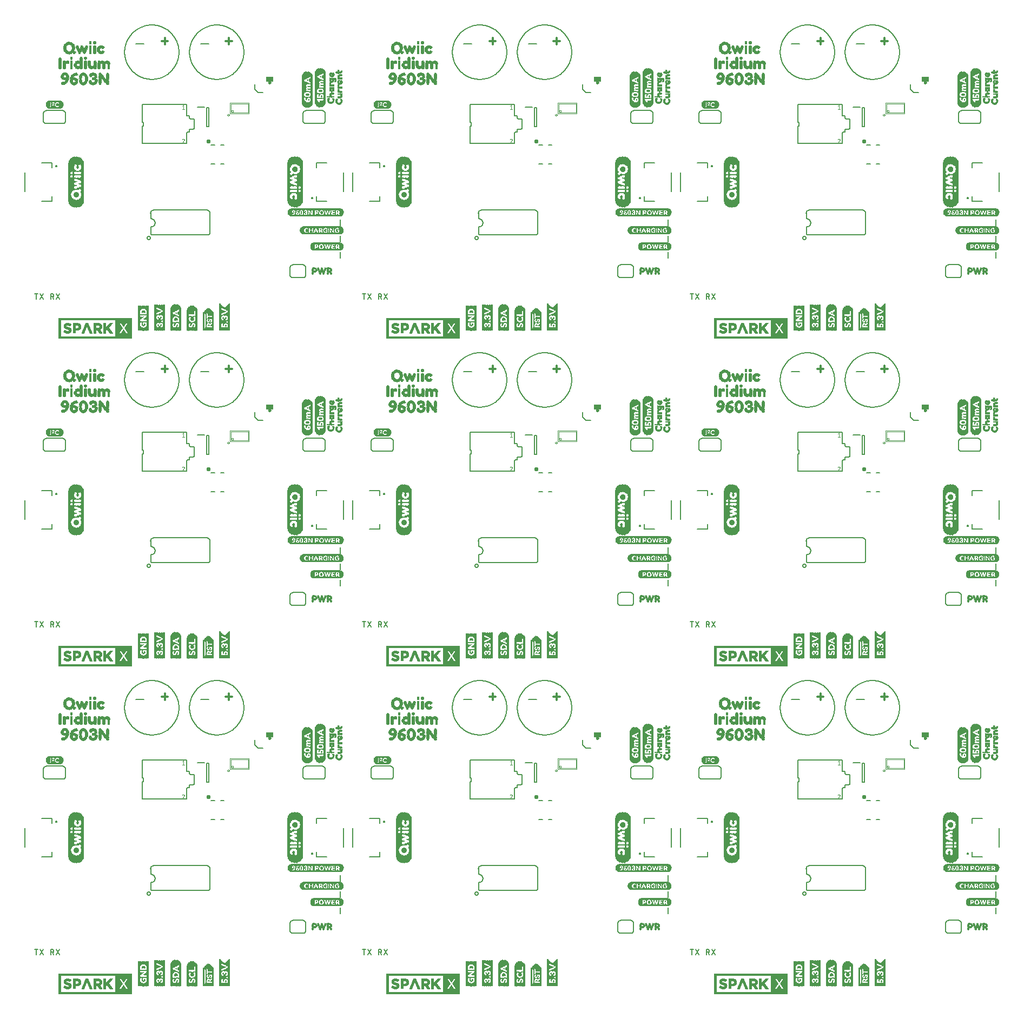
<source format=gto>
G75*
%MOIN*%
%OFA0B0*%
%FSLAX25Y25*%
%IPPOS*%
%LPD*%
%AMOC8*
5,1,8,0,0,1.08239X$1,22.5*
%
%ADD10C,0.01200*%
%ADD11C,0.01300*%
%ADD12C,0.00700*%
%ADD13C,0.00800*%
%ADD14R,0.00157X0.15906*%
%ADD15R,0.00157X0.02992*%
%ADD16R,0.00157X0.03937*%
%ADD17R,0.00157X0.07402*%
%ADD18R,0.00157X0.02520*%
%ADD19R,0.00157X0.03307*%
%ADD20R,0.00157X0.01102*%
%ADD21R,0.00157X0.02362*%
%ADD22R,0.00157X0.01890*%
%ADD23R,0.00157X0.02677*%
%ADD24R,0.00157X0.00787*%
%ADD25R,0.00157X0.01732*%
%ADD26R,0.00157X0.02205*%
%ADD27R,0.00157X0.00630*%
%ADD28R,0.00157X0.02047*%
%ADD29R,0.00157X0.00472*%
%ADD30R,0.00157X0.00315*%
%ADD31R,0.00157X0.00945*%
%ADD32R,0.00157X0.01575*%
%ADD33R,0.00157X0.01417*%
%ADD34R,0.00157X0.01260*%
%ADD35R,0.00157X0.03150*%
%ADD36R,0.00157X0.03622*%
%ADD37R,0.00157X0.00157*%
%ADD38R,0.00157X0.02835*%
%ADD39R,0.00157X0.03465*%
%ADD40R,0.00157X0.15276*%
%ADD41R,0.00157X0.11024*%
%ADD42R,0.00157X0.12913*%
%ADD43R,0.00157X0.13386*%
%ADD44R,0.00157X0.13701*%
%ADD45R,0.00157X0.14016*%
%ADD46R,0.00157X0.14173*%
%ADD47R,0.00157X0.14331*%
%ADD48R,0.00157X0.14488*%
%ADD49R,0.00157X0.07087*%
%ADD50R,0.00157X0.04882*%
%ADD51R,0.00157X0.05039*%
%ADD52R,0.00157X0.05197*%
%ADD53R,0.00157X0.13858*%
%ADD54R,0.00157X0.14646*%
%ADD55R,0.00157X0.14961*%
%ADD56R,0.00157X0.15118*%
%ADD57R,0.00157X0.15433*%
%ADD58R,0.00157X0.11969*%
%ADD59R,0.00157X0.04567*%
%ADD60R,0.00157X0.04409*%
%ADD61R,0.00157X0.04252*%
%ADD62R,0.00157X0.04094*%
%ADD63R,0.00157X0.03780*%
%ADD64C,0.00600*%
%ADD65R,0.07205X0.00118*%
%ADD66R,0.07913X0.00118*%
%ADD67R,0.08386X0.00079*%
%ADD68R,0.08858X0.00157*%
%ADD69R,0.09094X0.00118*%
%ADD70R,0.09331X0.00118*%
%ADD71R,0.09567X0.00079*%
%ADD72R,0.03661X0.00118*%
%ADD73R,0.02126X0.00118*%
%ADD74R,0.02953X0.00118*%
%ADD75R,0.02244X0.00157*%
%ADD76R,0.00591X0.00157*%
%ADD77R,0.01535X0.00157*%
%ADD78R,0.02598X0.00157*%
%ADD79R,0.02244X0.00118*%
%ADD80R,0.00472X0.00118*%
%ADD81R,0.01181X0.00118*%
%ADD82R,0.02362X0.00118*%
%ADD83R,0.00945X0.00118*%
%ADD84R,0.00354X0.00118*%
%ADD85R,0.00827X0.00118*%
%ADD86R,0.02480X0.00157*%
%ADD87R,0.00354X0.00157*%
%ADD88R,0.00236X0.00157*%
%ADD89R,0.02480X0.00118*%
%ADD90R,0.02598X0.00118*%
%ADD91R,0.01063X0.00118*%
%ADD92R,0.02835X0.00118*%
%ADD93R,0.00472X0.00157*%
%ADD94R,0.04252X0.00157*%
%ADD95R,0.04370X0.00118*%
%ADD96R,0.00591X0.00118*%
%ADD97R,0.04488X0.00118*%
%ADD98R,0.00709X0.00157*%
%ADD99R,0.04488X0.00157*%
%ADD100R,0.00236X0.00118*%
%ADD101R,0.00118X0.00118*%
%ADD102R,0.00118X0.00157*%
%ADD103R,0.04370X0.00157*%
%ADD104R,0.04252X0.00118*%
%ADD105R,0.02717X0.00118*%
%ADD106R,0.03071X0.00157*%
%ADD107R,0.03425X0.00118*%
%ADD108R,0.09567X0.00118*%
%ADD109R,0.08858X0.00118*%
%ADD110R,0.08386X0.00118*%
%ADD111R,0.00157X0.11181*%
%ADD112R,0.00157X0.11496*%
%ADD113R,0.00157X0.11654*%
%ADD114R,0.00157X0.12756*%
%ADD115R,0.00157X0.13071*%
%ADD116R,0.00157X0.13228*%
%ADD117R,0.00157X0.11811*%
%ADD118C,0.00500*%
%ADD119C,0.00100*%
%ADD120C,0.01000*%
%ADD121C,0.00591*%
%ADD122C,0.00400*%
%ADD123R,0.16890X0.00118*%
%ADD124R,0.17598X0.00118*%
%ADD125R,0.18071X0.00079*%
%ADD126R,0.18543X0.00157*%
%ADD127R,0.18780X0.00118*%
%ADD128R,0.19016X0.00118*%
%ADD129R,0.19252X0.00079*%
%ADD130R,0.06024X0.00118*%
%ADD131R,0.01890X0.00118*%
%ADD132R,0.03071X0.00118*%
%ADD133R,0.07795X0.00118*%
%ADD134R,0.01890X0.00157*%
%ADD135R,0.01299X0.00157*%
%ADD136R,0.01181X0.00157*%
%ADD137R,0.02835X0.00157*%
%ADD138R,0.01417X0.00118*%
%ADD139R,0.00709X0.00118*%
%ADD140R,0.02008X0.00118*%
%ADD141R,0.00945X0.00157*%
%ADD142R,0.02008X0.00157*%
%ADD143R,0.01654X0.00118*%
%ADD144R,0.01654X0.00157*%
%ADD145R,0.00827X0.00157*%
%ADD146R,0.01417X0.00157*%
%ADD147R,0.01299X0.00118*%
%ADD148R,0.02126X0.00157*%
%ADD149R,0.01063X0.00157*%
%ADD150R,0.01535X0.00118*%
%ADD151R,0.01772X0.00157*%
%ADD152R,0.19252X0.00118*%
%ADD153R,0.18543X0.00118*%
%ADD154R,0.18071X0.00118*%
%ADD155R,0.23268X0.00118*%
%ADD156R,0.23976X0.00118*%
%ADD157R,0.24449X0.00079*%
%ADD158R,0.24921X0.00157*%
%ADD159R,0.25157X0.00118*%
%ADD160R,0.25394X0.00118*%
%ADD161R,0.25630X0.00079*%
%ADD162R,0.03543X0.00118*%
%ADD163R,0.11102X0.00118*%
%ADD164R,0.06496X0.00118*%
%ADD165R,0.03189X0.00157*%
%ADD166R,0.02717X0.00157*%
%ADD167R,0.02953X0.00157*%
%ADD168R,0.03189X0.00118*%
%ADD169R,0.01772X0.00118*%
%ADD170R,0.25630X0.00118*%
%ADD171R,0.24921X0.00118*%
%ADD172R,0.24449X0.00118*%
%ADD173R,0.30827X0.00118*%
%ADD174R,0.31535X0.00118*%
%ADD175R,0.32008X0.00079*%
%ADD176R,0.32480X0.00157*%
%ADD177R,0.32717X0.00118*%
%ADD178R,0.32953X0.00118*%
%ADD179R,0.33189X0.00079*%
%ADD180R,0.02362X0.00157*%
%ADD181R,0.03780X0.00118*%
%ADD182R,0.03661X0.00157*%
%ADD183R,0.03307X0.00118*%
%ADD184R,0.33189X0.00118*%
%ADD185R,0.32480X0.00118*%
%ADD186R,0.32008X0.00118*%
%ADD187R,0.00157X0.17795*%
%ADD188R,0.00157X0.18425*%
%ADD189R,0.00157X0.19055*%
%ADD190R,0.00157X0.19685*%
%ADD191R,0.00157X0.20000*%
%ADD192R,0.00157X0.20315*%
%ADD193R,0.00157X0.20630*%
%ADD194R,0.00157X0.07717*%
%ADD195R,0.00157X0.07244*%
%ADD196R,0.00157X0.06929*%
%ADD197R,0.00157X0.06614*%
%ADD198R,0.00157X0.17638*%
%ADD199R,0.00157X0.20945*%
%ADD200R,0.00157X0.21575*%
%ADD201R,0.00157X0.21890*%
%ADD202R,0.00157X0.22205*%
%ADD203R,0.00157X0.22520*%
%ADD204R,0.00157X0.09134*%
%ADD205R,0.00157X0.06457*%
%ADD206R,0.00157X0.19528*%
%ADD207R,0.01102X0.00276*%
%ADD208R,0.01378X0.00276*%
%ADD209R,0.01654X0.00276*%
%ADD210R,0.01929X0.00276*%
%ADD211R,0.03031X0.00315*%
%ADD212R,0.01654X0.00315*%
%ADD213R,0.01929X0.00315*%
%ADD214R,0.04134X0.00276*%
%ADD215R,0.04685X0.00236*%
%ADD216R,0.01654X0.00236*%
%ADD217R,0.01929X0.00236*%
%ADD218R,0.05236X0.00315*%
%ADD219R,0.05787X0.00276*%
%ADD220R,0.00551X0.00276*%
%ADD221R,0.00827X0.00276*%
%ADD222R,0.06339X0.00276*%
%ADD223R,0.02480X0.00236*%
%ADD224R,0.02205X0.00315*%
%ADD225R,0.01102X0.00315*%
%ADD226R,0.01378X0.00315*%
%ADD227R,0.03031X0.00276*%
%ADD228R,0.03583X0.00276*%
%ADD229R,0.02205X0.00276*%
%ADD230R,0.04409X0.00276*%
%ADD231R,0.02480X0.00276*%
%ADD232R,0.06614X0.00315*%
%ADD233R,0.00551X0.00315*%
%ADD234R,0.06063X0.00276*%
%ADD235R,0.02756X0.00276*%
%ADD236R,0.07165X0.00276*%
%ADD237R,0.06890X0.00236*%
%ADD238R,0.02205X0.00236*%
%ADD239R,0.04134X0.00236*%
%ADD240R,0.06614X0.00276*%
%ADD241R,0.03858X0.00276*%
%ADD242R,0.03031X0.00236*%
%ADD243R,0.01102X0.00236*%
%ADD244R,0.00827X0.00236*%
%ADD245R,0.01378X0.00236*%
%ADD246R,0.04685X0.00276*%
%ADD247R,0.07441X0.00276*%
%ADD248R,0.04961X0.00276*%
%ADD249R,0.07717X0.00276*%
%ADD250R,0.05236X0.00276*%
%ADD251R,0.04961X0.00236*%
%ADD252R,0.00276X0.00276*%
%ADD253R,0.02756X0.00315*%
%ADD254R,0.03583X0.00236*%
%ADD255R,0.04409X0.00236*%
%ADD256R,0.04409X0.00315*%
%ADD257R,0.03858X0.00315*%
%ADD258R,0.04685X0.00315*%
%ADD259R,0.03307X0.00276*%
%ADD260R,0.03583X0.00315*%
%ADD261R,0.03307X0.00315*%
%ADD262R,0.05512X0.00276*%
%ADD263R,0.02756X0.00236*%
%ADD264R,0.00236X0.24331*%
%ADD265R,0.00236X0.25748*%
%ADD266R,0.00236X0.26693*%
%ADD267R,0.00236X0.27638*%
%ADD268R,0.00236X0.28110*%
%ADD269R,0.00236X0.28583*%
%ADD270R,0.00236X0.17480*%
%ADD271R,0.00236X0.01417*%
%ADD272R,0.00236X0.08504*%
%ADD273R,0.00236X0.06378*%
%ADD274R,0.00236X0.09921*%
%ADD275R,0.00236X0.00945*%
%ADD276R,0.00236X0.05906*%
%ADD277R,0.00236X0.09213*%
%ADD278R,0.00236X0.00709*%
%ADD279R,0.00236X0.08740*%
%ADD280R,0.00236X0.05433*%
%ADD281R,0.00236X0.08976*%
%ADD282R,0.00236X0.05197*%
%ADD283R,0.00236X0.08268*%
%ADD284R,0.00236X0.20787*%
%ADD285R,0.00236X0.04961*%
%ADD286R,0.00236X0.01654*%
%ADD287R,0.00236X0.20551*%
%ADD288R,0.00236X0.02126*%
%ADD289R,0.00236X0.01181*%
%ADD290R,0.00236X0.05669*%
%ADD291R,0.00236X0.02598*%
%ADD292R,0.00236X0.00472*%
%ADD293R,0.00236X0.02835*%
%ADD294R,0.00236X0.03071*%
%ADD295R,0.00236X0.04724*%
%ADD296R,0.00236X0.00236*%
%ADD297R,0.00236X0.07323*%
%ADD298R,0.00236X0.06850*%
%ADD299R,0.00236X0.04488*%
%ADD300R,0.00236X0.01890*%
%ADD301R,0.00236X0.04252*%
%ADD302R,0.00236X0.02362*%
%ADD303R,0.00236X0.29055*%
%ADD304C,0.00394*%
%ADD305C,0.00197*%
%ADD306C,0.00787*%
%ADD307C,0.00039*%
%ADD308R,0.00315X0.00157*%
%ADD309R,0.01575X0.00157*%
%ADD310R,0.02205X0.00157*%
%ADD311R,0.00787X0.00157*%
%ADD312R,0.02677X0.00157*%
%ADD313R,0.01102X0.00157*%
%ADD314R,0.02992X0.00157*%
%ADD315R,0.03150X0.00157*%
%ADD316R,0.01260X0.00157*%
%ADD317R,0.01732X0.00157*%
%ADD318R,0.02047X0.00157*%
%ADD319R,0.02520X0.00157*%
%ADD320R,0.00630X0.00157*%
%ADD321R,0.00157X0.16850*%
%ADD322R,0.00157X0.16693*%
%ADD323R,0.00157X0.16535*%
%ADD324R,0.00157X0.16378*%
%ADD325R,0.00157X0.16220*%
%ADD326R,0.00157X0.16063*%
%ADD327R,0.00157X0.05669*%
D10*
X0157742Y0153750D02*
X0157744Y0153799D01*
X0157750Y0153847D01*
X0157760Y0153895D01*
X0157774Y0153942D01*
X0157791Y0153988D01*
X0157812Y0154032D01*
X0157837Y0154074D01*
X0157865Y0154114D01*
X0157897Y0154152D01*
X0157931Y0154187D01*
X0157968Y0154219D01*
X0158007Y0154248D01*
X0158049Y0154274D01*
X0158093Y0154296D01*
X0158138Y0154314D01*
X0158185Y0154329D01*
X0158232Y0154340D01*
X0158281Y0154347D01*
X0158330Y0154350D01*
X0158379Y0154349D01*
X0158427Y0154344D01*
X0158476Y0154335D01*
X0158523Y0154322D01*
X0158569Y0154305D01*
X0158613Y0154285D01*
X0158656Y0154261D01*
X0158697Y0154234D01*
X0158735Y0154203D01*
X0158771Y0154170D01*
X0158803Y0154134D01*
X0158833Y0154095D01*
X0158860Y0154054D01*
X0158883Y0154010D01*
X0158902Y0153965D01*
X0158918Y0153919D01*
X0158930Y0153872D01*
X0158938Y0153823D01*
X0158942Y0153774D01*
X0158942Y0153726D01*
X0158938Y0153677D01*
X0158930Y0153628D01*
X0158918Y0153581D01*
X0158902Y0153535D01*
X0158883Y0153490D01*
X0158860Y0153446D01*
X0158833Y0153405D01*
X0158803Y0153366D01*
X0158771Y0153330D01*
X0158735Y0153297D01*
X0158697Y0153266D01*
X0158656Y0153239D01*
X0158613Y0153215D01*
X0158569Y0153195D01*
X0158523Y0153178D01*
X0158476Y0153165D01*
X0158427Y0153156D01*
X0158379Y0153151D01*
X0158330Y0153150D01*
X0158281Y0153153D01*
X0158232Y0153160D01*
X0158185Y0153171D01*
X0158138Y0153186D01*
X0158093Y0153204D01*
X0158049Y0153226D01*
X0158007Y0153252D01*
X0157968Y0153281D01*
X0157931Y0153313D01*
X0157897Y0153348D01*
X0157865Y0153386D01*
X0157837Y0153426D01*
X0157812Y0153468D01*
X0157791Y0153512D01*
X0157774Y0153558D01*
X0157760Y0153605D01*
X0157750Y0153653D01*
X0157744Y0153701D01*
X0157742Y0153750D01*
X0359742Y0153750D02*
X0359744Y0153799D01*
X0359750Y0153847D01*
X0359760Y0153895D01*
X0359774Y0153942D01*
X0359791Y0153988D01*
X0359812Y0154032D01*
X0359837Y0154074D01*
X0359865Y0154114D01*
X0359897Y0154152D01*
X0359931Y0154187D01*
X0359968Y0154219D01*
X0360007Y0154248D01*
X0360049Y0154274D01*
X0360093Y0154296D01*
X0360138Y0154314D01*
X0360185Y0154329D01*
X0360232Y0154340D01*
X0360281Y0154347D01*
X0360330Y0154350D01*
X0360379Y0154349D01*
X0360427Y0154344D01*
X0360476Y0154335D01*
X0360523Y0154322D01*
X0360569Y0154305D01*
X0360613Y0154285D01*
X0360656Y0154261D01*
X0360697Y0154234D01*
X0360735Y0154203D01*
X0360771Y0154170D01*
X0360803Y0154134D01*
X0360833Y0154095D01*
X0360860Y0154054D01*
X0360883Y0154010D01*
X0360902Y0153965D01*
X0360918Y0153919D01*
X0360930Y0153872D01*
X0360938Y0153823D01*
X0360942Y0153774D01*
X0360942Y0153726D01*
X0360938Y0153677D01*
X0360930Y0153628D01*
X0360918Y0153581D01*
X0360902Y0153535D01*
X0360883Y0153490D01*
X0360860Y0153446D01*
X0360833Y0153405D01*
X0360803Y0153366D01*
X0360771Y0153330D01*
X0360735Y0153297D01*
X0360697Y0153266D01*
X0360656Y0153239D01*
X0360613Y0153215D01*
X0360569Y0153195D01*
X0360523Y0153178D01*
X0360476Y0153165D01*
X0360427Y0153156D01*
X0360379Y0153151D01*
X0360330Y0153150D01*
X0360281Y0153153D01*
X0360232Y0153160D01*
X0360185Y0153171D01*
X0360138Y0153186D01*
X0360093Y0153204D01*
X0360049Y0153226D01*
X0360007Y0153252D01*
X0359968Y0153281D01*
X0359931Y0153313D01*
X0359897Y0153348D01*
X0359865Y0153386D01*
X0359837Y0153426D01*
X0359812Y0153468D01*
X0359791Y0153512D01*
X0359774Y0153558D01*
X0359760Y0153605D01*
X0359750Y0153653D01*
X0359744Y0153701D01*
X0359742Y0153750D01*
X0561742Y0153750D02*
X0561744Y0153799D01*
X0561750Y0153847D01*
X0561760Y0153895D01*
X0561774Y0153942D01*
X0561791Y0153988D01*
X0561812Y0154032D01*
X0561837Y0154074D01*
X0561865Y0154114D01*
X0561897Y0154152D01*
X0561931Y0154187D01*
X0561968Y0154219D01*
X0562007Y0154248D01*
X0562049Y0154274D01*
X0562093Y0154296D01*
X0562138Y0154314D01*
X0562185Y0154329D01*
X0562232Y0154340D01*
X0562281Y0154347D01*
X0562330Y0154350D01*
X0562379Y0154349D01*
X0562427Y0154344D01*
X0562476Y0154335D01*
X0562523Y0154322D01*
X0562569Y0154305D01*
X0562613Y0154285D01*
X0562656Y0154261D01*
X0562697Y0154234D01*
X0562735Y0154203D01*
X0562771Y0154170D01*
X0562803Y0154134D01*
X0562833Y0154095D01*
X0562860Y0154054D01*
X0562883Y0154010D01*
X0562902Y0153965D01*
X0562918Y0153919D01*
X0562930Y0153872D01*
X0562938Y0153823D01*
X0562942Y0153774D01*
X0562942Y0153726D01*
X0562938Y0153677D01*
X0562930Y0153628D01*
X0562918Y0153581D01*
X0562902Y0153535D01*
X0562883Y0153490D01*
X0562860Y0153446D01*
X0562833Y0153405D01*
X0562803Y0153366D01*
X0562771Y0153330D01*
X0562735Y0153297D01*
X0562697Y0153266D01*
X0562656Y0153239D01*
X0562613Y0153215D01*
X0562569Y0153195D01*
X0562523Y0153178D01*
X0562476Y0153165D01*
X0562427Y0153156D01*
X0562379Y0153151D01*
X0562330Y0153150D01*
X0562281Y0153153D01*
X0562232Y0153160D01*
X0562185Y0153171D01*
X0562138Y0153186D01*
X0562093Y0153204D01*
X0562049Y0153226D01*
X0562007Y0153252D01*
X0561968Y0153281D01*
X0561931Y0153313D01*
X0561897Y0153348D01*
X0561865Y0153386D01*
X0561837Y0153426D01*
X0561812Y0153468D01*
X0561791Y0153512D01*
X0561774Y0153558D01*
X0561760Y0153605D01*
X0561750Y0153653D01*
X0561744Y0153701D01*
X0561742Y0153750D01*
X0561742Y0355750D02*
X0561744Y0355799D01*
X0561750Y0355847D01*
X0561760Y0355895D01*
X0561774Y0355942D01*
X0561791Y0355988D01*
X0561812Y0356032D01*
X0561837Y0356074D01*
X0561865Y0356114D01*
X0561897Y0356152D01*
X0561931Y0356187D01*
X0561968Y0356219D01*
X0562007Y0356248D01*
X0562049Y0356274D01*
X0562093Y0356296D01*
X0562138Y0356314D01*
X0562185Y0356329D01*
X0562232Y0356340D01*
X0562281Y0356347D01*
X0562330Y0356350D01*
X0562379Y0356349D01*
X0562427Y0356344D01*
X0562476Y0356335D01*
X0562523Y0356322D01*
X0562569Y0356305D01*
X0562613Y0356285D01*
X0562656Y0356261D01*
X0562697Y0356234D01*
X0562735Y0356203D01*
X0562771Y0356170D01*
X0562803Y0356134D01*
X0562833Y0356095D01*
X0562860Y0356054D01*
X0562883Y0356010D01*
X0562902Y0355965D01*
X0562918Y0355919D01*
X0562930Y0355872D01*
X0562938Y0355823D01*
X0562942Y0355774D01*
X0562942Y0355726D01*
X0562938Y0355677D01*
X0562930Y0355628D01*
X0562918Y0355581D01*
X0562902Y0355535D01*
X0562883Y0355490D01*
X0562860Y0355446D01*
X0562833Y0355405D01*
X0562803Y0355366D01*
X0562771Y0355330D01*
X0562735Y0355297D01*
X0562697Y0355266D01*
X0562656Y0355239D01*
X0562613Y0355215D01*
X0562569Y0355195D01*
X0562523Y0355178D01*
X0562476Y0355165D01*
X0562427Y0355156D01*
X0562379Y0355151D01*
X0562330Y0355150D01*
X0562281Y0355153D01*
X0562232Y0355160D01*
X0562185Y0355171D01*
X0562138Y0355186D01*
X0562093Y0355204D01*
X0562049Y0355226D01*
X0562007Y0355252D01*
X0561968Y0355281D01*
X0561931Y0355313D01*
X0561897Y0355348D01*
X0561865Y0355386D01*
X0561837Y0355426D01*
X0561812Y0355468D01*
X0561791Y0355512D01*
X0561774Y0355558D01*
X0561760Y0355605D01*
X0561750Y0355653D01*
X0561744Y0355701D01*
X0561742Y0355750D01*
X0359742Y0355750D02*
X0359744Y0355799D01*
X0359750Y0355847D01*
X0359760Y0355895D01*
X0359774Y0355942D01*
X0359791Y0355988D01*
X0359812Y0356032D01*
X0359837Y0356074D01*
X0359865Y0356114D01*
X0359897Y0356152D01*
X0359931Y0356187D01*
X0359968Y0356219D01*
X0360007Y0356248D01*
X0360049Y0356274D01*
X0360093Y0356296D01*
X0360138Y0356314D01*
X0360185Y0356329D01*
X0360232Y0356340D01*
X0360281Y0356347D01*
X0360330Y0356350D01*
X0360379Y0356349D01*
X0360427Y0356344D01*
X0360476Y0356335D01*
X0360523Y0356322D01*
X0360569Y0356305D01*
X0360613Y0356285D01*
X0360656Y0356261D01*
X0360697Y0356234D01*
X0360735Y0356203D01*
X0360771Y0356170D01*
X0360803Y0356134D01*
X0360833Y0356095D01*
X0360860Y0356054D01*
X0360883Y0356010D01*
X0360902Y0355965D01*
X0360918Y0355919D01*
X0360930Y0355872D01*
X0360938Y0355823D01*
X0360942Y0355774D01*
X0360942Y0355726D01*
X0360938Y0355677D01*
X0360930Y0355628D01*
X0360918Y0355581D01*
X0360902Y0355535D01*
X0360883Y0355490D01*
X0360860Y0355446D01*
X0360833Y0355405D01*
X0360803Y0355366D01*
X0360771Y0355330D01*
X0360735Y0355297D01*
X0360697Y0355266D01*
X0360656Y0355239D01*
X0360613Y0355215D01*
X0360569Y0355195D01*
X0360523Y0355178D01*
X0360476Y0355165D01*
X0360427Y0355156D01*
X0360379Y0355151D01*
X0360330Y0355150D01*
X0360281Y0355153D01*
X0360232Y0355160D01*
X0360185Y0355171D01*
X0360138Y0355186D01*
X0360093Y0355204D01*
X0360049Y0355226D01*
X0360007Y0355252D01*
X0359968Y0355281D01*
X0359931Y0355313D01*
X0359897Y0355348D01*
X0359865Y0355386D01*
X0359837Y0355426D01*
X0359812Y0355468D01*
X0359791Y0355512D01*
X0359774Y0355558D01*
X0359760Y0355605D01*
X0359750Y0355653D01*
X0359744Y0355701D01*
X0359742Y0355750D01*
X0157742Y0355750D02*
X0157744Y0355799D01*
X0157750Y0355847D01*
X0157760Y0355895D01*
X0157774Y0355942D01*
X0157791Y0355988D01*
X0157812Y0356032D01*
X0157837Y0356074D01*
X0157865Y0356114D01*
X0157897Y0356152D01*
X0157931Y0356187D01*
X0157968Y0356219D01*
X0158007Y0356248D01*
X0158049Y0356274D01*
X0158093Y0356296D01*
X0158138Y0356314D01*
X0158185Y0356329D01*
X0158232Y0356340D01*
X0158281Y0356347D01*
X0158330Y0356350D01*
X0158379Y0356349D01*
X0158427Y0356344D01*
X0158476Y0356335D01*
X0158523Y0356322D01*
X0158569Y0356305D01*
X0158613Y0356285D01*
X0158656Y0356261D01*
X0158697Y0356234D01*
X0158735Y0356203D01*
X0158771Y0356170D01*
X0158803Y0356134D01*
X0158833Y0356095D01*
X0158860Y0356054D01*
X0158883Y0356010D01*
X0158902Y0355965D01*
X0158918Y0355919D01*
X0158930Y0355872D01*
X0158938Y0355823D01*
X0158942Y0355774D01*
X0158942Y0355726D01*
X0158938Y0355677D01*
X0158930Y0355628D01*
X0158918Y0355581D01*
X0158902Y0355535D01*
X0158883Y0355490D01*
X0158860Y0355446D01*
X0158833Y0355405D01*
X0158803Y0355366D01*
X0158771Y0355330D01*
X0158735Y0355297D01*
X0158697Y0355266D01*
X0158656Y0355239D01*
X0158613Y0355215D01*
X0158569Y0355195D01*
X0158523Y0355178D01*
X0158476Y0355165D01*
X0158427Y0355156D01*
X0158379Y0355151D01*
X0158330Y0355150D01*
X0158281Y0355153D01*
X0158232Y0355160D01*
X0158185Y0355171D01*
X0158138Y0355186D01*
X0158093Y0355204D01*
X0158049Y0355226D01*
X0158007Y0355252D01*
X0157968Y0355281D01*
X0157931Y0355313D01*
X0157897Y0355348D01*
X0157865Y0355386D01*
X0157837Y0355426D01*
X0157812Y0355468D01*
X0157791Y0355512D01*
X0157774Y0355558D01*
X0157760Y0355605D01*
X0157750Y0355653D01*
X0157744Y0355701D01*
X0157742Y0355750D01*
X0157742Y0557750D02*
X0157744Y0557799D01*
X0157750Y0557847D01*
X0157760Y0557895D01*
X0157774Y0557942D01*
X0157791Y0557988D01*
X0157812Y0558032D01*
X0157837Y0558074D01*
X0157865Y0558114D01*
X0157897Y0558152D01*
X0157931Y0558187D01*
X0157968Y0558219D01*
X0158007Y0558248D01*
X0158049Y0558274D01*
X0158093Y0558296D01*
X0158138Y0558314D01*
X0158185Y0558329D01*
X0158232Y0558340D01*
X0158281Y0558347D01*
X0158330Y0558350D01*
X0158379Y0558349D01*
X0158427Y0558344D01*
X0158476Y0558335D01*
X0158523Y0558322D01*
X0158569Y0558305D01*
X0158613Y0558285D01*
X0158656Y0558261D01*
X0158697Y0558234D01*
X0158735Y0558203D01*
X0158771Y0558170D01*
X0158803Y0558134D01*
X0158833Y0558095D01*
X0158860Y0558054D01*
X0158883Y0558010D01*
X0158902Y0557965D01*
X0158918Y0557919D01*
X0158930Y0557872D01*
X0158938Y0557823D01*
X0158942Y0557774D01*
X0158942Y0557726D01*
X0158938Y0557677D01*
X0158930Y0557628D01*
X0158918Y0557581D01*
X0158902Y0557535D01*
X0158883Y0557490D01*
X0158860Y0557446D01*
X0158833Y0557405D01*
X0158803Y0557366D01*
X0158771Y0557330D01*
X0158735Y0557297D01*
X0158697Y0557266D01*
X0158656Y0557239D01*
X0158613Y0557215D01*
X0158569Y0557195D01*
X0158523Y0557178D01*
X0158476Y0557165D01*
X0158427Y0557156D01*
X0158379Y0557151D01*
X0158330Y0557150D01*
X0158281Y0557153D01*
X0158232Y0557160D01*
X0158185Y0557171D01*
X0158138Y0557186D01*
X0158093Y0557204D01*
X0158049Y0557226D01*
X0158007Y0557252D01*
X0157968Y0557281D01*
X0157931Y0557313D01*
X0157897Y0557348D01*
X0157865Y0557386D01*
X0157837Y0557426D01*
X0157812Y0557468D01*
X0157791Y0557512D01*
X0157774Y0557558D01*
X0157760Y0557605D01*
X0157750Y0557653D01*
X0157744Y0557701D01*
X0157742Y0557750D01*
X0359742Y0557750D02*
X0359744Y0557799D01*
X0359750Y0557847D01*
X0359760Y0557895D01*
X0359774Y0557942D01*
X0359791Y0557988D01*
X0359812Y0558032D01*
X0359837Y0558074D01*
X0359865Y0558114D01*
X0359897Y0558152D01*
X0359931Y0558187D01*
X0359968Y0558219D01*
X0360007Y0558248D01*
X0360049Y0558274D01*
X0360093Y0558296D01*
X0360138Y0558314D01*
X0360185Y0558329D01*
X0360232Y0558340D01*
X0360281Y0558347D01*
X0360330Y0558350D01*
X0360379Y0558349D01*
X0360427Y0558344D01*
X0360476Y0558335D01*
X0360523Y0558322D01*
X0360569Y0558305D01*
X0360613Y0558285D01*
X0360656Y0558261D01*
X0360697Y0558234D01*
X0360735Y0558203D01*
X0360771Y0558170D01*
X0360803Y0558134D01*
X0360833Y0558095D01*
X0360860Y0558054D01*
X0360883Y0558010D01*
X0360902Y0557965D01*
X0360918Y0557919D01*
X0360930Y0557872D01*
X0360938Y0557823D01*
X0360942Y0557774D01*
X0360942Y0557726D01*
X0360938Y0557677D01*
X0360930Y0557628D01*
X0360918Y0557581D01*
X0360902Y0557535D01*
X0360883Y0557490D01*
X0360860Y0557446D01*
X0360833Y0557405D01*
X0360803Y0557366D01*
X0360771Y0557330D01*
X0360735Y0557297D01*
X0360697Y0557266D01*
X0360656Y0557239D01*
X0360613Y0557215D01*
X0360569Y0557195D01*
X0360523Y0557178D01*
X0360476Y0557165D01*
X0360427Y0557156D01*
X0360379Y0557151D01*
X0360330Y0557150D01*
X0360281Y0557153D01*
X0360232Y0557160D01*
X0360185Y0557171D01*
X0360138Y0557186D01*
X0360093Y0557204D01*
X0360049Y0557226D01*
X0360007Y0557252D01*
X0359968Y0557281D01*
X0359931Y0557313D01*
X0359897Y0557348D01*
X0359865Y0557386D01*
X0359837Y0557426D01*
X0359812Y0557468D01*
X0359791Y0557512D01*
X0359774Y0557558D01*
X0359760Y0557605D01*
X0359750Y0557653D01*
X0359744Y0557701D01*
X0359742Y0557750D01*
X0561742Y0557750D02*
X0561744Y0557799D01*
X0561750Y0557847D01*
X0561760Y0557895D01*
X0561774Y0557942D01*
X0561791Y0557988D01*
X0561812Y0558032D01*
X0561837Y0558074D01*
X0561865Y0558114D01*
X0561897Y0558152D01*
X0561931Y0558187D01*
X0561968Y0558219D01*
X0562007Y0558248D01*
X0562049Y0558274D01*
X0562093Y0558296D01*
X0562138Y0558314D01*
X0562185Y0558329D01*
X0562232Y0558340D01*
X0562281Y0558347D01*
X0562330Y0558350D01*
X0562379Y0558349D01*
X0562427Y0558344D01*
X0562476Y0558335D01*
X0562523Y0558322D01*
X0562569Y0558305D01*
X0562613Y0558285D01*
X0562656Y0558261D01*
X0562697Y0558234D01*
X0562735Y0558203D01*
X0562771Y0558170D01*
X0562803Y0558134D01*
X0562833Y0558095D01*
X0562860Y0558054D01*
X0562883Y0558010D01*
X0562902Y0557965D01*
X0562918Y0557919D01*
X0562930Y0557872D01*
X0562938Y0557823D01*
X0562942Y0557774D01*
X0562942Y0557726D01*
X0562938Y0557677D01*
X0562930Y0557628D01*
X0562918Y0557581D01*
X0562902Y0557535D01*
X0562883Y0557490D01*
X0562860Y0557446D01*
X0562833Y0557405D01*
X0562803Y0557366D01*
X0562771Y0557330D01*
X0562735Y0557297D01*
X0562697Y0557266D01*
X0562656Y0557239D01*
X0562613Y0557215D01*
X0562569Y0557195D01*
X0562523Y0557178D01*
X0562476Y0557165D01*
X0562427Y0557156D01*
X0562379Y0557151D01*
X0562330Y0557150D01*
X0562281Y0557153D01*
X0562232Y0557160D01*
X0562185Y0557171D01*
X0562138Y0557186D01*
X0562093Y0557204D01*
X0562049Y0557226D01*
X0562007Y0557252D01*
X0561968Y0557281D01*
X0561931Y0557313D01*
X0561897Y0557348D01*
X0561865Y0557386D01*
X0561837Y0557426D01*
X0561812Y0557468D01*
X0561791Y0557512D01*
X0561774Y0557558D01*
X0561760Y0557605D01*
X0561750Y0557653D01*
X0561744Y0557701D01*
X0561742Y0557750D01*
D11*
X0574842Y0617717D02*
X0574842Y0621517D01*
X0572942Y0619617D02*
X0576742Y0619617D01*
X0537242Y0619617D02*
X0533442Y0619617D01*
X0535342Y0617717D02*
X0535342Y0621517D01*
X0374742Y0619617D02*
X0370942Y0619617D01*
X0372842Y0617717D02*
X0372842Y0621517D01*
X0335242Y0619617D02*
X0331442Y0619617D01*
X0333342Y0617717D02*
X0333342Y0621517D01*
X0172742Y0619617D02*
X0168942Y0619617D01*
X0170842Y0617717D02*
X0170842Y0621517D01*
X0133242Y0619617D02*
X0129442Y0619617D01*
X0131342Y0617717D02*
X0131342Y0621517D01*
X0131342Y0419517D02*
X0131342Y0415717D01*
X0129442Y0417617D02*
X0133242Y0417617D01*
X0168942Y0417617D02*
X0172742Y0417617D01*
X0170842Y0415717D02*
X0170842Y0419517D01*
X0331442Y0417617D02*
X0335242Y0417617D01*
X0333342Y0415717D02*
X0333342Y0419517D01*
X0370942Y0417617D02*
X0374742Y0417617D01*
X0372842Y0415717D02*
X0372842Y0419517D01*
X0533442Y0417617D02*
X0537242Y0417617D01*
X0535342Y0415717D02*
X0535342Y0419517D01*
X0572942Y0417617D02*
X0576742Y0417617D01*
X0574842Y0415717D02*
X0574842Y0419517D01*
X0574842Y0217517D02*
X0574842Y0213717D01*
X0572942Y0215617D02*
X0576742Y0215617D01*
X0537242Y0215617D02*
X0533442Y0215617D01*
X0535342Y0213717D02*
X0535342Y0217517D01*
X0374742Y0215617D02*
X0370942Y0215617D01*
X0372842Y0213717D02*
X0372842Y0217517D01*
X0335242Y0215617D02*
X0331442Y0215617D01*
X0333342Y0213717D02*
X0333342Y0217517D01*
X0172742Y0215617D02*
X0168942Y0215617D01*
X0170842Y0213717D02*
X0170842Y0217517D01*
X0133242Y0215617D02*
X0129442Y0215617D01*
X0131342Y0213717D02*
X0131342Y0217517D01*
D12*
X0066632Y0258600D02*
X0064432Y0261900D01*
X0066632Y0261900D02*
X0064432Y0258600D01*
X0062885Y0258600D02*
X0062152Y0260067D01*
X0061969Y0260067D02*
X0061052Y0260067D01*
X0061969Y0260066D02*
X0062028Y0260068D01*
X0062086Y0260074D01*
X0062144Y0260083D01*
X0062202Y0260096D01*
X0062258Y0260113D01*
X0062313Y0260133D01*
X0062367Y0260157D01*
X0062419Y0260184D01*
X0062469Y0260214D01*
X0062517Y0260248D01*
X0062563Y0260285D01*
X0062607Y0260324D01*
X0062648Y0260367D01*
X0062686Y0260411D01*
X0062721Y0260458D01*
X0062753Y0260508D01*
X0062782Y0260559D01*
X0062808Y0260612D01*
X0062830Y0260666D01*
X0062848Y0260722D01*
X0062863Y0260779D01*
X0062874Y0260837D01*
X0062882Y0260895D01*
X0062886Y0260954D01*
X0062886Y0261012D01*
X0062882Y0261071D01*
X0062874Y0261129D01*
X0062863Y0261187D01*
X0062848Y0261244D01*
X0062830Y0261300D01*
X0062808Y0261354D01*
X0062782Y0261407D01*
X0062753Y0261458D01*
X0062721Y0261508D01*
X0062686Y0261555D01*
X0062648Y0261599D01*
X0062607Y0261642D01*
X0062563Y0261681D01*
X0062517Y0261718D01*
X0062469Y0261752D01*
X0062419Y0261782D01*
X0062367Y0261809D01*
X0062313Y0261833D01*
X0062258Y0261853D01*
X0062202Y0261870D01*
X0062144Y0261883D01*
X0062086Y0261892D01*
X0062028Y0261898D01*
X0061969Y0261900D01*
X0061052Y0261900D01*
X0061052Y0258600D01*
X0056530Y0258600D02*
X0054330Y0261900D01*
X0052987Y0261900D02*
X0051153Y0261900D01*
X0052070Y0261900D02*
X0052070Y0258600D01*
X0054330Y0258600D02*
X0056530Y0261900D01*
X0253153Y0261900D02*
X0254987Y0261900D01*
X0254070Y0261900D02*
X0254070Y0258600D01*
X0256330Y0258600D02*
X0258530Y0261900D01*
X0256330Y0261900D02*
X0258530Y0258600D01*
X0263052Y0258600D02*
X0263052Y0261900D01*
X0263969Y0261900D01*
X0264028Y0261898D01*
X0264086Y0261892D01*
X0264144Y0261883D01*
X0264202Y0261870D01*
X0264258Y0261853D01*
X0264313Y0261833D01*
X0264367Y0261809D01*
X0264419Y0261782D01*
X0264469Y0261752D01*
X0264517Y0261718D01*
X0264563Y0261681D01*
X0264607Y0261642D01*
X0264648Y0261599D01*
X0264686Y0261555D01*
X0264721Y0261508D01*
X0264753Y0261458D01*
X0264782Y0261407D01*
X0264808Y0261354D01*
X0264830Y0261300D01*
X0264848Y0261244D01*
X0264863Y0261187D01*
X0264874Y0261129D01*
X0264882Y0261071D01*
X0264886Y0261012D01*
X0264886Y0260954D01*
X0264882Y0260895D01*
X0264874Y0260837D01*
X0264863Y0260779D01*
X0264848Y0260722D01*
X0264830Y0260666D01*
X0264808Y0260612D01*
X0264782Y0260559D01*
X0264753Y0260508D01*
X0264721Y0260458D01*
X0264686Y0260411D01*
X0264648Y0260367D01*
X0264607Y0260324D01*
X0264563Y0260285D01*
X0264517Y0260248D01*
X0264469Y0260214D01*
X0264419Y0260184D01*
X0264367Y0260157D01*
X0264313Y0260133D01*
X0264258Y0260113D01*
X0264202Y0260096D01*
X0264144Y0260083D01*
X0264086Y0260074D01*
X0264028Y0260068D01*
X0263969Y0260066D01*
X0263969Y0260067D02*
X0263052Y0260067D01*
X0264152Y0260067D02*
X0264885Y0258600D01*
X0266432Y0258600D02*
X0268632Y0261900D01*
X0266432Y0261900D02*
X0268632Y0258600D01*
X0455153Y0261900D02*
X0456987Y0261900D01*
X0456070Y0261900D02*
X0456070Y0258600D01*
X0458330Y0258600D02*
X0460530Y0261900D01*
X0458330Y0261900D02*
X0460530Y0258600D01*
X0465052Y0258600D02*
X0465052Y0261900D01*
X0465969Y0261900D01*
X0466028Y0261898D01*
X0466086Y0261892D01*
X0466144Y0261883D01*
X0466202Y0261870D01*
X0466258Y0261853D01*
X0466313Y0261833D01*
X0466367Y0261809D01*
X0466419Y0261782D01*
X0466469Y0261752D01*
X0466517Y0261718D01*
X0466563Y0261681D01*
X0466607Y0261642D01*
X0466648Y0261599D01*
X0466686Y0261555D01*
X0466721Y0261508D01*
X0466753Y0261458D01*
X0466782Y0261407D01*
X0466808Y0261354D01*
X0466830Y0261300D01*
X0466848Y0261244D01*
X0466863Y0261187D01*
X0466874Y0261129D01*
X0466882Y0261071D01*
X0466886Y0261012D01*
X0466886Y0260954D01*
X0466882Y0260895D01*
X0466874Y0260837D01*
X0466863Y0260779D01*
X0466848Y0260722D01*
X0466830Y0260666D01*
X0466808Y0260612D01*
X0466782Y0260559D01*
X0466753Y0260508D01*
X0466721Y0260458D01*
X0466686Y0260411D01*
X0466648Y0260367D01*
X0466607Y0260324D01*
X0466563Y0260285D01*
X0466517Y0260248D01*
X0466469Y0260214D01*
X0466419Y0260184D01*
X0466367Y0260157D01*
X0466313Y0260133D01*
X0466258Y0260113D01*
X0466202Y0260096D01*
X0466144Y0260083D01*
X0466086Y0260074D01*
X0466028Y0260068D01*
X0465969Y0260066D01*
X0465969Y0260067D02*
X0465052Y0260067D01*
X0466152Y0260067D02*
X0466885Y0258600D01*
X0468432Y0258600D02*
X0470632Y0261900D01*
X0468432Y0261900D02*
X0470632Y0258600D01*
X0470632Y0059900D02*
X0468432Y0056600D01*
X0466885Y0056600D02*
X0466152Y0058067D01*
X0465969Y0058067D02*
X0465052Y0058067D01*
X0465969Y0058066D02*
X0466028Y0058068D01*
X0466086Y0058074D01*
X0466144Y0058083D01*
X0466202Y0058096D01*
X0466258Y0058113D01*
X0466313Y0058133D01*
X0466367Y0058157D01*
X0466419Y0058184D01*
X0466469Y0058214D01*
X0466517Y0058248D01*
X0466563Y0058285D01*
X0466607Y0058324D01*
X0466648Y0058367D01*
X0466686Y0058411D01*
X0466721Y0058458D01*
X0466753Y0058508D01*
X0466782Y0058559D01*
X0466808Y0058612D01*
X0466830Y0058666D01*
X0466848Y0058722D01*
X0466863Y0058779D01*
X0466874Y0058837D01*
X0466882Y0058895D01*
X0466886Y0058954D01*
X0466886Y0059012D01*
X0466882Y0059071D01*
X0466874Y0059129D01*
X0466863Y0059187D01*
X0466848Y0059244D01*
X0466830Y0059300D01*
X0466808Y0059354D01*
X0466782Y0059407D01*
X0466753Y0059458D01*
X0466721Y0059508D01*
X0466686Y0059555D01*
X0466648Y0059599D01*
X0466607Y0059642D01*
X0466563Y0059681D01*
X0466517Y0059718D01*
X0466469Y0059752D01*
X0466419Y0059782D01*
X0466367Y0059809D01*
X0466313Y0059833D01*
X0466258Y0059853D01*
X0466202Y0059870D01*
X0466144Y0059883D01*
X0466086Y0059892D01*
X0466028Y0059898D01*
X0465969Y0059900D01*
X0465052Y0059900D01*
X0465052Y0056600D01*
X0460530Y0056600D02*
X0458330Y0059900D01*
X0456987Y0059900D02*
X0455153Y0059900D01*
X0456070Y0059900D02*
X0456070Y0056600D01*
X0458330Y0056600D02*
X0460530Y0059900D01*
X0468432Y0059900D02*
X0470632Y0056600D01*
X0268632Y0056600D02*
X0266432Y0059900D01*
X0268632Y0059900D02*
X0266432Y0056600D01*
X0264885Y0056600D02*
X0264152Y0058067D01*
X0263969Y0058067D02*
X0263052Y0058067D01*
X0263969Y0058066D02*
X0264028Y0058068D01*
X0264086Y0058074D01*
X0264144Y0058083D01*
X0264202Y0058096D01*
X0264258Y0058113D01*
X0264313Y0058133D01*
X0264367Y0058157D01*
X0264419Y0058184D01*
X0264469Y0058214D01*
X0264517Y0058248D01*
X0264563Y0058285D01*
X0264607Y0058324D01*
X0264648Y0058367D01*
X0264686Y0058411D01*
X0264721Y0058458D01*
X0264753Y0058508D01*
X0264782Y0058559D01*
X0264808Y0058612D01*
X0264830Y0058666D01*
X0264848Y0058722D01*
X0264863Y0058779D01*
X0264874Y0058837D01*
X0264882Y0058895D01*
X0264886Y0058954D01*
X0264886Y0059012D01*
X0264882Y0059071D01*
X0264874Y0059129D01*
X0264863Y0059187D01*
X0264848Y0059244D01*
X0264830Y0059300D01*
X0264808Y0059354D01*
X0264782Y0059407D01*
X0264753Y0059458D01*
X0264721Y0059508D01*
X0264686Y0059555D01*
X0264648Y0059599D01*
X0264607Y0059642D01*
X0264563Y0059681D01*
X0264517Y0059718D01*
X0264469Y0059752D01*
X0264419Y0059782D01*
X0264367Y0059809D01*
X0264313Y0059833D01*
X0264258Y0059853D01*
X0264202Y0059870D01*
X0264144Y0059883D01*
X0264086Y0059892D01*
X0264028Y0059898D01*
X0263969Y0059900D01*
X0263052Y0059900D01*
X0263052Y0056600D01*
X0258530Y0056600D02*
X0256330Y0059900D01*
X0254987Y0059900D02*
X0253153Y0059900D01*
X0254070Y0059900D02*
X0254070Y0056600D01*
X0256330Y0056600D02*
X0258530Y0059900D01*
X0066632Y0059900D02*
X0064432Y0056600D01*
X0062885Y0056600D02*
X0062152Y0058067D01*
X0061969Y0058067D02*
X0061052Y0058067D01*
X0061969Y0058066D02*
X0062028Y0058068D01*
X0062086Y0058074D01*
X0062144Y0058083D01*
X0062202Y0058096D01*
X0062258Y0058113D01*
X0062313Y0058133D01*
X0062367Y0058157D01*
X0062419Y0058184D01*
X0062469Y0058214D01*
X0062517Y0058248D01*
X0062563Y0058285D01*
X0062607Y0058324D01*
X0062648Y0058367D01*
X0062686Y0058411D01*
X0062721Y0058458D01*
X0062753Y0058508D01*
X0062782Y0058559D01*
X0062808Y0058612D01*
X0062830Y0058666D01*
X0062848Y0058722D01*
X0062863Y0058779D01*
X0062874Y0058837D01*
X0062882Y0058895D01*
X0062886Y0058954D01*
X0062886Y0059012D01*
X0062882Y0059071D01*
X0062874Y0059129D01*
X0062863Y0059187D01*
X0062848Y0059244D01*
X0062830Y0059300D01*
X0062808Y0059354D01*
X0062782Y0059407D01*
X0062753Y0059458D01*
X0062721Y0059508D01*
X0062686Y0059555D01*
X0062648Y0059599D01*
X0062607Y0059642D01*
X0062563Y0059681D01*
X0062517Y0059718D01*
X0062469Y0059752D01*
X0062419Y0059782D01*
X0062367Y0059809D01*
X0062313Y0059833D01*
X0062258Y0059853D01*
X0062202Y0059870D01*
X0062144Y0059883D01*
X0062086Y0059892D01*
X0062028Y0059898D01*
X0061969Y0059900D01*
X0061052Y0059900D01*
X0061052Y0056600D01*
X0056530Y0056600D02*
X0054330Y0059900D01*
X0052987Y0059900D02*
X0051153Y0059900D01*
X0052070Y0059900D02*
X0052070Y0056600D01*
X0054330Y0056600D02*
X0056530Y0059900D01*
X0064432Y0059900D02*
X0066632Y0056600D01*
X0066632Y0460600D02*
X0064432Y0463900D01*
X0066632Y0463900D02*
X0064432Y0460600D01*
X0062885Y0460600D02*
X0062152Y0462067D01*
X0061969Y0462067D02*
X0061052Y0462067D01*
X0061969Y0462066D02*
X0062028Y0462068D01*
X0062086Y0462074D01*
X0062144Y0462083D01*
X0062202Y0462096D01*
X0062258Y0462113D01*
X0062313Y0462133D01*
X0062367Y0462157D01*
X0062419Y0462184D01*
X0062469Y0462214D01*
X0062517Y0462248D01*
X0062563Y0462285D01*
X0062607Y0462324D01*
X0062648Y0462367D01*
X0062686Y0462411D01*
X0062721Y0462458D01*
X0062753Y0462508D01*
X0062782Y0462559D01*
X0062808Y0462612D01*
X0062830Y0462666D01*
X0062848Y0462722D01*
X0062863Y0462779D01*
X0062874Y0462837D01*
X0062882Y0462895D01*
X0062886Y0462954D01*
X0062886Y0463012D01*
X0062882Y0463071D01*
X0062874Y0463129D01*
X0062863Y0463187D01*
X0062848Y0463244D01*
X0062830Y0463300D01*
X0062808Y0463354D01*
X0062782Y0463407D01*
X0062753Y0463458D01*
X0062721Y0463508D01*
X0062686Y0463555D01*
X0062648Y0463599D01*
X0062607Y0463642D01*
X0062563Y0463681D01*
X0062517Y0463718D01*
X0062469Y0463752D01*
X0062419Y0463782D01*
X0062367Y0463809D01*
X0062313Y0463833D01*
X0062258Y0463853D01*
X0062202Y0463870D01*
X0062144Y0463883D01*
X0062086Y0463892D01*
X0062028Y0463898D01*
X0061969Y0463900D01*
X0061052Y0463900D01*
X0061052Y0460600D01*
X0056530Y0460600D02*
X0054330Y0463900D01*
X0052987Y0463900D02*
X0051153Y0463900D01*
X0052070Y0463900D02*
X0052070Y0460600D01*
X0054330Y0460600D02*
X0056530Y0463900D01*
X0253153Y0463900D02*
X0254987Y0463900D01*
X0254070Y0463900D02*
X0254070Y0460600D01*
X0256330Y0460600D02*
X0258530Y0463900D01*
X0256330Y0463900D02*
X0258530Y0460600D01*
X0263052Y0460600D02*
X0263052Y0463900D01*
X0263969Y0463900D01*
X0264028Y0463898D01*
X0264086Y0463892D01*
X0264144Y0463883D01*
X0264202Y0463870D01*
X0264258Y0463853D01*
X0264313Y0463833D01*
X0264367Y0463809D01*
X0264419Y0463782D01*
X0264469Y0463752D01*
X0264517Y0463718D01*
X0264563Y0463681D01*
X0264607Y0463642D01*
X0264648Y0463599D01*
X0264686Y0463555D01*
X0264721Y0463508D01*
X0264753Y0463458D01*
X0264782Y0463407D01*
X0264808Y0463354D01*
X0264830Y0463300D01*
X0264848Y0463244D01*
X0264863Y0463187D01*
X0264874Y0463129D01*
X0264882Y0463071D01*
X0264886Y0463012D01*
X0264886Y0462954D01*
X0264882Y0462895D01*
X0264874Y0462837D01*
X0264863Y0462779D01*
X0264848Y0462722D01*
X0264830Y0462666D01*
X0264808Y0462612D01*
X0264782Y0462559D01*
X0264753Y0462508D01*
X0264721Y0462458D01*
X0264686Y0462411D01*
X0264648Y0462367D01*
X0264607Y0462324D01*
X0264563Y0462285D01*
X0264517Y0462248D01*
X0264469Y0462214D01*
X0264419Y0462184D01*
X0264367Y0462157D01*
X0264313Y0462133D01*
X0264258Y0462113D01*
X0264202Y0462096D01*
X0264144Y0462083D01*
X0264086Y0462074D01*
X0264028Y0462068D01*
X0263969Y0462066D01*
X0263969Y0462067D02*
X0263052Y0462067D01*
X0264152Y0462067D02*
X0264885Y0460600D01*
X0266432Y0460600D02*
X0268632Y0463900D01*
X0266432Y0463900D02*
X0268632Y0460600D01*
X0455153Y0463900D02*
X0456987Y0463900D01*
X0456070Y0463900D02*
X0456070Y0460600D01*
X0458330Y0460600D02*
X0460530Y0463900D01*
X0458330Y0463900D02*
X0460530Y0460600D01*
X0465052Y0460600D02*
X0465052Y0463900D01*
X0465969Y0463900D01*
X0466028Y0463898D01*
X0466086Y0463892D01*
X0466144Y0463883D01*
X0466202Y0463870D01*
X0466258Y0463853D01*
X0466313Y0463833D01*
X0466367Y0463809D01*
X0466419Y0463782D01*
X0466469Y0463752D01*
X0466517Y0463718D01*
X0466563Y0463681D01*
X0466607Y0463642D01*
X0466648Y0463599D01*
X0466686Y0463555D01*
X0466721Y0463508D01*
X0466753Y0463458D01*
X0466782Y0463407D01*
X0466808Y0463354D01*
X0466830Y0463300D01*
X0466848Y0463244D01*
X0466863Y0463187D01*
X0466874Y0463129D01*
X0466882Y0463071D01*
X0466886Y0463012D01*
X0466886Y0462954D01*
X0466882Y0462895D01*
X0466874Y0462837D01*
X0466863Y0462779D01*
X0466848Y0462722D01*
X0466830Y0462666D01*
X0466808Y0462612D01*
X0466782Y0462559D01*
X0466753Y0462508D01*
X0466721Y0462458D01*
X0466686Y0462411D01*
X0466648Y0462367D01*
X0466607Y0462324D01*
X0466563Y0462285D01*
X0466517Y0462248D01*
X0466469Y0462214D01*
X0466419Y0462184D01*
X0466367Y0462157D01*
X0466313Y0462133D01*
X0466258Y0462113D01*
X0466202Y0462096D01*
X0466144Y0462083D01*
X0466086Y0462074D01*
X0466028Y0462068D01*
X0465969Y0462066D01*
X0465969Y0462067D02*
X0465052Y0462067D01*
X0466152Y0462067D02*
X0466885Y0460600D01*
X0468432Y0460600D02*
X0470632Y0463900D01*
X0468432Y0463900D02*
X0470632Y0460600D01*
D13*
X0441592Y0485875D02*
X0441592Y0489625D01*
X0420142Y0479950D02*
X0420142Y0475550D01*
X0420140Y0475467D01*
X0420134Y0475384D01*
X0420125Y0475301D01*
X0420111Y0475219D01*
X0420094Y0475138D01*
X0420073Y0475057D01*
X0420049Y0474978D01*
X0420020Y0474900D01*
X0419989Y0474823D01*
X0419953Y0474748D01*
X0419915Y0474674D01*
X0419872Y0474602D01*
X0419827Y0474533D01*
X0419778Y0474465D01*
X0419727Y0474400D01*
X0419672Y0474337D01*
X0419615Y0474277D01*
X0419555Y0474220D01*
X0419492Y0474165D01*
X0419427Y0474114D01*
X0419359Y0474065D01*
X0419290Y0474020D01*
X0419218Y0473977D01*
X0419144Y0473939D01*
X0419069Y0473903D01*
X0418992Y0473872D01*
X0418914Y0473843D01*
X0418835Y0473819D01*
X0418754Y0473798D01*
X0418673Y0473781D01*
X0418591Y0473767D01*
X0418508Y0473758D01*
X0418425Y0473752D01*
X0418342Y0473750D01*
X0412342Y0473750D01*
X0412259Y0473752D01*
X0412176Y0473758D01*
X0412093Y0473767D01*
X0412011Y0473781D01*
X0411930Y0473798D01*
X0411849Y0473819D01*
X0411770Y0473843D01*
X0411692Y0473872D01*
X0411615Y0473903D01*
X0411540Y0473939D01*
X0411466Y0473977D01*
X0411394Y0474020D01*
X0411325Y0474065D01*
X0411257Y0474114D01*
X0411192Y0474165D01*
X0411129Y0474220D01*
X0411069Y0474277D01*
X0411012Y0474337D01*
X0410957Y0474400D01*
X0410906Y0474465D01*
X0410857Y0474533D01*
X0410812Y0474602D01*
X0410769Y0474674D01*
X0410731Y0474748D01*
X0410695Y0474823D01*
X0410664Y0474900D01*
X0410635Y0474978D01*
X0410611Y0475057D01*
X0410590Y0475138D01*
X0410573Y0475219D01*
X0410559Y0475301D01*
X0410550Y0475384D01*
X0410544Y0475467D01*
X0410542Y0475550D01*
X0410542Y0479950D01*
X0410544Y0480033D01*
X0410550Y0480116D01*
X0410559Y0480199D01*
X0410573Y0480281D01*
X0410590Y0480362D01*
X0410611Y0480443D01*
X0410635Y0480522D01*
X0410664Y0480600D01*
X0410695Y0480677D01*
X0410731Y0480752D01*
X0410769Y0480826D01*
X0410812Y0480898D01*
X0410857Y0480967D01*
X0410906Y0481035D01*
X0410957Y0481100D01*
X0411012Y0481163D01*
X0411069Y0481223D01*
X0411129Y0481280D01*
X0411192Y0481335D01*
X0411257Y0481386D01*
X0411325Y0481435D01*
X0411394Y0481480D01*
X0411466Y0481523D01*
X0411540Y0481561D01*
X0411615Y0481597D01*
X0411692Y0481628D01*
X0411770Y0481657D01*
X0411849Y0481681D01*
X0411930Y0481702D01*
X0412011Y0481719D01*
X0412093Y0481733D01*
X0412176Y0481742D01*
X0412259Y0481748D01*
X0412342Y0481750D01*
X0418342Y0481750D01*
X0418425Y0481748D01*
X0418508Y0481742D01*
X0418591Y0481733D01*
X0418673Y0481719D01*
X0418754Y0481702D01*
X0418835Y0481681D01*
X0418914Y0481657D01*
X0418992Y0481628D01*
X0419069Y0481597D01*
X0419144Y0481561D01*
X0419218Y0481523D01*
X0419290Y0481480D01*
X0419359Y0481435D01*
X0419427Y0481386D01*
X0419492Y0481335D01*
X0419555Y0481280D01*
X0419615Y0481223D01*
X0419672Y0481163D01*
X0419727Y0481100D01*
X0419778Y0481035D01*
X0419827Y0480967D01*
X0419872Y0480898D01*
X0419915Y0480826D01*
X0419953Y0480752D01*
X0419989Y0480677D01*
X0420020Y0480600D01*
X0420049Y0480522D01*
X0420073Y0480443D01*
X0420094Y0480362D01*
X0420111Y0480281D01*
X0420125Y0480199D01*
X0420134Y0480116D01*
X0420140Y0480033D01*
X0420142Y0479950D01*
X0426720Y0520939D02*
X0426720Y0523892D01*
X0423761Y0522907D02*
X0423763Y0522947D01*
X0423769Y0522986D01*
X0423779Y0523025D01*
X0423792Y0523062D01*
X0423810Y0523098D01*
X0423831Y0523132D01*
X0423855Y0523164D01*
X0423882Y0523193D01*
X0423912Y0523220D01*
X0423944Y0523243D01*
X0423979Y0523263D01*
X0424015Y0523279D01*
X0424053Y0523292D01*
X0424092Y0523301D01*
X0424131Y0523306D01*
X0424171Y0523307D01*
X0424211Y0523304D01*
X0424250Y0523297D01*
X0424288Y0523286D01*
X0424326Y0523272D01*
X0424361Y0523253D01*
X0424394Y0523232D01*
X0424426Y0523207D01*
X0424454Y0523179D01*
X0424480Y0523149D01*
X0424502Y0523116D01*
X0424521Y0523081D01*
X0424537Y0523044D01*
X0424549Y0523006D01*
X0424557Y0522967D01*
X0424561Y0522927D01*
X0424561Y0522887D01*
X0424557Y0522847D01*
X0424549Y0522808D01*
X0424537Y0522770D01*
X0424521Y0522733D01*
X0424502Y0522698D01*
X0424480Y0522665D01*
X0424454Y0522635D01*
X0424426Y0522607D01*
X0424394Y0522582D01*
X0424361Y0522561D01*
X0424326Y0522542D01*
X0424288Y0522528D01*
X0424250Y0522517D01*
X0424211Y0522510D01*
X0424171Y0522507D01*
X0424131Y0522508D01*
X0424092Y0522513D01*
X0424053Y0522522D01*
X0424015Y0522535D01*
X0423979Y0522551D01*
X0423944Y0522571D01*
X0423912Y0522594D01*
X0423882Y0522621D01*
X0423855Y0522650D01*
X0423831Y0522682D01*
X0423810Y0522716D01*
X0423792Y0522752D01*
X0423779Y0522789D01*
X0423769Y0522828D01*
X0423763Y0522867D01*
X0423761Y0522907D01*
X0426720Y0520939D02*
X0433216Y0520939D01*
X0443452Y0526844D02*
X0443452Y0538656D01*
X0449232Y0538656D02*
X0449232Y0526844D01*
X0459468Y0520939D02*
X0465964Y0520939D01*
X0465964Y0523892D01*
X0465964Y0541608D02*
X0465964Y0544561D01*
X0459468Y0544561D01*
X0468123Y0542593D02*
X0468125Y0542633D01*
X0468131Y0542672D01*
X0468141Y0542711D01*
X0468154Y0542748D01*
X0468172Y0542784D01*
X0468193Y0542818D01*
X0468217Y0542850D01*
X0468244Y0542879D01*
X0468274Y0542906D01*
X0468306Y0542929D01*
X0468341Y0542949D01*
X0468377Y0542965D01*
X0468415Y0542978D01*
X0468454Y0542987D01*
X0468493Y0542992D01*
X0468533Y0542993D01*
X0468573Y0542990D01*
X0468612Y0542983D01*
X0468650Y0542972D01*
X0468688Y0542958D01*
X0468723Y0542939D01*
X0468756Y0542918D01*
X0468788Y0542893D01*
X0468816Y0542865D01*
X0468842Y0542835D01*
X0468864Y0542802D01*
X0468883Y0542767D01*
X0468899Y0542730D01*
X0468911Y0542692D01*
X0468919Y0542653D01*
X0468923Y0542613D01*
X0468923Y0542573D01*
X0468919Y0542533D01*
X0468911Y0542494D01*
X0468899Y0542456D01*
X0468883Y0542419D01*
X0468864Y0542384D01*
X0468842Y0542351D01*
X0468816Y0542321D01*
X0468788Y0542293D01*
X0468756Y0542268D01*
X0468723Y0542247D01*
X0468688Y0542228D01*
X0468650Y0542214D01*
X0468612Y0542203D01*
X0468573Y0542196D01*
X0468533Y0542193D01*
X0468493Y0542194D01*
X0468454Y0542199D01*
X0468415Y0542208D01*
X0468377Y0542221D01*
X0468341Y0542237D01*
X0468306Y0542257D01*
X0468274Y0542280D01*
X0468244Y0542307D01*
X0468217Y0542336D01*
X0468193Y0542368D01*
X0468172Y0542402D01*
X0468154Y0542438D01*
X0468141Y0542475D01*
X0468131Y0542514D01*
X0468125Y0542553D01*
X0468123Y0542593D01*
X0433216Y0544561D02*
X0426720Y0544561D01*
X0426720Y0541608D01*
X0430342Y0568750D02*
X0420342Y0568750D01*
X0420259Y0568752D01*
X0420176Y0568758D01*
X0420093Y0568767D01*
X0420011Y0568781D01*
X0419930Y0568798D01*
X0419849Y0568819D01*
X0419770Y0568843D01*
X0419692Y0568872D01*
X0419615Y0568903D01*
X0419540Y0568939D01*
X0419466Y0568977D01*
X0419394Y0569020D01*
X0419325Y0569065D01*
X0419257Y0569114D01*
X0419192Y0569165D01*
X0419129Y0569220D01*
X0419069Y0569277D01*
X0419012Y0569337D01*
X0418957Y0569400D01*
X0418906Y0569465D01*
X0418857Y0569533D01*
X0418812Y0569602D01*
X0418769Y0569674D01*
X0418731Y0569748D01*
X0418695Y0569823D01*
X0418664Y0569900D01*
X0418635Y0569978D01*
X0418611Y0570057D01*
X0418590Y0570138D01*
X0418573Y0570219D01*
X0418559Y0570301D01*
X0418550Y0570384D01*
X0418544Y0570467D01*
X0418542Y0570550D01*
X0418542Y0574950D01*
X0418544Y0575033D01*
X0418550Y0575116D01*
X0418559Y0575199D01*
X0418573Y0575281D01*
X0418590Y0575362D01*
X0418611Y0575443D01*
X0418635Y0575522D01*
X0418664Y0575600D01*
X0418695Y0575677D01*
X0418731Y0575752D01*
X0418769Y0575826D01*
X0418812Y0575898D01*
X0418857Y0575967D01*
X0418906Y0576035D01*
X0418957Y0576100D01*
X0419012Y0576163D01*
X0419069Y0576223D01*
X0419129Y0576280D01*
X0419192Y0576335D01*
X0419257Y0576386D01*
X0419325Y0576435D01*
X0419394Y0576480D01*
X0419466Y0576523D01*
X0419540Y0576561D01*
X0419615Y0576597D01*
X0419692Y0576628D01*
X0419770Y0576657D01*
X0419849Y0576681D01*
X0419930Y0576702D01*
X0420011Y0576719D01*
X0420093Y0576733D01*
X0420176Y0576742D01*
X0420259Y0576748D01*
X0420342Y0576750D01*
X0430342Y0576750D01*
X0430425Y0576748D01*
X0430508Y0576742D01*
X0430591Y0576733D01*
X0430673Y0576719D01*
X0430754Y0576702D01*
X0430835Y0576681D01*
X0430914Y0576657D01*
X0430992Y0576628D01*
X0431069Y0576597D01*
X0431144Y0576561D01*
X0431218Y0576523D01*
X0431290Y0576480D01*
X0431359Y0576435D01*
X0431427Y0576386D01*
X0431492Y0576335D01*
X0431555Y0576280D01*
X0431615Y0576223D01*
X0431672Y0576163D01*
X0431727Y0576100D01*
X0431778Y0576035D01*
X0431827Y0575967D01*
X0431872Y0575898D01*
X0431915Y0575826D01*
X0431953Y0575752D01*
X0431989Y0575677D01*
X0432020Y0575600D01*
X0432049Y0575522D01*
X0432073Y0575443D01*
X0432094Y0575362D01*
X0432111Y0575281D01*
X0432125Y0575199D01*
X0432134Y0575116D01*
X0432140Y0575033D01*
X0432142Y0574950D01*
X0432142Y0570550D01*
X0432140Y0570467D01*
X0432134Y0570384D01*
X0432125Y0570301D01*
X0432111Y0570219D01*
X0432094Y0570138D01*
X0432073Y0570057D01*
X0432049Y0569978D01*
X0432020Y0569900D01*
X0431989Y0569823D01*
X0431953Y0569748D01*
X0431915Y0569674D01*
X0431872Y0569602D01*
X0431827Y0569533D01*
X0431778Y0569465D01*
X0431727Y0569400D01*
X0431672Y0569337D01*
X0431615Y0569277D01*
X0431555Y0569220D01*
X0431492Y0569165D01*
X0431427Y0569114D01*
X0431359Y0569065D01*
X0431290Y0569020D01*
X0431218Y0568977D01*
X0431144Y0568939D01*
X0431069Y0568903D01*
X0430992Y0568872D01*
X0430914Y0568843D01*
X0430835Y0568819D01*
X0430754Y0568798D01*
X0430673Y0568781D01*
X0430591Y0568767D01*
X0430508Y0568758D01*
X0430425Y0568752D01*
X0430342Y0568750D01*
X0348592Y0612750D02*
X0348597Y0613161D01*
X0348612Y0613572D01*
X0348637Y0613982D01*
X0348673Y0614392D01*
X0348718Y0614800D01*
X0348773Y0615208D01*
X0348839Y0615614D01*
X0348914Y0616018D01*
X0348999Y0616420D01*
X0349094Y0616820D01*
X0349199Y0617217D01*
X0349313Y0617612D01*
X0349437Y0618004D01*
X0349571Y0618393D01*
X0349714Y0618778D01*
X0349867Y0619160D01*
X0350029Y0619538D01*
X0350200Y0619912D01*
X0350380Y0620281D01*
X0350570Y0620646D01*
X0350768Y0621006D01*
X0350975Y0621361D01*
X0351191Y0621711D01*
X0351415Y0622056D01*
X0351647Y0622395D01*
X0351888Y0622728D01*
X0352137Y0623055D01*
X0352394Y0623376D01*
X0352659Y0623691D01*
X0352931Y0623999D01*
X0353211Y0624300D01*
X0353498Y0624594D01*
X0353792Y0624881D01*
X0354093Y0625161D01*
X0354401Y0625433D01*
X0354716Y0625698D01*
X0355037Y0625955D01*
X0355364Y0626204D01*
X0355697Y0626445D01*
X0356036Y0626677D01*
X0356381Y0626901D01*
X0356731Y0627117D01*
X0357086Y0627324D01*
X0357446Y0627522D01*
X0357811Y0627712D01*
X0358180Y0627892D01*
X0358554Y0628063D01*
X0358932Y0628225D01*
X0359314Y0628378D01*
X0359699Y0628521D01*
X0360088Y0628655D01*
X0360480Y0628779D01*
X0360875Y0628893D01*
X0361272Y0628998D01*
X0361672Y0629093D01*
X0362074Y0629178D01*
X0362478Y0629253D01*
X0362884Y0629319D01*
X0363292Y0629374D01*
X0363700Y0629419D01*
X0364110Y0629455D01*
X0364520Y0629480D01*
X0364931Y0629495D01*
X0365342Y0629500D01*
X0365753Y0629495D01*
X0366164Y0629480D01*
X0366574Y0629455D01*
X0366984Y0629419D01*
X0367392Y0629374D01*
X0367800Y0629319D01*
X0368206Y0629253D01*
X0368610Y0629178D01*
X0369012Y0629093D01*
X0369412Y0628998D01*
X0369809Y0628893D01*
X0370204Y0628779D01*
X0370596Y0628655D01*
X0370985Y0628521D01*
X0371370Y0628378D01*
X0371752Y0628225D01*
X0372130Y0628063D01*
X0372504Y0627892D01*
X0372873Y0627712D01*
X0373238Y0627522D01*
X0373598Y0627324D01*
X0373953Y0627117D01*
X0374303Y0626901D01*
X0374648Y0626677D01*
X0374987Y0626445D01*
X0375320Y0626204D01*
X0375647Y0625955D01*
X0375968Y0625698D01*
X0376283Y0625433D01*
X0376591Y0625161D01*
X0376892Y0624881D01*
X0377186Y0624594D01*
X0377473Y0624300D01*
X0377753Y0623999D01*
X0378025Y0623691D01*
X0378290Y0623376D01*
X0378547Y0623055D01*
X0378796Y0622728D01*
X0379037Y0622395D01*
X0379269Y0622056D01*
X0379493Y0621711D01*
X0379709Y0621361D01*
X0379916Y0621006D01*
X0380114Y0620646D01*
X0380304Y0620281D01*
X0380484Y0619912D01*
X0380655Y0619538D01*
X0380817Y0619160D01*
X0380970Y0618778D01*
X0381113Y0618393D01*
X0381247Y0618004D01*
X0381371Y0617612D01*
X0381485Y0617217D01*
X0381590Y0616820D01*
X0381685Y0616420D01*
X0381770Y0616018D01*
X0381845Y0615614D01*
X0381911Y0615208D01*
X0381966Y0614800D01*
X0382011Y0614392D01*
X0382047Y0613982D01*
X0382072Y0613572D01*
X0382087Y0613161D01*
X0382092Y0612750D01*
X0382087Y0612339D01*
X0382072Y0611928D01*
X0382047Y0611518D01*
X0382011Y0611108D01*
X0381966Y0610700D01*
X0381911Y0610292D01*
X0381845Y0609886D01*
X0381770Y0609482D01*
X0381685Y0609080D01*
X0381590Y0608680D01*
X0381485Y0608283D01*
X0381371Y0607888D01*
X0381247Y0607496D01*
X0381113Y0607107D01*
X0380970Y0606722D01*
X0380817Y0606340D01*
X0380655Y0605962D01*
X0380484Y0605588D01*
X0380304Y0605219D01*
X0380114Y0604854D01*
X0379916Y0604494D01*
X0379709Y0604139D01*
X0379493Y0603789D01*
X0379269Y0603444D01*
X0379037Y0603105D01*
X0378796Y0602772D01*
X0378547Y0602445D01*
X0378290Y0602124D01*
X0378025Y0601809D01*
X0377753Y0601501D01*
X0377473Y0601200D01*
X0377186Y0600906D01*
X0376892Y0600619D01*
X0376591Y0600339D01*
X0376283Y0600067D01*
X0375968Y0599802D01*
X0375647Y0599545D01*
X0375320Y0599296D01*
X0374987Y0599055D01*
X0374648Y0598823D01*
X0374303Y0598599D01*
X0373953Y0598383D01*
X0373598Y0598176D01*
X0373238Y0597978D01*
X0372873Y0597788D01*
X0372504Y0597608D01*
X0372130Y0597437D01*
X0371752Y0597275D01*
X0371370Y0597122D01*
X0370985Y0596979D01*
X0370596Y0596845D01*
X0370204Y0596721D01*
X0369809Y0596607D01*
X0369412Y0596502D01*
X0369012Y0596407D01*
X0368610Y0596322D01*
X0368206Y0596247D01*
X0367800Y0596181D01*
X0367392Y0596126D01*
X0366984Y0596081D01*
X0366574Y0596045D01*
X0366164Y0596020D01*
X0365753Y0596005D01*
X0365342Y0596000D01*
X0364931Y0596005D01*
X0364520Y0596020D01*
X0364110Y0596045D01*
X0363700Y0596081D01*
X0363292Y0596126D01*
X0362884Y0596181D01*
X0362478Y0596247D01*
X0362074Y0596322D01*
X0361672Y0596407D01*
X0361272Y0596502D01*
X0360875Y0596607D01*
X0360480Y0596721D01*
X0360088Y0596845D01*
X0359699Y0596979D01*
X0359314Y0597122D01*
X0358932Y0597275D01*
X0358554Y0597437D01*
X0358180Y0597608D01*
X0357811Y0597788D01*
X0357446Y0597978D01*
X0357086Y0598176D01*
X0356731Y0598383D01*
X0356381Y0598599D01*
X0356036Y0598823D01*
X0355697Y0599055D01*
X0355364Y0599296D01*
X0355037Y0599545D01*
X0354716Y0599802D01*
X0354401Y0600067D01*
X0354093Y0600339D01*
X0353792Y0600619D01*
X0353498Y0600906D01*
X0353211Y0601200D01*
X0352931Y0601501D01*
X0352659Y0601809D01*
X0352394Y0602124D01*
X0352137Y0602445D01*
X0351888Y0602772D01*
X0351647Y0603105D01*
X0351415Y0603444D01*
X0351191Y0603789D01*
X0350975Y0604139D01*
X0350768Y0604494D01*
X0350570Y0604854D01*
X0350380Y0605219D01*
X0350200Y0605588D01*
X0350029Y0605962D01*
X0349867Y0606340D01*
X0349714Y0606722D01*
X0349571Y0607107D01*
X0349437Y0607496D01*
X0349313Y0607888D01*
X0349199Y0608283D01*
X0349094Y0608680D01*
X0348999Y0609080D01*
X0348914Y0609482D01*
X0348839Y0609886D01*
X0348773Y0610292D01*
X0348718Y0610700D01*
X0348673Y0611108D01*
X0348637Y0611518D01*
X0348612Y0611928D01*
X0348597Y0612339D01*
X0348592Y0612750D01*
X0355342Y0617750D02*
X0360342Y0617750D01*
X0308592Y0612750D02*
X0308597Y0613161D01*
X0308612Y0613572D01*
X0308637Y0613982D01*
X0308673Y0614392D01*
X0308718Y0614800D01*
X0308773Y0615208D01*
X0308839Y0615614D01*
X0308914Y0616018D01*
X0308999Y0616420D01*
X0309094Y0616820D01*
X0309199Y0617217D01*
X0309313Y0617612D01*
X0309437Y0618004D01*
X0309571Y0618393D01*
X0309714Y0618778D01*
X0309867Y0619160D01*
X0310029Y0619538D01*
X0310200Y0619912D01*
X0310380Y0620281D01*
X0310570Y0620646D01*
X0310768Y0621006D01*
X0310975Y0621361D01*
X0311191Y0621711D01*
X0311415Y0622056D01*
X0311647Y0622395D01*
X0311888Y0622728D01*
X0312137Y0623055D01*
X0312394Y0623376D01*
X0312659Y0623691D01*
X0312931Y0623999D01*
X0313211Y0624300D01*
X0313498Y0624594D01*
X0313792Y0624881D01*
X0314093Y0625161D01*
X0314401Y0625433D01*
X0314716Y0625698D01*
X0315037Y0625955D01*
X0315364Y0626204D01*
X0315697Y0626445D01*
X0316036Y0626677D01*
X0316381Y0626901D01*
X0316731Y0627117D01*
X0317086Y0627324D01*
X0317446Y0627522D01*
X0317811Y0627712D01*
X0318180Y0627892D01*
X0318554Y0628063D01*
X0318932Y0628225D01*
X0319314Y0628378D01*
X0319699Y0628521D01*
X0320088Y0628655D01*
X0320480Y0628779D01*
X0320875Y0628893D01*
X0321272Y0628998D01*
X0321672Y0629093D01*
X0322074Y0629178D01*
X0322478Y0629253D01*
X0322884Y0629319D01*
X0323292Y0629374D01*
X0323700Y0629419D01*
X0324110Y0629455D01*
X0324520Y0629480D01*
X0324931Y0629495D01*
X0325342Y0629500D01*
X0325753Y0629495D01*
X0326164Y0629480D01*
X0326574Y0629455D01*
X0326984Y0629419D01*
X0327392Y0629374D01*
X0327800Y0629319D01*
X0328206Y0629253D01*
X0328610Y0629178D01*
X0329012Y0629093D01*
X0329412Y0628998D01*
X0329809Y0628893D01*
X0330204Y0628779D01*
X0330596Y0628655D01*
X0330985Y0628521D01*
X0331370Y0628378D01*
X0331752Y0628225D01*
X0332130Y0628063D01*
X0332504Y0627892D01*
X0332873Y0627712D01*
X0333238Y0627522D01*
X0333598Y0627324D01*
X0333953Y0627117D01*
X0334303Y0626901D01*
X0334648Y0626677D01*
X0334987Y0626445D01*
X0335320Y0626204D01*
X0335647Y0625955D01*
X0335968Y0625698D01*
X0336283Y0625433D01*
X0336591Y0625161D01*
X0336892Y0624881D01*
X0337186Y0624594D01*
X0337473Y0624300D01*
X0337753Y0623999D01*
X0338025Y0623691D01*
X0338290Y0623376D01*
X0338547Y0623055D01*
X0338796Y0622728D01*
X0339037Y0622395D01*
X0339269Y0622056D01*
X0339493Y0621711D01*
X0339709Y0621361D01*
X0339916Y0621006D01*
X0340114Y0620646D01*
X0340304Y0620281D01*
X0340484Y0619912D01*
X0340655Y0619538D01*
X0340817Y0619160D01*
X0340970Y0618778D01*
X0341113Y0618393D01*
X0341247Y0618004D01*
X0341371Y0617612D01*
X0341485Y0617217D01*
X0341590Y0616820D01*
X0341685Y0616420D01*
X0341770Y0616018D01*
X0341845Y0615614D01*
X0341911Y0615208D01*
X0341966Y0614800D01*
X0342011Y0614392D01*
X0342047Y0613982D01*
X0342072Y0613572D01*
X0342087Y0613161D01*
X0342092Y0612750D01*
X0342087Y0612339D01*
X0342072Y0611928D01*
X0342047Y0611518D01*
X0342011Y0611108D01*
X0341966Y0610700D01*
X0341911Y0610292D01*
X0341845Y0609886D01*
X0341770Y0609482D01*
X0341685Y0609080D01*
X0341590Y0608680D01*
X0341485Y0608283D01*
X0341371Y0607888D01*
X0341247Y0607496D01*
X0341113Y0607107D01*
X0340970Y0606722D01*
X0340817Y0606340D01*
X0340655Y0605962D01*
X0340484Y0605588D01*
X0340304Y0605219D01*
X0340114Y0604854D01*
X0339916Y0604494D01*
X0339709Y0604139D01*
X0339493Y0603789D01*
X0339269Y0603444D01*
X0339037Y0603105D01*
X0338796Y0602772D01*
X0338547Y0602445D01*
X0338290Y0602124D01*
X0338025Y0601809D01*
X0337753Y0601501D01*
X0337473Y0601200D01*
X0337186Y0600906D01*
X0336892Y0600619D01*
X0336591Y0600339D01*
X0336283Y0600067D01*
X0335968Y0599802D01*
X0335647Y0599545D01*
X0335320Y0599296D01*
X0334987Y0599055D01*
X0334648Y0598823D01*
X0334303Y0598599D01*
X0333953Y0598383D01*
X0333598Y0598176D01*
X0333238Y0597978D01*
X0332873Y0597788D01*
X0332504Y0597608D01*
X0332130Y0597437D01*
X0331752Y0597275D01*
X0331370Y0597122D01*
X0330985Y0596979D01*
X0330596Y0596845D01*
X0330204Y0596721D01*
X0329809Y0596607D01*
X0329412Y0596502D01*
X0329012Y0596407D01*
X0328610Y0596322D01*
X0328206Y0596247D01*
X0327800Y0596181D01*
X0327392Y0596126D01*
X0326984Y0596081D01*
X0326574Y0596045D01*
X0326164Y0596020D01*
X0325753Y0596005D01*
X0325342Y0596000D01*
X0324931Y0596005D01*
X0324520Y0596020D01*
X0324110Y0596045D01*
X0323700Y0596081D01*
X0323292Y0596126D01*
X0322884Y0596181D01*
X0322478Y0596247D01*
X0322074Y0596322D01*
X0321672Y0596407D01*
X0321272Y0596502D01*
X0320875Y0596607D01*
X0320480Y0596721D01*
X0320088Y0596845D01*
X0319699Y0596979D01*
X0319314Y0597122D01*
X0318932Y0597275D01*
X0318554Y0597437D01*
X0318180Y0597608D01*
X0317811Y0597788D01*
X0317446Y0597978D01*
X0317086Y0598176D01*
X0316731Y0598383D01*
X0316381Y0598599D01*
X0316036Y0598823D01*
X0315697Y0599055D01*
X0315364Y0599296D01*
X0315037Y0599545D01*
X0314716Y0599802D01*
X0314401Y0600067D01*
X0314093Y0600339D01*
X0313792Y0600619D01*
X0313498Y0600906D01*
X0313211Y0601200D01*
X0312931Y0601501D01*
X0312659Y0601809D01*
X0312394Y0602124D01*
X0312137Y0602445D01*
X0311888Y0602772D01*
X0311647Y0603105D01*
X0311415Y0603444D01*
X0311191Y0603789D01*
X0310975Y0604139D01*
X0310768Y0604494D01*
X0310570Y0604854D01*
X0310380Y0605219D01*
X0310200Y0605588D01*
X0310029Y0605962D01*
X0309867Y0606340D01*
X0309714Y0606722D01*
X0309571Y0607107D01*
X0309437Y0607496D01*
X0309313Y0607888D01*
X0309199Y0608283D01*
X0309094Y0608680D01*
X0308999Y0609080D01*
X0308914Y0609482D01*
X0308839Y0609886D01*
X0308773Y0610292D01*
X0308718Y0610700D01*
X0308673Y0611108D01*
X0308637Y0611518D01*
X0308612Y0611928D01*
X0308597Y0612339D01*
X0308592Y0612750D01*
X0315342Y0617750D02*
X0320342Y0617750D01*
X0263964Y0544561D02*
X0257468Y0544561D01*
X0263964Y0544561D02*
X0263964Y0541608D01*
X0266123Y0542593D02*
X0266125Y0542633D01*
X0266131Y0542672D01*
X0266141Y0542711D01*
X0266154Y0542748D01*
X0266172Y0542784D01*
X0266193Y0542818D01*
X0266217Y0542850D01*
X0266244Y0542879D01*
X0266274Y0542906D01*
X0266306Y0542929D01*
X0266341Y0542949D01*
X0266377Y0542965D01*
X0266415Y0542978D01*
X0266454Y0542987D01*
X0266493Y0542992D01*
X0266533Y0542993D01*
X0266573Y0542990D01*
X0266612Y0542983D01*
X0266650Y0542972D01*
X0266688Y0542958D01*
X0266723Y0542939D01*
X0266756Y0542918D01*
X0266788Y0542893D01*
X0266816Y0542865D01*
X0266842Y0542835D01*
X0266864Y0542802D01*
X0266883Y0542767D01*
X0266899Y0542730D01*
X0266911Y0542692D01*
X0266919Y0542653D01*
X0266923Y0542613D01*
X0266923Y0542573D01*
X0266919Y0542533D01*
X0266911Y0542494D01*
X0266899Y0542456D01*
X0266883Y0542419D01*
X0266864Y0542384D01*
X0266842Y0542351D01*
X0266816Y0542321D01*
X0266788Y0542293D01*
X0266756Y0542268D01*
X0266723Y0542247D01*
X0266688Y0542228D01*
X0266650Y0542214D01*
X0266612Y0542203D01*
X0266573Y0542196D01*
X0266533Y0542193D01*
X0266493Y0542194D01*
X0266454Y0542199D01*
X0266415Y0542208D01*
X0266377Y0542221D01*
X0266341Y0542237D01*
X0266306Y0542257D01*
X0266274Y0542280D01*
X0266244Y0542307D01*
X0266217Y0542336D01*
X0266193Y0542368D01*
X0266172Y0542402D01*
X0266154Y0542438D01*
X0266141Y0542475D01*
X0266131Y0542514D01*
X0266125Y0542553D01*
X0266123Y0542593D01*
X0263964Y0523892D02*
X0263964Y0520939D01*
X0257468Y0520939D01*
X0247232Y0526844D02*
X0247232Y0538656D01*
X0241452Y0538656D02*
X0241452Y0526844D01*
X0231216Y0520939D02*
X0224720Y0520939D01*
X0224720Y0523892D01*
X0221761Y0522907D02*
X0221763Y0522947D01*
X0221769Y0522986D01*
X0221779Y0523025D01*
X0221792Y0523062D01*
X0221810Y0523098D01*
X0221831Y0523132D01*
X0221855Y0523164D01*
X0221882Y0523193D01*
X0221912Y0523220D01*
X0221944Y0523243D01*
X0221979Y0523263D01*
X0222015Y0523279D01*
X0222053Y0523292D01*
X0222092Y0523301D01*
X0222131Y0523306D01*
X0222171Y0523307D01*
X0222211Y0523304D01*
X0222250Y0523297D01*
X0222288Y0523286D01*
X0222326Y0523272D01*
X0222361Y0523253D01*
X0222394Y0523232D01*
X0222426Y0523207D01*
X0222454Y0523179D01*
X0222480Y0523149D01*
X0222502Y0523116D01*
X0222521Y0523081D01*
X0222537Y0523044D01*
X0222549Y0523006D01*
X0222557Y0522967D01*
X0222561Y0522927D01*
X0222561Y0522887D01*
X0222557Y0522847D01*
X0222549Y0522808D01*
X0222537Y0522770D01*
X0222521Y0522733D01*
X0222502Y0522698D01*
X0222480Y0522665D01*
X0222454Y0522635D01*
X0222426Y0522607D01*
X0222394Y0522582D01*
X0222361Y0522561D01*
X0222326Y0522542D01*
X0222288Y0522528D01*
X0222250Y0522517D01*
X0222211Y0522510D01*
X0222171Y0522507D01*
X0222131Y0522508D01*
X0222092Y0522513D01*
X0222053Y0522522D01*
X0222015Y0522535D01*
X0221979Y0522551D01*
X0221944Y0522571D01*
X0221912Y0522594D01*
X0221882Y0522621D01*
X0221855Y0522650D01*
X0221831Y0522682D01*
X0221810Y0522716D01*
X0221792Y0522752D01*
X0221779Y0522789D01*
X0221769Y0522828D01*
X0221763Y0522867D01*
X0221761Y0522907D01*
X0224720Y0541608D02*
X0224720Y0544561D01*
X0231216Y0544561D01*
X0228342Y0568750D02*
X0218342Y0568750D01*
X0218259Y0568752D01*
X0218176Y0568758D01*
X0218093Y0568767D01*
X0218011Y0568781D01*
X0217930Y0568798D01*
X0217849Y0568819D01*
X0217770Y0568843D01*
X0217692Y0568872D01*
X0217615Y0568903D01*
X0217540Y0568939D01*
X0217466Y0568977D01*
X0217394Y0569020D01*
X0217325Y0569065D01*
X0217257Y0569114D01*
X0217192Y0569165D01*
X0217129Y0569220D01*
X0217069Y0569277D01*
X0217012Y0569337D01*
X0216957Y0569400D01*
X0216906Y0569465D01*
X0216857Y0569533D01*
X0216812Y0569602D01*
X0216769Y0569674D01*
X0216731Y0569748D01*
X0216695Y0569823D01*
X0216664Y0569900D01*
X0216635Y0569978D01*
X0216611Y0570057D01*
X0216590Y0570138D01*
X0216573Y0570219D01*
X0216559Y0570301D01*
X0216550Y0570384D01*
X0216544Y0570467D01*
X0216542Y0570550D01*
X0216542Y0574950D01*
X0216544Y0575033D01*
X0216550Y0575116D01*
X0216559Y0575199D01*
X0216573Y0575281D01*
X0216590Y0575362D01*
X0216611Y0575443D01*
X0216635Y0575522D01*
X0216664Y0575600D01*
X0216695Y0575677D01*
X0216731Y0575752D01*
X0216769Y0575826D01*
X0216812Y0575898D01*
X0216857Y0575967D01*
X0216906Y0576035D01*
X0216957Y0576100D01*
X0217012Y0576163D01*
X0217069Y0576223D01*
X0217129Y0576280D01*
X0217192Y0576335D01*
X0217257Y0576386D01*
X0217325Y0576435D01*
X0217394Y0576480D01*
X0217466Y0576523D01*
X0217540Y0576561D01*
X0217615Y0576597D01*
X0217692Y0576628D01*
X0217770Y0576657D01*
X0217849Y0576681D01*
X0217930Y0576702D01*
X0218011Y0576719D01*
X0218093Y0576733D01*
X0218176Y0576742D01*
X0218259Y0576748D01*
X0218342Y0576750D01*
X0228342Y0576750D01*
X0228425Y0576748D01*
X0228508Y0576742D01*
X0228591Y0576733D01*
X0228673Y0576719D01*
X0228754Y0576702D01*
X0228835Y0576681D01*
X0228914Y0576657D01*
X0228992Y0576628D01*
X0229069Y0576597D01*
X0229144Y0576561D01*
X0229218Y0576523D01*
X0229290Y0576480D01*
X0229359Y0576435D01*
X0229427Y0576386D01*
X0229492Y0576335D01*
X0229555Y0576280D01*
X0229615Y0576223D01*
X0229672Y0576163D01*
X0229727Y0576100D01*
X0229778Y0576035D01*
X0229827Y0575967D01*
X0229872Y0575898D01*
X0229915Y0575826D01*
X0229953Y0575752D01*
X0229989Y0575677D01*
X0230020Y0575600D01*
X0230049Y0575522D01*
X0230073Y0575443D01*
X0230094Y0575362D01*
X0230111Y0575281D01*
X0230125Y0575199D01*
X0230134Y0575116D01*
X0230140Y0575033D01*
X0230142Y0574950D01*
X0230142Y0570550D01*
X0230140Y0570467D01*
X0230134Y0570384D01*
X0230125Y0570301D01*
X0230111Y0570219D01*
X0230094Y0570138D01*
X0230073Y0570057D01*
X0230049Y0569978D01*
X0230020Y0569900D01*
X0229989Y0569823D01*
X0229953Y0569748D01*
X0229915Y0569674D01*
X0229872Y0569602D01*
X0229827Y0569533D01*
X0229778Y0569465D01*
X0229727Y0569400D01*
X0229672Y0569337D01*
X0229615Y0569277D01*
X0229555Y0569220D01*
X0229492Y0569165D01*
X0229427Y0569114D01*
X0229359Y0569065D01*
X0229290Y0569020D01*
X0229218Y0568977D01*
X0229144Y0568939D01*
X0229069Y0568903D01*
X0228992Y0568872D01*
X0228914Y0568843D01*
X0228835Y0568819D01*
X0228754Y0568798D01*
X0228673Y0568781D01*
X0228591Y0568767D01*
X0228508Y0568758D01*
X0228425Y0568752D01*
X0228342Y0568750D01*
X0146592Y0612750D02*
X0146597Y0613161D01*
X0146612Y0613572D01*
X0146637Y0613982D01*
X0146673Y0614392D01*
X0146718Y0614800D01*
X0146773Y0615208D01*
X0146839Y0615614D01*
X0146914Y0616018D01*
X0146999Y0616420D01*
X0147094Y0616820D01*
X0147199Y0617217D01*
X0147313Y0617612D01*
X0147437Y0618004D01*
X0147571Y0618393D01*
X0147714Y0618778D01*
X0147867Y0619160D01*
X0148029Y0619538D01*
X0148200Y0619912D01*
X0148380Y0620281D01*
X0148570Y0620646D01*
X0148768Y0621006D01*
X0148975Y0621361D01*
X0149191Y0621711D01*
X0149415Y0622056D01*
X0149647Y0622395D01*
X0149888Y0622728D01*
X0150137Y0623055D01*
X0150394Y0623376D01*
X0150659Y0623691D01*
X0150931Y0623999D01*
X0151211Y0624300D01*
X0151498Y0624594D01*
X0151792Y0624881D01*
X0152093Y0625161D01*
X0152401Y0625433D01*
X0152716Y0625698D01*
X0153037Y0625955D01*
X0153364Y0626204D01*
X0153697Y0626445D01*
X0154036Y0626677D01*
X0154381Y0626901D01*
X0154731Y0627117D01*
X0155086Y0627324D01*
X0155446Y0627522D01*
X0155811Y0627712D01*
X0156180Y0627892D01*
X0156554Y0628063D01*
X0156932Y0628225D01*
X0157314Y0628378D01*
X0157699Y0628521D01*
X0158088Y0628655D01*
X0158480Y0628779D01*
X0158875Y0628893D01*
X0159272Y0628998D01*
X0159672Y0629093D01*
X0160074Y0629178D01*
X0160478Y0629253D01*
X0160884Y0629319D01*
X0161292Y0629374D01*
X0161700Y0629419D01*
X0162110Y0629455D01*
X0162520Y0629480D01*
X0162931Y0629495D01*
X0163342Y0629500D01*
X0163753Y0629495D01*
X0164164Y0629480D01*
X0164574Y0629455D01*
X0164984Y0629419D01*
X0165392Y0629374D01*
X0165800Y0629319D01*
X0166206Y0629253D01*
X0166610Y0629178D01*
X0167012Y0629093D01*
X0167412Y0628998D01*
X0167809Y0628893D01*
X0168204Y0628779D01*
X0168596Y0628655D01*
X0168985Y0628521D01*
X0169370Y0628378D01*
X0169752Y0628225D01*
X0170130Y0628063D01*
X0170504Y0627892D01*
X0170873Y0627712D01*
X0171238Y0627522D01*
X0171598Y0627324D01*
X0171953Y0627117D01*
X0172303Y0626901D01*
X0172648Y0626677D01*
X0172987Y0626445D01*
X0173320Y0626204D01*
X0173647Y0625955D01*
X0173968Y0625698D01*
X0174283Y0625433D01*
X0174591Y0625161D01*
X0174892Y0624881D01*
X0175186Y0624594D01*
X0175473Y0624300D01*
X0175753Y0623999D01*
X0176025Y0623691D01*
X0176290Y0623376D01*
X0176547Y0623055D01*
X0176796Y0622728D01*
X0177037Y0622395D01*
X0177269Y0622056D01*
X0177493Y0621711D01*
X0177709Y0621361D01*
X0177916Y0621006D01*
X0178114Y0620646D01*
X0178304Y0620281D01*
X0178484Y0619912D01*
X0178655Y0619538D01*
X0178817Y0619160D01*
X0178970Y0618778D01*
X0179113Y0618393D01*
X0179247Y0618004D01*
X0179371Y0617612D01*
X0179485Y0617217D01*
X0179590Y0616820D01*
X0179685Y0616420D01*
X0179770Y0616018D01*
X0179845Y0615614D01*
X0179911Y0615208D01*
X0179966Y0614800D01*
X0180011Y0614392D01*
X0180047Y0613982D01*
X0180072Y0613572D01*
X0180087Y0613161D01*
X0180092Y0612750D01*
X0180087Y0612339D01*
X0180072Y0611928D01*
X0180047Y0611518D01*
X0180011Y0611108D01*
X0179966Y0610700D01*
X0179911Y0610292D01*
X0179845Y0609886D01*
X0179770Y0609482D01*
X0179685Y0609080D01*
X0179590Y0608680D01*
X0179485Y0608283D01*
X0179371Y0607888D01*
X0179247Y0607496D01*
X0179113Y0607107D01*
X0178970Y0606722D01*
X0178817Y0606340D01*
X0178655Y0605962D01*
X0178484Y0605588D01*
X0178304Y0605219D01*
X0178114Y0604854D01*
X0177916Y0604494D01*
X0177709Y0604139D01*
X0177493Y0603789D01*
X0177269Y0603444D01*
X0177037Y0603105D01*
X0176796Y0602772D01*
X0176547Y0602445D01*
X0176290Y0602124D01*
X0176025Y0601809D01*
X0175753Y0601501D01*
X0175473Y0601200D01*
X0175186Y0600906D01*
X0174892Y0600619D01*
X0174591Y0600339D01*
X0174283Y0600067D01*
X0173968Y0599802D01*
X0173647Y0599545D01*
X0173320Y0599296D01*
X0172987Y0599055D01*
X0172648Y0598823D01*
X0172303Y0598599D01*
X0171953Y0598383D01*
X0171598Y0598176D01*
X0171238Y0597978D01*
X0170873Y0597788D01*
X0170504Y0597608D01*
X0170130Y0597437D01*
X0169752Y0597275D01*
X0169370Y0597122D01*
X0168985Y0596979D01*
X0168596Y0596845D01*
X0168204Y0596721D01*
X0167809Y0596607D01*
X0167412Y0596502D01*
X0167012Y0596407D01*
X0166610Y0596322D01*
X0166206Y0596247D01*
X0165800Y0596181D01*
X0165392Y0596126D01*
X0164984Y0596081D01*
X0164574Y0596045D01*
X0164164Y0596020D01*
X0163753Y0596005D01*
X0163342Y0596000D01*
X0162931Y0596005D01*
X0162520Y0596020D01*
X0162110Y0596045D01*
X0161700Y0596081D01*
X0161292Y0596126D01*
X0160884Y0596181D01*
X0160478Y0596247D01*
X0160074Y0596322D01*
X0159672Y0596407D01*
X0159272Y0596502D01*
X0158875Y0596607D01*
X0158480Y0596721D01*
X0158088Y0596845D01*
X0157699Y0596979D01*
X0157314Y0597122D01*
X0156932Y0597275D01*
X0156554Y0597437D01*
X0156180Y0597608D01*
X0155811Y0597788D01*
X0155446Y0597978D01*
X0155086Y0598176D01*
X0154731Y0598383D01*
X0154381Y0598599D01*
X0154036Y0598823D01*
X0153697Y0599055D01*
X0153364Y0599296D01*
X0153037Y0599545D01*
X0152716Y0599802D01*
X0152401Y0600067D01*
X0152093Y0600339D01*
X0151792Y0600619D01*
X0151498Y0600906D01*
X0151211Y0601200D01*
X0150931Y0601501D01*
X0150659Y0601809D01*
X0150394Y0602124D01*
X0150137Y0602445D01*
X0149888Y0602772D01*
X0149647Y0603105D01*
X0149415Y0603444D01*
X0149191Y0603789D01*
X0148975Y0604139D01*
X0148768Y0604494D01*
X0148570Y0604854D01*
X0148380Y0605219D01*
X0148200Y0605588D01*
X0148029Y0605962D01*
X0147867Y0606340D01*
X0147714Y0606722D01*
X0147571Y0607107D01*
X0147437Y0607496D01*
X0147313Y0607888D01*
X0147199Y0608283D01*
X0147094Y0608680D01*
X0146999Y0609080D01*
X0146914Y0609482D01*
X0146839Y0609886D01*
X0146773Y0610292D01*
X0146718Y0610700D01*
X0146673Y0611108D01*
X0146637Y0611518D01*
X0146612Y0611928D01*
X0146597Y0612339D01*
X0146592Y0612750D01*
X0153342Y0617750D02*
X0158342Y0617750D01*
X0106592Y0612750D02*
X0106597Y0613161D01*
X0106612Y0613572D01*
X0106637Y0613982D01*
X0106673Y0614392D01*
X0106718Y0614800D01*
X0106773Y0615208D01*
X0106839Y0615614D01*
X0106914Y0616018D01*
X0106999Y0616420D01*
X0107094Y0616820D01*
X0107199Y0617217D01*
X0107313Y0617612D01*
X0107437Y0618004D01*
X0107571Y0618393D01*
X0107714Y0618778D01*
X0107867Y0619160D01*
X0108029Y0619538D01*
X0108200Y0619912D01*
X0108380Y0620281D01*
X0108570Y0620646D01*
X0108768Y0621006D01*
X0108975Y0621361D01*
X0109191Y0621711D01*
X0109415Y0622056D01*
X0109647Y0622395D01*
X0109888Y0622728D01*
X0110137Y0623055D01*
X0110394Y0623376D01*
X0110659Y0623691D01*
X0110931Y0623999D01*
X0111211Y0624300D01*
X0111498Y0624594D01*
X0111792Y0624881D01*
X0112093Y0625161D01*
X0112401Y0625433D01*
X0112716Y0625698D01*
X0113037Y0625955D01*
X0113364Y0626204D01*
X0113697Y0626445D01*
X0114036Y0626677D01*
X0114381Y0626901D01*
X0114731Y0627117D01*
X0115086Y0627324D01*
X0115446Y0627522D01*
X0115811Y0627712D01*
X0116180Y0627892D01*
X0116554Y0628063D01*
X0116932Y0628225D01*
X0117314Y0628378D01*
X0117699Y0628521D01*
X0118088Y0628655D01*
X0118480Y0628779D01*
X0118875Y0628893D01*
X0119272Y0628998D01*
X0119672Y0629093D01*
X0120074Y0629178D01*
X0120478Y0629253D01*
X0120884Y0629319D01*
X0121292Y0629374D01*
X0121700Y0629419D01*
X0122110Y0629455D01*
X0122520Y0629480D01*
X0122931Y0629495D01*
X0123342Y0629500D01*
X0123753Y0629495D01*
X0124164Y0629480D01*
X0124574Y0629455D01*
X0124984Y0629419D01*
X0125392Y0629374D01*
X0125800Y0629319D01*
X0126206Y0629253D01*
X0126610Y0629178D01*
X0127012Y0629093D01*
X0127412Y0628998D01*
X0127809Y0628893D01*
X0128204Y0628779D01*
X0128596Y0628655D01*
X0128985Y0628521D01*
X0129370Y0628378D01*
X0129752Y0628225D01*
X0130130Y0628063D01*
X0130504Y0627892D01*
X0130873Y0627712D01*
X0131238Y0627522D01*
X0131598Y0627324D01*
X0131953Y0627117D01*
X0132303Y0626901D01*
X0132648Y0626677D01*
X0132987Y0626445D01*
X0133320Y0626204D01*
X0133647Y0625955D01*
X0133968Y0625698D01*
X0134283Y0625433D01*
X0134591Y0625161D01*
X0134892Y0624881D01*
X0135186Y0624594D01*
X0135473Y0624300D01*
X0135753Y0623999D01*
X0136025Y0623691D01*
X0136290Y0623376D01*
X0136547Y0623055D01*
X0136796Y0622728D01*
X0137037Y0622395D01*
X0137269Y0622056D01*
X0137493Y0621711D01*
X0137709Y0621361D01*
X0137916Y0621006D01*
X0138114Y0620646D01*
X0138304Y0620281D01*
X0138484Y0619912D01*
X0138655Y0619538D01*
X0138817Y0619160D01*
X0138970Y0618778D01*
X0139113Y0618393D01*
X0139247Y0618004D01*
X0139371Y0617612D01*
X0139485Y0617217D01*
X0139590Y0616820D01*
X0139685Y0616420D01*
X0139770Y0616018D01*
X0139845Y0615614D01*
X0139911Y0615208D01*
X0139966Y0614800D01*
X0140011Y0614392D01*
X0140047Y0613982D01*
X0140072Y0613572D01*
X0140087Y0613161D01*
X0140092Y0612750D01*
X0140087Y0612339D01*
X0140072Y0611928D01*
X0140047Y0611518D01*
X0140011Y0611108D01*
X0139966Y0610700D01*
X0139911Y0610292D01*
X0139845Y0609886D01*
X0139770Y0609482D01*
X0139685Y0609080D01*
X0139590Y0608680D01*
X0139485Y0608283D01*
X0139371Y0607888D01*
X0139247Y0607496D01*
X0139113Y0607107D01*
X0138970Y0606722D01*
X0138817Y0606340D01*
X0138655Y0605962D01*
X0138484Y0605588D01*
X0138304Y0605219D01*
X0138114Y0604854D01*
X0137916Y0604494D01*
X0137709Y0604139D01*
X0137493Y0603789D01*
X0137269Y0603444D01*
X0137037Y0603105D01*
X0136796Y0602772D01*
X0136547Y0602445D01*
X0136290Y0602124D01*
X0136025Y0601809D01*
X0135753Y0601501D01*
X0135473Y0601200D01*
X0135186Y0600906D01*
X0134892Y0600619D01*
X0134591Y0600339D01*
X0134283Y0600067D01*
X0133968Y0599802D01*
X0133647Y0599545D01*
X0133320Y0599296D01*
X0132987Y0599055D01*
X0132648Y0598823D01*
X0132303Y0598599D01*
X0131953Y0598383D01*
X0131598Y0598176D01*
X0131238Y0597978D01*
X0130873Y0597788D01*
X0130504Y0597608D01*
X0130130Y0597437D01*
X0129752Y0597275D01*
X0129370Y0597122D01*
X0128985Y0596979D01*
X0128596Y0596845D01*
X0128204Y0596721D01*
X0127809Y0596607D01*
X0127412Y0596502D01*
X0127012Y0596407D01*
X0126610Y0596322D01*
X0126206Y0596247D01*
X0125800Y0596181D01*
X0125392Y0596126D01*
X0124984Y0596081D01*
X0124574Y0596045D01*
X0124164Y0596020D01*
X0123753Y0596005D01*
X0123342Y0596000D01*
X0122931Y0596005D01*
X0122520Y0596020D01*
X0122110Y0596045D01*
X0121700Y0596081D01*
X0121292Y0596126D01*
X0120884Y0596181D01*
X0120478Y0596247D01*
X0120074Y0596322D01*
X0119672Y0596407D01*
X0119272Y0596502D01*
X0118875Y0596607D01*
X0118480Y0596721D01*
X0118088Y0596845D01*
X0117699Y0596979D01*
X0117314Y0597122D01*
X0116932Y0597275D01*
X0116554Y0597437D01*
X0116180Y0597608D01*
X0115811Y0597788D01*
X0115446Y0597978D01*
X0115086Y0598176D01*
X0114731Y0598383D01*
X0114381Y0598599D01*
X0114036Y0598823D01*
X0113697Y0599055D01*
X0113364Y0599296D01*
X0113037Y0599545D01*
X0112716Y0599802D01*
X0112401Y0600067D01*
X0112093Y0600339D01*
X0111792Y0600619D01*
X0111498Y0600906D01*
X0111211Y0601200D01*
X0110931Y0601501D01*
X0110659Y0601809D01*
X0110394Y0602124D01*
X0110137Y0602445D01*
X0109888Y0602772D01*
X0109647Y0603105D01*
X0109415Y0603444D01*
X0109191Y0603789D01*
X0108975Y0604139D01*
X0108768Y0604494D01*
X0108570Y0604854D01*
X0108380Y0605219D01*
X0108200Y0605588D01*
X0108029Y0605962D01*
X0107867Y0606340D01*
X0107714Y0606722D01*
X0107571Y0607107D01*
X0107437Y0607496D01*
X0107313Y0607888D01*
X0107199Y0608283D01*
X0107094Y0608680D01*
X0106999Y0609080D01*
X0106914Y0609482D01*
X0106839Y0609886D01*
X0106773Y0610292D01*
X0106718Y0610700D01*
X0106673Y0611108D01*
X0106637Y0611518D01*
X0106612Y0611928D01*
X0106597Y0612339D01*
X0106592Y0612750D01*
X0113342Y0617750D02*
X0118342Y0617750D01*
X0061964Y0544561D02*
X0055468Y0544561D01*
X0061964Y0544561D02*
X0061964Y0541608D01*
X0064123Y0542593D02*
X0064125Y0542633D01*
X0064131Y0542672D01*
X0064141Y0542711D01*
X0064154Y0542748D01*
X0064172Y0542784D01*
X0064193Y0542818D01*
X0064217Y0542850D01*
X0064244Y0542879D01*
X0064274Y0542906D01*
X0064306Y0542929D01*
X0064341Y0542949D01*
X0064377Y0542965D01*
X0064415Y0542978D01*
X0064454Y0542987D01*
X0064493Y0542992D01*
X0064533Y0542993D01*
X0064573Y0542990D01*
X0064612Y0542983D01*
X0064650Y0542972D01*
X0064688Y0542958D01*
X0064723Y0542939D01*
X0064756Y0542918D01*
X0064788Y0542893D01*
X0064816Y0542865D01*
X0064842Y0542835D01*
X0064864Y0542802D01*
X0064883Y0542767D01*
X0064899Y0542730D01*
X0064911Y0542692D01*
X0064919Y0542653D01*
X0064923Y0542613D01*
X0064923Y0542573D01*
X0064919Y0542533D01*
X0064911Y0542494D01*
X0064899Y0542456D01*
X0064883Y0542419D01*
X0064864Y0542384D01*
X0064842Y0542351D01*
X0064816Y0542321D01*
X0064788Y0542293D01*
X0064756Y0542268D01*
X0064723Y0542247D01*
X0064688Y0542228D01*
X0064650Y0542214D01*
X0064612Y0542203D01*
X0064573Y0542196D01*
X0064533Y0542193D01*
X0064493Y0542194D01*
X0064454Y0542199D01*
X0064415Y0542208D01*
X0064377Y0542221D01*
X0064341Y0542237D01*
X0064306Y0542257D01*
X0064274Y0542280D01*
X0064244Y0542307D01*
X0064217Y0542336D01*
X0064193Y0542368D01*
X0064172Y0542402D01*
X0064154Y0542438D01*
X0064141Y0542475D01*
X0064131Y0542514D01*
X0064125Y0542553D01*
X0064123Y0542593D01*
X0045232Y0538656D02*
X0045232Y0526844D01*
X0055468Y0520939D02*
X0061964Y0520939D01*
X0061964Y0523892D01*
X0122642Y0513469D02*
X0122642Y0510150D01*
X0122842Y0510150D02*
X0122940Y0510148D01*
X0123038Y0510142D01*
X0123136Y0510133D01*
X0123233Y0510119D01*
X0123330Y0510102D01*
X0123426Y0510081D01*
X0123521Y0510056D01*
X0123615Y0510028D01*
X0123707Y0509995D01*
X0123799Y0509960D01*
X0123889Y0509920D01*
X0123977Y0509878D01*
X0124064Y0509831D01*
X0124148Y0509782D01*
X0124231Y0509729D01*
X0124311Y0509673D01*
X0124390Y0509613D01*
X0124466Y0509551D01*
X0124539Y0509486D01*
X0124610Y0509418D01*
X0124678Y0509347D01*
X0124743Y0509274D01*
X0124805Y0509198D01*
X0124865Y0509119D01*
X0124921Y0509039D01*
X0124974Y0508956D01*
X0125023Y0508872D01*
X0125070Y0508785D01*
X0125112Y0508697D01*
X0125152Y0508607D01*
X0125187Y0508515D01*
X0125220Y0508423D01*
X0125248Y0508329D01*
X0125273Y0508234D01*
X0125294Y0508138D01*
X0125311Y0508041D01*
X0125325Y0507944D01*
X0125334Y0507846D01*
X0125340Y0507748D01*
X0125342Y0507650D01*
X0125340Y0507552D01*
X0125334Y0507454D01*
X0125325Y0507356D01*
X0125311Y0507259D01*
X0125294Y0507162D01*
X0125273Y0507066D01*
X0125248Y0506971D01*
X0125220Y0506877D01*
X0125187Y0506785D01*
X0125152Y0506693D01*
X0125112Y0506603D01*
X0125070Y0506515D01*
X0125023Y0506428D01*
X0124974Y0506344D01*
X0124921Y0506261D01*
X0124865Y0506181D01*
X0124805Y0506102D01*
X0124743Y0506026D01*
X0124678Y0505953D01*
X0124610Y0505882D01*
X0124539Y0505814D01*
X0124466Y0505749D01*
X0124390Y0505687D01*
X0124311Y0505627D01*
X0124231Y0505571D01*
X0124148Y0505518D01*
X0124064Y0505469D01*
X0123977Y0505422D01*
X0123889Y0505380D01*
X0123799Y0505340D01*
X0123707Y0505305D01*
X0123615Y0505272D01*
X0123521Y0505244D01*
X0123426Y0505219D01*
X0123330Y0505198D01*
X0123233Y0505181D01*
X0123136Y0505167D01*
X0123038Y0505158D01*
X0122940Y0505152D01*
X0122842Y0505150D01*
X0122642Y0505150D02*
X0122642Y0501194D01*
X0122654Y0501124D01*
X0122671Y0501054D01*
X0122691Y0500986D01*
X0122714Y0500918D01*
X0122742Y0500852D01*
X0122773Y0500788D01*
X0122807Y0500726D01*
X0122845Y0500665D01*
X0122885Y0500606D01*
X0122929Y0500550D01*
X0122976Y0500497D01*
X0123026Y0500445D01*
X0123079Y0500397D01*
X0123134Y0500352D01*
X0123191Y0500309D01*
X0123251Y0500270D01*
X0123313Y0500234D01*
X0123376Y0500202D01*
X0123441Y0500173D01*
X0123508Y0500147D01*
X0123576Y0500125D01*
X0123645Y0500107D01*
X0123715Y0500093D01*
X0123786Y0500083D01*
X0123857Y0500076D01*
X0123928Y0500073D01*
X0123999Y0500074D01*
X0124071Y0500079D01*
X0124141Y0500088D01*
X0124142Y0500087D02*
X0157936Y0500087D01*
X0157936Y0500088D02*
X0158006Y0500100D01*
X0158076Y0500117D01*
X0158144Y0500137D01*
X0158211Y0500161D01*
X0158277Y0500188D01*
X0158342Y0500219D01*
X0158404Y0500253D01*
X0158465Y0500291D01*
X0158523Y0500332D01*
X0158580Y0500376D01*
X0158633Y0500423D01*
X0158684Y0500473D01*
X0158733Y0500525D01*
X0158778Y0500580D01*
X0158821Y0500638D01*
X0158860Y0500697D01*
X0158896Y0500759D01*
X0158928Y0500823D01*
X0158957Y0500888D01*
X0158983Y0500954D01*
X0159004Y0501022D01*
X0159023Y0501092D01*
X0159037Y0501161D01*
X0159047Y0501232D01*
X0159054Y0501303D01*
X0159057Y0501374D01*
X0159056Y0501446D01*
X0159051Y0501517D01*
X0159042Y0501588D01*
X0159042Y0501587D02*
X0159042Y0513913D01*
X0159040Y0513989D01*
X0159034Y0514064D01*
X0159025Y0514140D01*
X0159011Y0514215D01*
X0158994Y0514289D01*
X0158973Y0514362D01*
X0158949Y0514434D01*
X0158921Y0514504D01*
X0158889Y0514573D01*
X0158854Y0514641D01*
X0158815Y0514706D01*
X0158773Y0514770D01*
X0158728Y0514831D01*
X0158680Y0514890D01*
X0158629Y0514946D01*
X0158575Y0515000D01*
X0158519Y0515051D01*
X0158460Y0515099D01*
X0158399Y0515144D01*
X0158335Y0515186D01*
X0158270Y0515225D01*
X0158202Y0515260D01*
X0158133Y0515292D01*
X0158063Y0515320D01*
X0157991Y0515344D01*
X0157918Y0515365D01*
X0157844Y0515382D01*
X0157769Y0515396D01*
X0157693Y0515405D01*
X0157618Y0515411D01*
X0157542Y0515413D01*
X0124142Y0515413D01*
X0124061Y0515401D01*
X0123981Y0515386D01*
X0123902Y0515367D01*
X0123824Y0515345D01*
X0123747Y0515318D01*
X0123671Y0515289D01*
X0123597Y0515255D01*
X0123525Y0515218D01*
X0123454Y0515178D01*
X0123386Y0515134D01*
X0123319Y0515087D01*
X0123255Y0515037D01*
X0123194Y0514984D01*
X0123135Y0514928D01*
X0123078Y0514869D01*
X0123025Y0514808D01*
X0122974Y0514744D01*
X0122927Y0514678D01*
X0122883Y0514610D01*
X0122842Y0514540D01*
X0122804Y0514468D01*
X0122770Y0514394D01*
X0122740Y0514318D01*
X0122713Y0514242D01*
X0122690Y0514164D01*
X0122670Y0514085D01*
X0122655Y0514005D01*
X0122643Y0513924D01*
X0122635Y0513844D01*
X0122631Y0513762D01*
X0122630Y0513681D01*
X0122634Y0513600D01*
X0122641Y0513519D01*
X0120467Y0498375D02*
X0120469Y0498438D01*
X0120475Y0498500D01*
X0120485Y0498562D01*
X0120498Y0498624D01*
X0120516Y0498684D01*
X0120537Y0498743D01*
X0120562Y0498801D01*
X0120591Y0498857D01*
X0120623Y0498911D01*
X0120658Y0498963D01*
X0120696Y0499012D01*
X0120738Y0499060D01*
X0120782Y0499104D01*
X0120830Y0499146D01*
X0120879Y0499184D01*
X0120931Y0499219D01*
X0120985Y0499251D01*
X0121041Y0499280D01*
X0121099Y0499305D01*
X0121158Y0499326D01*
X0121218Y0499344D01*
X0121280Y0499357D01*
X0121342Y0499367D01*
X0121404Y0499373D01*
X0121467Y0499375D01*
X0121530Y0499373D01*
X0121592Y0499367D01*
X0121654Y0499357D01*
X0121716Y0499344D01*
X0121776Y0499326D01*
X0121835Y0499305D01*
X0121893Y0499280D01*
X0121949Y0499251D01*
X0122003Y0499219D01*
X0122055Y0499184D01*
X0122104Y0499146D01*
X0122152Y0499104D01*
X0122196Y0499060D01*
X0122238Y0499012D01*
X0122276Y0498963D01*
X0122311Y0498911D01*
X0122343Y0498857D01*
X0122372Y0498801D01*
X0122397Y0498743D01*
X0122418Y0498684D01*
X0122436Y0498624D01*
X0122449Y0498562D01*
X0122459Y0498500D01*
X0122465Y0498438D01*
X0122467Y0498375D01*
X0122465Y0498312D01*
X0122459Y0498250D01*
X0122449Y0498188D01*
X0122436Y0498126D01*
X0122418Y0498066D01*
X0122397Y0498007D01*
X0122372Y0497949D01*
X0122343Y0497893D01*
X0122311Y0497839D01*
X0122276Y0497787D01*
X0122238Y0497738D01*
X0122196Y0497690D01*
X0122152Y0497646D01*
X0122104Y0497604D01*
X0122055Y0497566D01*
X0122003Y0497531D01*
X0121949Y0497499D01*
X0121893Y0497470D01*
X0121835Y0497445D01*
X0121776Y0497424D01*
X0121716Y0497406D01*
X0121654Y0497393D01*
X0121592Y0497383D01*
X0121530Y0497377D01*
X0121467Y0497375D01*
X0121404Y0497377D01*
X0121342Y0497383D01*
X0121280Y0497393D01*
X0121218Y0497406D01*
X0121158Y0497424D01*
X0121099Y0497445D01*
X0121041Y0497470D01*
X0120985Y0497499D01*
X0120931Y0497531D01*
X0120879Y0497566D01*
X0120830Y0497604D01*
X0120782Y0497646D01*
X0120738Y0497690D01*
X0120696Y0497738D01*
X0120658Y0497787D01*
X0120623Y0497839D01*
X0120591Y0497893D01*
X0120562Y0497949D01*
X0120537Y0498007D01*
X0120516Y0498066D01*
X0120498Y0498126D01*
X0120485Y0498188D01*
X0120475Y0498250D01*
X0120469Y0498312D01*
X0120467Y0498375D01*
X0208542Y0479950D02*
X0208542Y0475550D01*
X0208544Y0475467D01*
X0208550Y0475384D01*
X0208559Y0475301D01*
X0208573Y0475219D01*
X0208590Y0475138D01*
X0208611Y0475057D01*
X0208635Y0474978D01*
X0208664Y0474900D01*
X0208695Y0474823D01*
X0208731Y0474748D01*
X0208769Y0474674D01*
X0208812Y0474602D01*
X0208857Y0474533D01*
X0208906Y0474465D01*
X0208957Y0474400D01*
X0209012Y0474337D01*
X0209069Y0474277D01*
X0209129Y0474220D01*
X0209192Y0474165D01*
X0209257Y0474114D01*
X0209325Y0474065D01*
X0209394Y0474020D01*
X0209466Y0473977D01*
X0209540Y0473939D01*
X0209615Y0473903D01*
X0209692Y0473872D01*
X0209770Y0473843D01*
X0209849Y0473819D01*
X0209930Y0473798D01*
X0210011Y0473781D01*
X0210093Y0473767D01*
X0210176Y0473758D01*
X0210259Y0473752D01*
X0210342Y0473750D01*
X0216342Y0473750D01*
X0216425Y0473752D01*
X0216508Y0473758D01*
X0216591Y0473767D01*
X0216673Y0473781D01*
X0216754Y0473798D01*
X0216835Y0473819D01*
X0216914Y0473843D01*
X0216992Y0473872D01*
X0217069Y0473903D01*
X0217144Y0473939D01*
X0217218Y0473977D01*
X0217290Y0474020D01*
X0217359Y0474065D01*
X0217427Y0474114D01*
X0217492Y0474165D01*
X0217555Y0474220D01*
X0217615Y0474277D01*
X0217672Y0474337D01*
X0217727Y0474400D01*
X0217778Y0474465D01*
X0217827Y0474533D01*
X0217872Y0474602D01*
X0217915Y0474674D01*
X0217953Y0474748D01*
X0217989Y0474823D01*
X0218020Y0474900D01*
X0218049Y0474978D01*
X0218073Y0475057D01*
X0218094Y0475138D01*
X0218111Y0475219D01*
X0218125Y0475301D01*
X0218134Y0475384D01*
X0218140Y0475467D01*
X0218142Y0475550D01*
X0218142Y0479950D01*
X0218140Y0480033D01*
X0218134Y0480116D01*
X0218125Y0480199D01*
X0218111Y0480281D01*
X0218094Y0480362D01*
X0218073Y0480443D01*
X0218049Y0480522D01*
X0218020Y0480600D01*
X0217989Y0480677D01*
X0217953Y0480752D01*
X0217915Y0480826D01*
X0217872Y0480898D01*
X0217827Y0480967D01*
X0217778Y0481035D01*
X0217727Y0481100D01*
X0217672Y0481163D01*
X0217615Y0481223D01*
X0217555Y0481280D01*
X0217492Y0481335D01*
X0217427Y0481386D01*
X0217359Y0481435D01*
X0217290Y0481480D01*
X0217218Y0481523D01*
X0217144Y0481561D01*
X0217069Y0481597D01*
X0216992Y0481628D01*
X0216914Y0481657D01*
X0216835Y0481681D01*
X0216754Y0481702D01*
X0216673Y0481719D01*
X0216591Y0481733D01*
X0216508Y0481742D01*
X0216425Y0481748D01*
X0216342Y0481750D01*
X0210342Y0481750D01*
X0210259Y0481748D01*
X0210176Y0481742D01*
X0210093Y0481733D01*
X0210011Y0481719D01*
X0209930Y0481702D01*
X0209849Y0481681D01*
X0209770Y0481657D01*
X0209692Y0481628D01*
X0209615Y0481597D01*
X0209540Y0481561D01*
X0209466Y0481523D01*
X0209394Y0481480D01*
X0209325Y0481435D01*
X0209257Y0481386D01*
X0209192Y0481335D01*
X0209129Y0481280D01*
X0209069Y0481223D01*
X0209012Y0481163D01*
X0208957Y0481100D01*
X0208906Y0481035D01*
X0208857Y0480967D01*
X0208812Y0480898D01*
X0208769Y0480826D01*
X0208731Y0480752D01*
X0208695Y0480677D01*
X0208664Y0480600D01*
X0208635Y0480522D01*
X0208611Y0480443D01*
X0208590Y0480362D01*
X0208573Y0480281D01*
X0208559Y0480199D01*
X0208550Y0480116D01*
X0208544Y0480033D01*
X0208542Y0479950D01*
X0239592Y0485875D02*
X0239592Y0489625D01*
X0158342Y0415750D02*
X0153342Y0415750D01*
X0146592Y0410750D02*
X0146597Y0411161D01*
X0146612Y0411572D01*
X0146637Y0411982D01*
X0146673Y0412392D01*
X0146718Y0412800D01*
X0146773Y0413208D01*
X0146839Y0413614D01*
X0146914Y0414018D01*
X0146999Y0414420D01*
X0147094Y0414820D01*
X0147199Y0415217D01*
X0147313Y0415612D01*
X0147437Y0416004D01*
X0147571Y0416393D01*
X0147714Y0416778D01*
X0147867Y0417160D01*
X0148029Y0417538D01*
X0148200Y0417912D01*
X0148380Y0418281D01*
X0148570Y0418646D01*
X0148768Y0419006D01*
X0148975Y0419361D01*
X0149191Y0419711D01*
X0149415Y0420056D01*
X0149647Y0420395D01*
X0149888Y0420728D01*
X0150137Y0421055D01*
X0150394Y0421376D01*
X0150659Y0421691D01*
X0150931Y0421999D01*
X0151211Y0422300D01*
X0151498Y0422594D01*
X0151792Y0422881D01*
X0152093Y0423161D01*
X0152401Y0423433D01*
X0152716Y0423698D01*
X0153037Y0423955D01*
X0153364Y0424204D01*
X0153697Y0424445D01*
X0154036Y0424677D01*
X0154381Y0424901D01*
X0154731Y0425117D01*
X0155086Y0425324D01*
X0155446Y0425522D01*
X0155811Y0425712D01*
X0156180Y0425892D01*
X0156554Y0426063D01*
X0156932Y0426225D01*
X0157314Y0426378D01*
X0157699Y0426521D01*
X0158088Y0426655D01*
X0158480Y0426779D01*
X0158875Y0426893D01*
X0159272Y0426998D01*
X0159672Y0427093D01*
X0160074Y0427178D01*
X0160478Y0427253D01*
X0160884Y0427319D01*
X0161292Y0427374D01*
X0161700Y0427419D01*
X0162110Y0427455D01*
X0162520Y0427480D01*
X0162931Y0427495D01*
X0163342Y0427500D01*
X0163753Y0427495D01*
X0164164Y0427480D01*
X0164574Y0427455D01*
X0164984Y0427419D01*
X0165392Y0427374D01*
X0165800Y0427319D01*
X0166206Y0427253D01*
X0166610Y0427178D01*
X0167012Y0427093D01*
X0167412Y0426998D01*
X0167809Y0426893D01*
X0168204Y0426779D01*
X0168596Y0426655D01*
X0168985Y0426521D01*
X0169370Y0426378D01*
X0169752Y0426225D01*
X0170130Y0426063D01*
X0170504Y0425892D01*
X0170873Y0425712D01*
X0171238Y0425522D01*
X0171598Y0425324D01*
X0171953Y0425117D01*
X0172303Y0424901D01*
X0172648Y0424677D01*
X0172987Y0424445D01*
X0173320Y0424204D01*
X0173647Y0423955D01*
X0173968Y0423698D01*
X0174283Y0423433D01*
X0174591Y0423161D01*
X0174892Y0422881D01*
X0175186Y0422594D01*
X0175473Y0422300D01*
X0175753Y0421999D01*
X0176025Y0421691D01*
X0176290Y0421376D01*
X0176547Y0421055D01*
X0176796Y0420728D01*
X0177037Y0420395D01*
X0177269Y0420056D01*
X0177493Y0419711D01*
X0177709Y0419361D01*
X0177916Y0419006D01*
X0178114Y0418646D01*
X0178304Y0418281D01*
X0178484Y0417912D01*
X0178655Y0417538D01*
X0178817Y0417160D01*
X0178970Y0416778D01*
X0179113Y0416393D01*
X0179247Y0416004D01*
X0179371Y0415612D01*
X0179485Y0415217D01*
X0179590Y0414820D01*
X0179685Y0414420D01*
X0179770Y0414018D01*
X0179845Y0413614D01*
X0179911Y0413208D01*
X0179966Y0412800D01*
X0180011Y0412392D01*
X0180047Y0411982D01*
X0180072Y0411572D01*
X0180087Y0411161D01*
X0180092Y0410750D01*
X0180087Y0410339D01*
X0180072Y0409928D01*
X0180047Y0409518D01*
X0180011Y0409108D01*
X0179966Y0408700D01*
X0179911Y0408292D01*
X0179845Y0407886D01*
X0179770Y0407482D01*
X0179685Y0407080D01*
X0179590Y0406680D01*
X0179485Y0406283D01*
X0179371Y0405888D01*
X0179247Y0405496D01*
X0179113Y0405107D01*
X0178970Y0404722D01*
X0178817Y0404340D01*
X0178655Y0403962D01*
X0178484Y0403588D01*
X0178304Y0403219D01*
X0178114Y0402854D01*
X0177916Y0402494D01*
X0177709Y0402139D01*
X0177493Y0401789D01*
X0177269Y0401444D01*
X0177037Y0401105D01*
X0176796Y0400772D01*
X0176547Y0400445D01*
X0176290Y0400124D01*
X0176025Y0399809D01*
X0175753Y0399501D01*
X0175473Y0399200D01*
X0175186Y0398906D01*
X0174892Y0398619D01*
X0174591Y0398339D01*
X0174283Y0398067D01*
X0173968Y0397802D01*
X0173647Y0397545D01*
X0173320Y0397296D01*
X0172987Y0397055D01*
X0172648Y0396823D01*
X0172303Y0396599D01*
X0171953Y0396383D01*
X0171598Y0396176D01*
X0171238Y0395978D01*
X0170873Y0395788D01*
X0170504Y0395608D01*
X0170130Y0395437D01*
X0169752Y0395275D01*
X0169370Y0395122D01*
X0168985Y0394979D01*
X0168596Y0394845D01*
X0168204Y0394721D01*
X0167809Y0394607D01*
X0167412Y0394502D01*
X0167012Y0394407D01*
X0166610Y0394322D01*
X0166206Y0394247D01*
X0165800Y0394181D01*
X0165392Y0394126D01*
X0164984Y0394081D01*
X0164574Y0394045D01*
X0164164Y0394020D01*
X0163753Y0394005D01*
X0163342Y0394000D01*
X0162931Y0394005D01*
X0162520Y0394020D01*
X0162110Y0394045D01*
X0161700Y0394081D01*
X0161292Y0394126D01*
X0160884Y0394181D01*
X0160478Y0394247D01*
X0160074Y0394322D01*
X0159672Y0394407D01*
X0159272Y0394502D01*
X0158875Y0394607D01*
X0158480Y0394721D01*
X0158088Y0394845D01*
X0157699Y0394979D01*
X0157314Y0395122D01*
X0156932Y0395275D01*
X0156554Y0395437D01*
X0156180Y0395608D01*
X0155811Y0395788D01*
X0155446Y0395978D01*
X0155086Y0396176D01*
X0154731Y0396383D01*
X0154381Y0396599D01*
X0154036Y0396823D01*
X0153697Y0397055D01*
X0153364Y0397296D01*
X0153037Y0397545D01*
X0152716Y0397802D01*
X0152401Y0398067D01*
X0152093Y0398339D01*
X0151792Y0398619D01*
X0151498Y0398906D01*
X0151211Y0399200D01*
X0150931Y0399501D01*
X0150659Y0399809D01*
X0150394Y0400124D01*
X0150137Y0400445D01*
X0149888Y0400772D01*
X0149647Y0401105D01*
X0149415Y0401444D01*
X0149191Y0401789D01*
X0148975Y0402139D01*
X0148768Y0402494D01*
X0148570Y0402854D01*
X0148380Y0403219D01*
X0148200Y0403588D01*
X0148029Y0403962D01*
X0147867Y0404340D01*
X0147714Y0404722D01*
X0147571Y0405107D01*
X0147437Y0405496D01*
X0147313Y0405888D01*
X0147199Y0406283D01*
X0147094Y0406680D01*
X0146999Y0407080D01*
X0146914Y0407482D01*
X0146839Y0407886D01*
X0146773Y0408292D01*
X0146718Y0408700D01*
X0146673Y0409108D01*
X0146637Y0409518D01*
X0146612Y0409928D01*
X0146597Y0410339D01*
X0146592Y0410750D01*
X0106592Y0410750D02*
X0106597Y0411161D01*
X0106612Y0411572D01*
X0106637Y0411982D01*
X0106673Y0412392D01*
X0106718Y0412800D01*
X0106773Y0413208D01*
X0106839Y0413614D01*
X0106914Y0414018D01*
X0106999Y0414420D01*
X0107094Y0414820D01*
X0107199Y0415217D01*
X0107313Y0415612D01*
X0107437Y0416004D01*
X0107571Y0416393D01*
X0107714Y0416778D01*
X0107867Y0417160D01*
X0108029Y0417538D01*
X0108200Y0417912D01*
X0108380Y0418281D01*
X0108570Y0418646D01*
X0108768Y0419006D01*
X0108975Y0419361D01*
X0109191Y0419711D01*
X0109415Y0420056D01*
X0109647Y0420395D01*
X0109888Y0420728D01*
X0110137Y0421055D01*
X0110394Y0421376D01*
X0110659Y0421691D01*
X0110931Y0421999D01*
X0111211Y0422300D01*
X0111498Y0422594D01*
X0111792Y0422881D01*
X0112093Y0423161D01*
X0112401Y0423433D01*
X0112716Y0423698D01*
X0113037Y0423955D01*
X0113364Y0424204D01*
X0113697Y0424445D01*
X0114036Y0424677D01*
X0114381Y0424901D01*
X0114731Y0425117D01*
X0115086Y0425324D01*
X0115446Y0425522D01*
X0115811Y0425712D01*
X0116180Y0425892D01*
X0116554Y0426063D01*
X0116932Y0426225D01*
X0117314Y0426378D01*
X0117699Y0426521D01*
X0118088Y0426655D01*
X0118480Y0426779D01*
X0118875Y0426893D01*
X0119272Y0426998D01*
X0119672Y0427093D01*
X0120074Y0427178D01*
X0120478Y0427253D01*
X0120884Y0427319D01*
X0121292Y0427374D01*
X0121700Y0427419D01*
X0122110Y0427455D01*
X0122520Y0427480D01*
X0122931Y0427495D01*
X0123342Y0427500D01*
X0123753Y0427495D01*
X0124164Y0427480D01*
X0124574Y0427455D01*
X0124984Y0427419D01*
X0125392Y0427374D01*
X0125800Y0427319D01*
X0126206Y0427253D01*
X0126610Y0427178D01*
X0127012Y0427093D01*
X0127412Y0426998D01*
X0127809Y0426893D01*
X0128204Y0426779D01*
X0128596Y0426655D01*
X0128985Y0426521D01*
X0129370Y0426378D01*
X0129752Y0426225D01*
X0130130Y0426063D01*
X0130504Y0425892D01*
X0130873Y0425712D01*
X0131238Y0425522D01*
X0131598Y0425324D01*
X0131953Y0425117D01*
X0132303Y0424901D01*
X0132648Y0424677D01*
X0132987Y0424445D01*
X0133320Y0424204D01*
X0133647Y0423955D01*
X0133968Y0423698D01*
X0134283Y0423433D01*
X0134591Y0423161D01*
X0134892Y0422881D01*
X0135186Y0422594D01*
X0135473Y0422300D01*
X0135753Y0421999D01*
X0136025Y0421691D01*
X0136290Y0421376D01*
X0136547Y0421055D01*
X0136796Y0420728D01*
X0137037Y0420395D01*
X0137269Y0420056D01*
X0137493Y0419711D01*
X0137709Y0419361D01*
X0137916Y0419006D01*
X0138114Y0418646D01*
X0138304Y0418281D01*
X0138484Y0417912D01*
X0138655Y0417538D01*
X0138817Y0417160D01*
X0138970Y0416778D01*
X0139113Y0416393D01*
X0139247Y0416004D01*
X0139371Y0415612D01*
X0139485Y0415217D01*
X0139590Y0414820D01*
X0139685Y0414420D01*
X0139770Y0414018D01*
X0139845Y0413614D01*
X0139911Y0413208D01*
X0139966Y0412800D01*
X0140011Y0412392D01*
X0140047Y0411982D01*
X0140072Y0411572D01*
X0140087Y0411161D01*
X0140092Y0410750D01*
X0140087Y0410339D01*
X0140072Y0409928D01*
X0140047Y0409518D01*
X0140011Y0409108D01*
X0139966Y0408700D01*
X0139911Y0408292D01*
X0139845Y0407886D01*
X0139770Y0407482D01*
X0139685Y0407080D01*
X0139590Y0406680D01*
X0139485Y0406283D01*
X0139371Y0405888D01*
X0139247Y0405496D01*
X0139113Y0405107D01*
X0138970Y0404722D01*
X0138817Y0404340D01*
X0138655Y0403962D01*
X0138484Y0403588D01*
X0138304Y0403219D01*
X0138114Y0402854D01*
X0137916Y0402494D01*
X0137709Y0402139D01*
X0137493Y0401789D01*
X0137269Y0401444D01*
X0137037Y0401105D01*
X0136796Y0400772D01*
X0136547Y0400445D01*
X0136290Y0400124D01*
X0136025Y0399809D01*
X0135753Y0399501D01*
X0135473Y0399200D01*
X0135186Y0398906D01*
X0134892Y0398619D01*
X0134591Y0398339D01*
X0134283Y0398067D01*
X0133968Y0397802D01*
X0133647Y0397545D01*
X0133320Y0397296D01*
X0132987Y0397055D01*
X0132648Y0396823D01*
X0132303Y0396599D01*
X0131953Y0396383D01*
X0131598Y0396176D01*
X0131238Y0395978D01*
X0130873Y0395788D01*
X0130504Y0395608D01*
X0130130Y0395437D01*
X0129752Y0395275D01*
X0129370Y0395122D01*
X0128985Y0394979D01*
X0128596Y0394845D01*
X0128204Y0394721D01*
X0127809Y0394607D01*
X0127412Y0394502D01*
X0127012Y0394407D01*
X0126610Y0394322D01*
X0126206Y0394247D01*
X0125800Y0394181D01*
X0125392Y0394126D01*
X0124984Y0394081D01*
X0124574Y0394045D01*
X0124164Y0394020D01*
X0123753Y0394005D01*
X0123342Y0394000D01*
X0122931Y0394005D01*
X0122520Y0394020D01*
X0122110Y0394045D01*
X0121700Y0394081D01*
X0121292Y0394126D01*
X0120884Y0394181D01*
X0120478Y0394247D01*
X0120074Y0394322D01*
X0119672Y0394407D01*
X0119272Y0394502D01*
X0118875Y0394607D01*
X0118480Y0394721D01*
X0118088Y0394845D01*
X0117699Y0394979D01*
X0117314Y0395122D01*
X0116932Y0395275D01*
X0116554Y0395437D01*
X0116180Y0395608D01*
X0115811Y0395788D01*
X0115446Y0395978D01*
X0115086Y0396176D01*
X0114731Y0396383D01*
X0114381Y0396599D01*
X0114036Y0396823D01*
X0113697Y0397055D01*
X0113364Y0397296D01*
X0113037Y0397545D01*
X0112716Y0397802D01*
X0112401Y0398067D01*
X0112093Y0398339D01*
X0111792Y0398619D01*
X0111498Y0398906D01*
X0111211Y0399200D01*
X0110931Y0399501D01*
X0110659Y0399809D01*
X0110394Y0400124D01*
X0110137Y0400445D01*
X0109888Y0400772D01*
X0109647Y0401105D01*
X0109415Y0401444D01*
X0109191Y0401789D01*
X0108975Y0402139D01*
X0108768Y0402494D01*
X0108570Y0402854D01*
X0108380Y0403219D01*
X0108200Y0403588D01*
X0108029Y0403962D01*
X0107867Y0404340D01*
X0107714Y0404722D01*
X0107571Y0405107D01*
X0107437Y0405496D01*
X0107313Y0405888D01*
X0107199Y0406283D01*
X0107094Y0406680D01*
X0106999Y0407080D01*
X0106914Y0407482D01*
X0106839Y0407886D01*
X0106773Y0408292D01*
X0106718Y0408700D01*
X0106673Y0409108D01*
X0106637Y0409518D01*
X0106612Y0409928D01*
X0106597Y0410339D01*
X0106592Y0410750D01*
X0113342Y0415750D02*
X0118342Y0415750D01*
X0061964Y0342561D02*
X0055468Y0342561D01*
X0061964Y0342561D02*
X0061964Y0339608D01*
X0064123Y0340593D02*
X0064125Y0340633D01*
X0064131Y0340672D01*
X0064141Y0340711D01*
X0064154Y0340748D01*
X0064172Y0340784D01*
X0064193Y0340818D01*
X0064217Y0340850D01*
X0064244Y0340879D01*
X0064274Y0340906D01*
X0064306Y0340929D01*
X0064341Y0340949D01*
X0064377Y0340965D01*
X0064415Y0340978D01*
X0064454Y0340987D01*
X0064493Y0340992D01*
X0064533Y0340993D01*
X0064573Y0340990D01*
X0064612Y0340983D01*
X0064650Y0340972D01*
X0064688Y0340958D01*
X0064723Y0340939D01*
X0064756Y0340918D01*
X0064788Y0340893D01*
X0064816Y0340865D01*
X0064842Y0340835D01*
X0064864Y0340802D01*
X0064883Y0340767D01*
X0064899Y0340730D01*
X0064911Y0340692D01*
X0064919Y0340653D01*
X0064923Y0340613D01*
X0064923Y0340573D01*
X0064919Y0340533D01*
X0064911Y0340494D01*
X0064899Y0340456D01*
X0064883Y0340419D01*
X0064864Y0340384D01*
X0064842Y0340351D01*
X0064816Y0340321D01*
X0064788Y0340293D01*
X0064756Y0340268D01*
X0064723Y0340247D01*
X0064688Y0340228D01*
X0064650Y0340214D01*
X0064612Y0340203D01*
X0064573Y0340196D01*
X0064533Y0340193D01*
X0064493Y0340194D01*
X0064454Y0340199D01*
X0064415Y0340208D01*
X0064377Y0340221D01*
X0064341Y0340237D01*
X0064306Y0340257D01*
X0064274Y0340280D01*
X0064244Y0340307D01*
X0064217Y0340336D01*
X0064193Y0340368D01*
X0064172Y0340402D01*
X0064154Y0340438D01*
X0064141Y0340475D01*
X0064131Y0340514D01*
X0064125Y0340553D01*
X0064123Y0340593D01*
X0045232Y0336656D02*
X0045232Y0324844D01*
X0055468Y0318939D02*
X0061964Y0318939D01*
X0061964Y0321892D01*
X0122642Y0311469D02*
X0122642Y0308150D01*
X0122842Y0308150D02*
X0122940Y0308148D01*
X0123038Y0308142D01*
X0123136Y0308133D01*
X0123233Y0308119D01*
X0123330Y0308102D01*
X0123426Y0308081D01*
X0123521Y0308056D01*
X0123615Y0308028D01*
X0123707Y0307995D01*
X0123799Y0307960D01*
X0123889Y0307920D01*
X0123977Y0307878D01*
X0124064Y0307831D01*
X0124148Y0307782D01*
X0124231Y0307729D01*
X0124311Y0307673D01*
X0124390Y0307613D01*
X0124466Y0307551D01*
X0124539Y0307486D01*
X0124610Y0307418D01*
X0124678Y0307347D01*
X0124743Y0307274D01*
X0124805Y0307198D01*
X0124865Y0307119D01*
X0124921Y0307039D01*
X0124974Y0306956D01*
X0125023Y0306872D01*
X0125070Y0306785D01*
X0125112Y0306697D01*
X0125152Y0306607D01*
X0125187Y0306515D01*
X0125220Y0306423D01*
X0125248Y0306329D01*
X0125273Y0306234D01*
X0125294Y0306138D01*
X0125311Y0306041D01*
X0125325Y0305944D01*
X0125334Y0305846D01*
X0125340Y0305748D01*
X0125342Y0305650D01*
X0125340Y0305552D01*
X0125334Y0305454D01*
X0125325Y0305356D01*
X0125311Y0305259D01*
X0125294Y0305162D01*
X0125273Y0305066D01*
X0125248Y0304971D01*
X0125220Y0304877D01*
X0125187Y0304785D01*
X0125152Y0304693D01*
X0125112Y0304603D01*
X0125070Y0304515D01*
X0125023Y0304428D01*
X0124974Y0304344D01*
X0124921Y0304261D01*
X0124865Y0304181D01*
X0124805Y0304102D01*
X0124743Y0304026D01*
X0124678Y0303953D01*
X0124610Y0303882D01*
X0124539Y0303814D01*
X0124466Y0303749D01*
X0124390Y0303687D01*
X0124311Y0303627D01*
X0124231Y0303571D01*
X0124148Y0303518D01*
X0124064Y0303469D01*
X0123977Y0303422D01*
X0123889Y0303380D01*
X0123799Y0303340D01*
X0123707Y0303305D01*
X0123615Y0303272D01*
X0123521Y0303244D01*
X0123426Y0303219D01*
X0123330Y0303198D01*
X0123233Y0303181D01*
X0123136Y0303167D01*
X0123038Y0303158D01*
X0122940Y0303152D01*
X0122842Y0303150D01*
X0122642Y0303150D02*
X0122642Y0299194D01*
X0122654Y0299124D01*
X0122671Y0299054D01*
X0122691Y0298986D01*
X0122714Y0298918D01*
X0122742Y0298852D01*
X0122773Y0298788D01*
X0122807Y0298726D01*
X0122845Y0298665D01*
X0122885Y0298606D01*
X0122929Y0298550D01*
X0122976Y0298497D01*
X0123026Y0298445D01*
X0123079Y0298397D01*
X0123134Y0298352D01*
X0123191Y0298309D01*
X0123251Y0298270D01*
X0123313Y0298234D01*
X0123376Y0298202D01*
X0123441Y0298173D01*
X0123508Y0298147D01*
X0123576Y0298125D01*
X0123645Y0298107D01*
X0123715Y0298093D01*
X0123786Y0298083D01*
X0123857Y0298076D01*
X0123928Y0298073D01*
X0123999Y0298074D01*
X0124071Y0298079D01*
X0124141Y0298088D01*
X0124142Y0298087D02*
X0157936Y0298087D01*
X0157936Y0298088D02*
X0158006Y0298100D01*
X0158076Y0298117D01*
X0158144Y0298137D01*
X0158211Y0298161D01*
X0158277Y0298188D01*
X0158342Y0298219D01*
X0158404Y0298253D01*
X0158465Y0298291D01*
X0158523Y0298332D01*
X0158580Y0298376D01*
X0158633Y0298423D01*
X0158684Y0298473D01*
X0158733Y0298525D01*
X0158778Y0298580D01*
X0158821Y0298638D01*
X0158860Y0298697D01*
X0158896Y0298759D01*
X0158928Y0298823D01*
X0158957Y0298888D01*
X0158983Y0298954D01*
X0159004Y0299022D01*
X0159023Y0299092D01*
X0159037Y0299161D01*
X0159047Y0299232D01*
X0159054Y0299303D01*
X0159057Y0299374D01*
X0159056Y0299446D01*
X0159051Y0299517D01*
X0159042Y0299588D01*
X0159042Y0299587D02*
X0159042Y0311913D01*
X0159040Y0311989D01*
X0159034Y0312064D01*
X0159025Y0312140D01*
X0159011Y0312215D01*
X0158994Y0312289D01*
X0158973Y0312362D01*
X0158949Y0312434D01*
X0158921Y0312504D01*
X0158889Y0312573D01*
X0158854Y0312641D01*
X0158815Y0312706D01*
X0158773Y0312770D01*
X0158728Y0312831D01*
X0158680Y0312890D01*
X0158629Y0312946D01*
X0158575Y0313000D01*
X0158519Y0313051D01*
X0158460Y0313099D01*
X0158399Y0313144D01*
X0158335Y0313186D01*
X0158270Y0313225D01*
X0158202Y0313260D01*
X0158133Y0313292D01*
X0158063Y0313320D01*
X0157991Y0313344D01*
X0157918Y0313365D01*
X0157844Y0313382D01*
X0157769Y0313396D01*
X0157693Y0313405D01*
X0157618Y0313411D01*
X0157542Y0313413D01*
X0124142Y0313413D01*
X0124061Y0313401D01*
X0123981Y0313386D01*
X0123902Y0313367D01*
X0123824Y0313345D01*
X0123747Y0313318D01*
X0123671Y0313289D01*
X0123597Y0313255D01*
X0123525Y0313218D01*
X0123454Y0313178D01*
X0123386Y0313134D01*
X0123319Y0313087D01*
X0123255Y0313037D01*
X0123194Y0312984D01*
X0123135Y0312928D01*
X0123078Y0312869D01*
X0123025Y0312808D01*
X0122974Y0312744D01*
X0122927Y0312678D01*
X0122883Y0312610D01*
X0122842Y0312540D01*
X0122804Y0312468D01*
X0122770Y0312394D01*
X0122740Y0312318D01*
X0122713Y0312242D01*
X0122690Y0312164D01*
X0122670Y0312085D01*
X0122655Y0312005D01*
X0122643Y0311924D01*
X0122635Y0311844D01*
X0122631Y0311762D01*
X0122630Y0311681D01*
X0122634Y0311600D01*
X0122641Y0311519D01*
X0120467Y0296375D02*
X0120469Y0296438D01*
X0120475Y0296500D01*
X0120485Y0296562D01*
X0120498Y0296624D01*
X0120516Y0296684D01*
X0120537Y0296743D01*
X0120562Y0296801D01*
X0120591Y0296857D01*
X0120623Y0296911D01*
X0120658Y0296963D01*
X0120696Y0297012D01*
X0120738Y0297060D01*
X0120782Y0297104D01*
X0120830Y0297146D01*
X0120879Y0297184D01*
X0120931Y0297219D01*
X0120985Y0297251D01*
X0121041Y0297280D01*
X0121099Y0297305D01*
X0121158Y0297326D01*
X0121218Y0297344D01*
X0121280Y0297357D01*
X0121342Y0297367D01*
X0121404Y0297373D01*
X0121467Y0297375D01*
X0121530Y0297373D01*
X0121592Y0297367D01*
X0121654Y0297357D01*
X0121716Y0297344D01*
X0121776Y0297326D01*
X0121835Y0297305D01*
X0121893Y0297280D01*
X0121949Y0297251D01*
X0122003Y0297219D01*
X0122055Y0297184D01*
X0122104Y0297146D01*
X0122152Y0297104D01*
X0122196Y0297060D01*
X0122238Y0297012D01*
X0122276Y0296963D01*
X0122311Y0296911D01*
X0122343Y0296857D01*
X0122372Y0296801D01*
X0122397Y0296743D01*
X0122418Y0296684D01*
X0122436Y0296624D01*
X0122449Y0296562D01*
X0122459Y0296500D01*
X0122465Y0296438D01*
X0122467Y0296375D01*
X0122465Y0296312D01*
X0122459Y0296250D01*
X0122449Y0296188D01*
X0122436Y0296126D01*
X0122418Y0296066D01*
X0122397Y0296007D01*
X0122372Y0295949D01*
X0122343Y0295893D01*
X0122311Y0295839D01*
X0122276Y0295787D01*
X0122238Y0295738D01*
X0122196Y0295690D01*
X0122152Y0295646D01*
X0122104Y0295604D01*
X0122055Y0295566D01*
X0122003Y0295531D01*
X0121949Y0295499D01*
X0121893Y0295470D01*
X0121835Y0295445D01*
X0121776Y0295424D01*
X0121716Y0295406D01*
X0121654Y0295393D01*
X0121592Y0295383D01*
X0121530Y0295377D01*
X0121467Y0295375D01*
X0121404Y0295377D01*
X0121342Y0295383D01*
X0121280Y0295393D01*
X0121218Y0295406D01*
X0121158Y0295424D01*
X0121099Y0295445D01*
X0121041Y0295470D01*
X0120985Y0295499D01*
X0120931Y0295531D01*
X0120879Y0295566D01*
X0120830Y0295604D01*
X0120782Y0295646D01*
X0120738Y0295690D01*
X0120696Y0295738D01*
X0120658Y0295787D01*
X0120623Y0295839D01*
X0120591Y0295893D01*
X0120562Y0295949D01*
X0120537Y0296007D01*
X0120516Y0296066D01*
X0120498Y0296126D01*
X0120485Y0296188D01*
X0120475Y0296250D01*
X0120469Y0296312D01*
X0120467Y0296375D01*
X0208542Y0277950D02*
X0208542Y0273550D01*
X0208544Y0273467D01*
X0208550Y0273384D01*
X0208559Y0273301D01*
X0208573Y0273219D01*
X0208590Y0273138D01*
X0208611Y0273057D01*
X0208635Y0272978D01*
X0208664Y0272900D01*
X0208695Y0272823D01*
X0208731Y0272748D01*
X0208769Y0272674D01*
X0208812Y0272602D01*
X0208857Y0272533D01*
X0208906Y0272465D01*
X0208957Y0272400D01*
X0209012Y0272337D01*
X0209069Y0272277D01*
X0209129Y0272220D01*
X0209192Y0272165D01*
X0209257Y0272114D01*
X0209325Y0272065D01*
X0209394Y0272020D01*
X0209466Y0271977D01*
X0209540Y0271939D01*
X0209615Y0271903D01*
X0209692Y0271872D01*
X0209770Y0271843D01*
X0209849Y0271819D01*
X0209930Y0271798D01*
X0210011Y0271781D01*
X0210093Y0271767D01*
X0210176Y0271758D01*
X0210259Y0271752D01*
X0210342Y0271750D01*
X0216342Y0271750D01*
X0216425Y0271752D01*
X0216508Y0271758D01*
X0216591Y0271767D01*
X0216673Y0271781D01*
X0216754Y0271798D01*
X0216835Y0271819D01*
X0216914Y0271843D01*
X0216992Y0271872D01*
X0217069Y0271903D01*
X0217144Y0271939D01*
X0217218Y0271977D01*
X0217290Y0272020D01*
X0217359Y0272065D01*
X0217427Y0272114D01*
X0217492Y0272165D01*
X0217555Y0272220D01*
X0217615Y0272277D01*
X0217672Y0272337D01*
X0217727Y0272400D01*
X0217778Y0272465D01*
X0217827Y0272533D01*
X0217872Y0272602D01*
X0217915Y0272674D01*
X0217953Y0272748D01*
X0217989Y0272823D01*
X0218020Y0272900D01*
X0218049Y0272978D01*
X0218073Y0273057D01*
X0218094Y0273138D01*
X0218111Y0273219D01*
X0218125Y0273301D01*
X0218134Y0273384D01*
X0218140Y0273467D01*
X0218142Y0273550D01*
X0218142Y0277950D01*
X0218140Y0278033D01*
X0218134Y0278116D01*
X0218125Y0278199D01*
X0218111Y0278281D01*
X0218094Y0278362D01*
X0218073Y0278443D01*
X0218049Y0278522D01*
X0218020Y0278600D01*
X0217989Y0278677D01*
X0217953Y0278752D01*
X0217915Y0278826D01*
X0217872Y0278898D01*
X0217827Y0278967D01*
X0217778Y0279035D01*
X0217727Y0279100D01*
X0217672Y0279163D01*
X0217615Y0279223D01*
X0217555Y0279280D01*
X0217492Y0279335D01*
X0217427Y0279386D01*
X0217359Y0279435D01*
X0217290Y0279480D01*
X0217218Y0279523D01*
X0217144Y0279561D01*
X0217069Y0279597D01*
X0216992Y0279628D01*
X0216914Y0279657D01*
X0216835Y0279681D01*
X0216754Y0279702D01*
X0216673Y0279719D01*
X0216591Y0279733D01*
X0216508Y0279742D01*
X0216425Y0279748D01*
X0216342Y0279750D01*
X0210342Y0279750D01*
X0210259Y0279748D01*
X0210176Y0279742D01*
X0210093Y0279733D01*
X0210011Y0279719D01*
X0209930Y0279702D01*
X0209849Y0279681D01*
X0209770Y0279657D01*
X0209692Y0279628D01*
X0209615Y0279597D01*
X0209540Y0279561D01*
X0209466Y0279523D01*
X0209394Y0279480D01*
X0209325Y0279435D01*
X0209257Y0279386D01*
X0209192Y0279335D01*
X0209129Y0279280D01*
X0209069Y0279223D01*
X0209012Y0279163D01*
X0208957Y0279100D01*
X0208906Y0279035D01*
X0208857Y0278967D01*
X0208812Y0278898D01*
X0208769Y0278826D01*
X0208731Y0278752D01*
X0208695Y0278677D01*
X0208664Y0278600D01*
X0208635Y0278522D01*
X0208611Y0278443D01*
X0208590Y0278362D01*
X0208573Y0278281D01*
X0208559Y0278199D01*
X0208550Y0278116D01*
X0208544Y0278033D01*
X0208542Y0277950D01*
X0239592Y0283875D02*
X0239592Y0287625D01*
X0231216Y0318939D02*
X0224720Y0318939D01*
X0224720Y0321892D01*
X0221761Y0320907D02*
X0221763Y0320947D01*
X0221769Y0320986D01*
X0221779Y0321025D01*
X0221792Y0321062D01*
X0221810Y0321098D01*
X0221831Y0321132D01*
X0221855Y0321164D01*
X0221882Y0321193D01*
X0221912Y0321220D01*
X0221944Y0321243D01*
X0221979Y0321263D01*
X0222015Y0321279D01*
X0222053Y0321292D01*
X0222092Y0321301D01*
X0222131Y0321306D01*
X0222171Y0321307D01*
X0222211Y0321304D01*
X0222250Y0321297D01*
X0222288Y0321286D01*
X0222326Y0321272D01*
X0222361Y0321253D01*
X0222394Y0321232D01*
X0222426Y0321207D01*
X0222454Y0321179D01*
X0222480Y0321149D01*
X0222502Y0321116D01*
X0222521Y0321081D01*
X0222537Y0321044D01*
X0222549Y0321006D01*
X0222557Y0320967D01*
X0222561Y0320927D01*
X0222561Y0320887D01*
X0222557Y0320847D01*
X0222549Y0320808D01*
X0222537Y0320770D01*
X0222521Y0320733D01*
X0222502Y0320698D01*
X0222480Y0320665D01*
X0222454Y0320635D01*
X0222426Y0320607D01*
X0222394Y0320582D01*
X0222361Y0320561D01*
X0222326Y0320542D01*
X0222288Y0320528D01*
X0222250Y0320517D01*
X0222211Y0320510D01*
X0222171Y0320507D01*
X0222131Y0320508D01*
X0222092Y0320513D01*
X0222053Y0320522D01*
X0222015Y0320535D01*
X0221979Y0320551D01*
X0221944Y0320571D01*
X0221912Y0320594D01*
X0221882Y0320621D01*
X0221855Y0320650D01*
X0221831Y0320682D01*
X0221810Y0320716D01*
X0221792Y0320752D01*
X0221779Y0320789D01*
X0221769Y0320828D01*
X0221763Y0320867D01*
X0221761Y0320907D01*
X0224720Y0339608D02*
X0224720Y0342561D01*
X0231216Y0342561D01*
X0241452Y0336656D02*
X0241452Y0324844D01*
X0247232Y0324844D02*
X0247232Y0336656D01*
X0257468Y0342561D02*
X0263964Y0342561D01*
X0263964Y0339608D01*
X0266123Y0340593D02*
X0266125Y0340633D01*
X0266131Y0340672D01*
X0266141Y0340711D01*
X0266154Y0340748D01*
X0266172Y0340784D01*
X0266193Y0340818D01*
X0266217Y0340850D01*
X0266244Y0340879D01*
X0266274Y0340906D01*
X0266306Y0340929D01*
X0266341Y0340949D01*
X0266377Y0340965D01*
X0266415Y0340978D01*
X0266454Y0340987D01*
X0266493Y0340992D01*
X0266533Y0340993D01*
X0266573Y0340990D01*
X0266612Y0340983D01*
X0266650Y0340972D01*
X0266688Y0340958D01*
X0266723Y0340939D01*
X0266756Y0340918D01*
X0266788Y0340893D01*
X0266816Y0340865D01*
X0266842Y0340835D01*
X0266864Y0340802D01*
X0266883Y0340767D01*
X0266899Y0340730D01*
X0266911Y0340692D01*
X0266919Y0340653D01*
X0266923Y0340613D01*
X0266923Y0340573D01*
X0266919Y0340533D01*
X0266911Y0340494D01*
X0266899Y0340456D01*
X0266883Y0340419D01*
X0266864Y0340384D01*
X0266842Y0340351D01*
X0266816Y0340321D01*
X0266788Y0340293D01*
X0266756Y0340268D01*
X0266723Y0340247D01*
X0266688Y0340228D01*
X0266650Y0340214D01*
X0266612Y0340203D01*
X0266573Y0340196D01*
X0266533Y0340193D01*
X0266493Y0340194D01*
X0266454Y0340199D01*
X0266415Y0340208D01*
X0266377Y0340221D01*
X0266341Y0340237D01*
X0266306Y0340257D01*
X0266274Y0340280D01*
X0266244Y0340307D01*
X0266217Y0340336D01*
X0266193Y0340368D01*
X0266172Y0340402D01*
X0266154Y0340438D01*
X0266141Y0340475D01*
X0266131Y0340514D01*
X0266125Y0340553D01*
X0266123Y0340593D01*
X0263964Y0321892D02*
X0263964Y0318939D01*
X0257468Y0318939D01*
X0228342Y0366750D02*
X0218342Y0366750D01*
X0218259Y0366752D01*
X0218176Y0366758D01*
X0218093Y0366767D01*
X0218011Y0366781D01*
X0217930Y0366798D01*
X0217849Y0366819D01*
X0217770Y0366843D01*
X0217692Y0366872D01*
X0217615Y0366903D01*
X0217540Y0366939D01*
X0217466Y0366977D01*
X0217394Y0367020D01*
X0217325Y0367065D01*
X0217257Y0367114D01*
X0217192Y0367165D01*
X0217129Y0367220D01*
X0217069Y0367277D01*
X0217012Y0367337D01*
X0216957Y0367400D01*
X0216906Y0367465D01*
X0216857Y0367533D01*
X0216812Y0367602D01*
X0216769Y0367674D01*
X0216731Y0367748D01*
X0216695Y0367823D01*
X0216664Y0367900D01*
X0216635Y0367978D01*
X0216611Y0368057D01*
X0216590Y0368138D01*
X0216573Y0368219D01*
X0216559Y0368301D01*
X0216550Y0368384D01*
X0216544Y0368467D01*
X0216542Y0368550D01*
X0216542Y0372950D01*
X0216544Y0373033D01*
X0216550Y0373116D01*
X0216559Y0373199D01*
X0216573Y0373281D01*
X0216590Y0373362D01*
X0216611Y0373443D01*
X0216635Y0373522D01*
X0216664Y0373600D01*
X0216695Y0373677D01*
X0216731Y0373752D01*
X0216769Y0373826D01*
X0216812Y0373898D01*
X0216857Y0373967D01*
X0216906Y0374035D01*
X0216957Y0374100D01*
X0217012Y0374163D01*
X0217069Y0374223D01*
X0217129Y0374280D01*
X0217192Y0374335D01*
X0217257Y0374386D01*
X0217325Y0374435D01*
X0217394Y0374480D01*
X0217466Y0374523D01*
X0217540Y0374561D01*
X0217615Y0374597D01*
X0217692Y0374628D01*
X0217770Y0374657D01*
X0217849Y0374681D01*
X0217930Y0374702D01*
X0218011Y0374719D01*
X0218093Y0374733D01*
X0218176Y0374742D01*
X0218259Y0374748D01*
X0218342Y0374750D01*
X0228342Y0374750D01*
X0228425Y0374748D01*
X0228508Y0374742D01*
X0228591Y0374733D01*
X0228673Y0374719D01*
X0228754Y0374702D01*
X0228835Y0374681D01*
X0228914Y0374657D01*
X0228992Y0374628D01*
X0229069Y0374597D01*
X0229144Y0374561D01*
X0229218Y0374523D01*
X0229290Y0374480D01*
X0229359Y0374435D01*
X0229427Y0374386D01*
X0229492Y0374335D01*
X0229555Y0374280D01*
X0229615Y0374223D01*
X0229672Y0374163D01*
X0229727Y0374100D01*
X0229778Y0374035D01*
X0229827Y0373967D01*
X0229872Y0373898D01*
X0229915Y0373826D01*
X0229953Y0373752D01*
X0229989Y0373677D01*
X0230020Y0373600D01*
X0230049Y0373522D01*
X0230073Y0373443D01*
X0230094Y0373362D01*
X0230111Y0373281D01*
X0230125Y0373199D01*
X0230134Y0373116D01*
X0230140Y0373033D01*
X0230142Y0372950D01*
X0230142Y0368550D01*
X0230140Y0368467D01*
X0230134Y0368384D01*
X0230125Y0368301D01*
X0230111Y0368219D01*
X0230094Y0368138D01*
X0230073Y0368057D01*
X0230049Y0367978D01*
X0230020Y0367900D01*
X0229989Y0367823D01*
X0229953Y0367748D01*
X0229915Y0367674D01*
X0229872Y0367602D01*
X0229827Y0367533D01*
X0229778Y0367465D01*
X0229727Y0367400D01*
X0229672Y0367337D01*
X0229615Y0367277D01*
X0229555Y0367220D01*
X0229492Y0367165D01*
X0229427Y0367114D01*
X0229359Y0367065D01*
X0229290Y0367020D01*
X0229218Y0366977D01*
X0229144Y0366939D01*
X0229069Y0366903D01*
X0228992Y0366872D01*
X0228914Y0366843D01*
X0228835Y0366819D01*
X0228754Y0366798D01*
X0228673Y0366781D01*
X0228591Y0366767D01*
X0228508Y0366758D01*
X0228425Y0366752D01*
X0228342Y0366750D01*
X0315342Y0415750D02*
X0320342Y0415750D01*
X0308592Y0410750D02*
X0308597Y0411161D01*
X0308612Y0411572D01*
X0308637Y0411982D01*
X0308673Y0412392D01*
X0308718Y0412800D01*
X0308773Y0413208D01*
X0308839Y0413614D01*
X0308914Y0414018D01*
X0308999Y0414420D01*
X0309094Y0414820D01*
X0309199Y0415217D01*
X0309313Y0415612D01*
X0309437Y0416004D01*
X0309571Y0416393D01*
X0309714Y0416778D01*
X0309867Y0417160D01*
X0310029Y0417538D01*
X0310200Y0417912D01*
X0310380Y0418281D01*
X0310570Y0418646D01*
X0310768Y0419006D01*
X0310975Y0419361D01*
X0311191Y0419711D01*
X0311415Y0420056D01*
X0311647Y0420395D01*
X0311888Y0420728D01*
X0312137Y0421055D01*
X0312394Y0421376D01*
X0312659Y0421691D01*
X0312931Y0421999D01*
X0313211Y0422300D01*
X0313498Y0422594D01*
X0313792Y0422881D01*
X0314093Y0423161D01*
X0314401Y0423433D01*
X0314716Y0423698D01*
X0315037Y0423955D01*
X0315364Y0424204D01*
X0315697Y0424445D01*
X0316036Y0424677D01*
X0316381Y0424901D01*
X0316731Y0425117D01*
X0317086Y0425324D01*
X0317446Y0425522D01*
X0317811Y0425712D01*
X0318180Y0425892D01*
X0318554Y0426063D01*
X0318932Y0426225D01*
X0319314Y0426378D01*
X0319699Y0426521D01*
X0320088Y0426655D01*
X0320480Y0426779D01*
X0320875Y0426893D01*
X0321272Y0426998D01*
X0321672Y0427093D01*
X0322074Y0427178D01*
X0322478Y0427253D01*
X0322884Y0427319D01*
X0323292Y0427374D01*
X0323700Y0427419D01*
X0324110Y0427455D01*
X0324520Y0427480D01*
X0324931Y0427495D01*
X0325342Y0427500D01*
X0325753Y0427495D01*
X0326164Y0427480D01*
X0326574Y0427455D01*
X0326984Y0427419D01*
X0327392Y0427374D01*
X0327800Y0427319D01*
X0328206Y0427253D01*
X0328610Y0427178D01*
X0329012Y0427093D01*
X0329412Y0426998D01*
X0329809Y0426893D01*
X0330204Y0426779D01*
X0330596Y0426655D01*
X0330985Y0426521D01*
X0331370Y0426378D01*
X0331752Y0426225D01*
X0332130Y0426063D01*
X0332504Y0425892D01*
X0332873Y0425712D01*
X0333238Y0425522D01*
X0333598Y0425324D01*
X0333953Y0425117D01*
X0334303Y0424901D01*
X0334648Y0424677D01*
X0334987Y0424445D01*
X0335320Y0424204D01*
X0335647Y0423955D01*
X0335968Y0423698D01*
X0336283Y0423433D01*
X0336591Y0423161D01*
X0336892Y0422881D01*
X0337186Y0422594D01*
X0337473Y0422300D01*
X0337753Y0421999D01*
X0338025Y0421691D01*
X0338290Y0421376D01*
X0338547Y0421055D01*
X0338796Y0420728D01*
X0339037Y0420395D01*
X0339269Y0420056D01*
X0339493Y0419711D01*
X0339709Y0419361D01*
X0339916Y0419006D01*
X0340114Y0418646D01*
X0340304Y0418281D01*
X0340484Y0417912D01*
X0340655Y0417538D01*
X0340817Y0417160D01*
X0340970Y0416778D01*
X0341113Y0416393D01*
X0341247Y0416004D01*
X0341371Y0415612D01*
X0341485Y0415217D01*
X0341590Y0414820D01*
X0341685Y0414420D01*
X0341770Y0414018D01*
X0341845Y0413614D01*
X0341911Y0413208D01*
X0341966Y0412800D01*
X0342011Y0412392D01*
X0342047Y0411982D01*
X0342072Y0411572D01*
X0342087Y0411161D01*
X0342092Y0410750D01*
X0342087Y0410339D01*
X0342072Y0409928D01*
X0342047Y0409518D01*
X0342011Y0409108D01*
X0341966Y0408700D01*
X0341911Y0408292D01*
X0341845Y0407886D01*
X0341770Y0407482D01*
X0341685Y0407080D01*
X0341590Y0406680D01*
X0341485Y0406283D01*
X0341371Y0405888D01*
X0341247Y0405496D01*
X0341113Y0405107D01*
X0340970Y0404722D01*
X0340817Y0404340D01*
X0340655Y0403962D01*
X0340484Y0403588D01*
X0340304Y0403219D01*
X0340114Y0402854D01*
X0339916Y0402494D01*
X0339709Y0402139D01*
X0339493Y0401789D01*
X0339269Y0401444D01*
X0339037Y0401105D01*
X0338796Y0400772D01*
X0338547Y0400445D01*
X0338290Y0400124D01*
X0338025Y0399809D01*
X0337753Y0399501D01*
X0337473Y0399200D01*
X0337186Y0398906D01*
X0336892Y0398619D01*
X0336591Y0398339D01*
X0336283Y0398067D01*
X0335968Y0397802D01*
X0335647Y0397545D01*
X0335320Y0397296D01*
X0334987Y0397055D01*
X0334648Y0396823D01*
X0334303Y0396599D01*
X0333953Y0396383D01*
X0333598Y0396176D01*
X0333238Y0395978D01*
X0332873Y0395788D01*
X0332504Y0395608D01*
X0332130Y0395437D01*
X0331752Y0395275D01*
X0331370Y0395122D01*
X0330985Y0394979D01*
X0330596Y0394845D01*
X0330204Y0394721D01*
X0329809Y0394607D01*
X0329412Y0394502D01*
X0329012Y0394407D01*
X0328610Y0394322D01*
X0328206Y0394247D01*
X0327800Y0394181D01*
X0327392Y0394126D01*
X0326984Y0394081D01*
X0326574Y0394045D01*
X0326164Y0394020D01*
X0325753Y0394005D01*
X0325342Y0394000D01*
X0324931Y0394005D01*
X0324520Y0394020D01*
X0324110Y0394045D01*
X0323700Y0394081D01*
X0323292Y0394126D01*
X0322884Y0394181D01*
X0322478Y0394247D01*
X0322074Y0394322D01*
X0321672Y0394407D01*
X0321272Y0394502D01*
X0320875Y0394607D01*
X0320480Y0394721D01*
X0320088Y0394845D01*
X0319699Y0394979D01*
X0319314Y0395122D01*
X0318932Y0395275D01*
X0318554Y0395437D01*
X0318180Y0395608D01*
X0317811Y0395788D01*
X0317446Y0395978D01*
X0317086Y0396176D01*
X0316731Y0396383D01*
X0316381Y0396599D01*
X0316036Y0396823D01*
X0315697Y0397055D01*
X0315364Y0397296D01*
X0315037Y0397545D01*
X0314716Y0397802D01*
X0314401Y0398067D01*
X0314093Y0398339D01*
X0313792Y0398619D01*
X0313498Y0398906D01*
X0313211Y0399200D01*
X0312931Y0399501D01*
X0312659Y0399809D01*
X0312394Y0400124D01*
X0312137Y0400445D01*
X0311888Y0400772D01*
X0311647Y0401105D01*
X0311415Y0401444D01*
X0311191Y0401789D01*
X0310975Y0402139D01*
X0310768Y0402494D01*
X0310570Y0402854D01*
X0310380Y0403219D01*
X0310200Y0403588D01*
X0310029Y0403962D01*
X0309867Y0404340D01*
X0309714Y0404722D01*
X0309571Y0405107D01*
X0309437Y0405496D01*
X0309313Y0405888D01*
X0309199Y0406283D01*
X0309094Y0406680D01*
X0308999Y0407080D01*
X0308914Y0407482D01*
X0308839Y0407886D01*
X0308773Y0408292D01*
X0308718Y0408700D01*
X0308673Y0409108D01*
X0308637Y0409518D01*
X0308612Y0409928D01*
X0308597Y0410339D01*
X0308592Y0410750D01*
X0355342Y0415750D02*
X0360342Y0415750D01*
X0348592Y0410750D02*
X0348597Y0411161D01*
X0348612Y0411572D01*
X0348637Y0411982D01*
X0348673Y0412392D01*
X0348718Y0412800D01*
X0348773Y0413208D01*
X0348839Y0413614D01*
X0348914Y0414018D01*
X0348999Y0414420D01*
X0349094Y0414820D01*
X0349199Y0415217D01*
X0349313Y0415612D01*
X0349437Y0416004D01*
X0349571Y0416393D01*
X0349714Y0416778D01*
X0349867Y0417160D01*
X0350029Y0417538D01*
X0350200Y0417912D01*
X0350380Y0418281D01*
X0350570Y0418646D01*
X0350768Y0419006D01*
X0350975Y0419361D01*
X0351191Y0419711D01*
X0351415Y0420056D01*
X0351647Y0420395D01*
X0351888Y0420728D01*
X0352137Y0421055D01*
X0352394Y0421376D01*
X0352659Y0421691D01*
X0352931Y0421999D01*
X0353211Y0422300D01*
X0353498Y0422594D01*
X0353792Y0422881D01*
X0354093Y0423161D01*
X0354401Y0423433D01*
X0354716Y0423698D01*
X0355037Y0423955D01*
X0355364Y0424204D01*
X0355697Y0424445D01*
X0356036Y0424677D01*
X0356381Y0424901D01*
X0356731Y0425117D01*
X0357086Y0425324D01*
X0357446Y0425522D01*
X0357811Y0425712D01*
X0358180Y0425892D01*
X0358554Y0426063D01*
X0358932Y0426225D01*
X0359314Y0426378D01*
X0359699Y0426521D01*
X0360088Y0426655D01*
X0360480Y0426779D01*
X0360875Y0426893D01*
X0361272Y0426998D01*
X0361672Y0427093D01*
X0362074Y0427178D01*
X0362478Y0427253D01*
X0362884Y0427319D01*
X0363292Y0427374D01*
X0363700Y0427419D01*
X0364110Y0427455D01*
X0364520Y0427480D01*
X0364931Y0427495D01*
X0365342Y0427500D01*
X0365753Y0427495D01*
X0366164Y0427480D01*
X0366574Y0427455D01*
X0366984Y0427419D01*
X0367392Y0427374D01*
X0367800Y0427319D01*
X0368206Y0427253D01*
X0368610Y0427178D01*
X0369012Y0427093D01*
X0369412Y0426998D01*
X0369809Y0426893D01*
X0370204Y0426779D01*
X0370596Y0426655D01*
X0370985Y0426521D01*
X0371370Y0426378D01*
X0371752Y0426225D01*
X0372130Y0426063D01*
X0372504Y0425892D01*
X0372873Y0425712D01*
X0373238Y0425522D01*
X0373598Y0425324D01*
X0373953Y0425117D01*
X0374303Y0424901D01*
X0374648Y0424677D01*
X0374987Y0424445D01*
X0375320Y0424204D01*
X0375647Y0423955D01*
X0375968Y0423698D01*
X0376283Y0423433D01*
X0376591Y0423161D01*
X0376892Y0422881D01*
X0377186Y0422594D01*
X0377473Y0422300D01*
X0377753Y0421999D01*
X0378025Y0421691D01*
X0378290Y0421376D01*
X0378547Y0421055D01*
X0378796Y0420728D01*
X0379037Y0420395D01*
X0379269Y0420056D01*
X0379493Y0419711D01*
X0379709Y0419361D01*
X0379916Y0419006D01*
X0380114Y0418646D01*
X0380304Y0418281D01*
X0380484Y0417912D01*
X0380655Y0417538D01*
X0380817Y0417160D01*
X0380970Y0416778D01*
X0381113Y0416393D01*
X0381247Y0416004D01*
X0381371Y0415612D01*
X0381485Y0415217D01*
X0381590Y0414820D01*
X0381685Y0414420D01*
X0381770Y0414018D01*
X0381845Y0413614D01*
X0381911Y0413208D01*
X0381966Y0412800D01*
X0382011Y0412392D01*
X0382047Y0411982D01*
X0382072Y0411572D01*
X0382087Y0411161D01*
X0382092Y0410750D01*
X0382087Y0410339D01*
X0382072Y0409928D01*
X0382047Y0409518D01*
X0382011Y0409108D01*
X0381966Y0408700D01*
X0381911Y0408292D01*
X0381845Y0407886D01*
X0381770Y0407482D01*
X0381685Y0407080D01*
X0381590Y0406680D01*
X0381485Y0406283D01*
X0381371Y0405888D01*
X0381247Y0405496D01*
X0381113Y0405107D01*
X0380970Y0404722D01*
X0380817Y0404340D01*
X0380655Y0403962D01*
X0380484Y0403588D01*
X0380304Y0403219D01*
X0380114Y0402854D01*
X0379916Y0402494D01*
X0379709Y0402139D01*
X0379493Y0401789D01*
X0379269Y0401444D01*
X0379037Y0401105D01*
X0378796Y0400772D01*
X0378547Y0400445D01*
X0378290Y0400124D01*
X0378025Y0399809D01*
X0377753Y0399501D01*
X0377473Y0399200D01*
X0377186Y0398906D01*
X0376892Y0398619D01*
X0376591Y0398339D01*
X0376283Y0398067D01*
X0375968Y0397802D01*
X0375647Y0397545D01*
X0375320Y0397296D01*
X0374987Y0397055D01*
X0374648Y0396823D01*
X0374303Y0396599D01*
X0373953Y0396383D01*
X0373598Y0396176D01*
X0373238Y0395978D01*
X0372873Y0395788D01*
X0372504Y0395608D01*
X0372130Y0395437D01*
X0371752Y0395275D01*
X0371370Y0395122D01*
X0370985Y0394979D01*
X0370596Y0394845D01*
X0370204Y0394721D01*
X0369809Y0394607D01*
X0369412Y0394502D01*
X0369012Y0394407D01*
X0368610Y0394322D01*
X0368206Y0394247D01*
X0367800Y0394181D01*
X0367392Y0394126D01*
X0366984Y0394081D01*
X0366574Y0394045D01*
X0366164Y0394020D01*
X0365753Y0394005D01*
X0365342Y0394000D01*
X0364931Y0394005D01*
X0364520Y0394020D01*
X0364110Y0394045D01*
X0363700Y0394081D01*
X0363292Y0394126D01*
X0362884Y0394181D01*
X0362478Y0394247D01*
X0362074Y0394322D01*
X0361672Y0394407D01*
X0361272Y0394502D01*
X0360875Y0394607D01*
X0360480Y0394721D01*
X0360088Y0394845D01*
X0359699Y0394979D01*
X0359314Y0395122D01*
X0358932Y0395275D01*
X0358554Y0395437D01*
X0358180Y0395608D01*
X0357811Y0395788D01*
X0357446Y0395978D01*
X0357086Y0396176D01*
X0356731Y0396383D01*
X0356381Y0396599D01*
X0356036Y0396823D01*
X0355697Y0397055D01*
X0355364Y0397296D01*
X0355037Y0397545D01*
X0354716Y0397802D01*
X0354401Y0398067D01*
X0354093Y0398339D01*
X0353792Y0398619D01*
X0353498Y0398906D01*
X0353211Y0399200D01*
X0352931Y0399501D01*
X0352659Y0399809D01*
X0352394Y0400124D01*
X0352137Y0400445D01*
X0351888Y0400772D01*
X0351647Y0401105D01*
X0351415Y0401444D01*
X0351191Y0401789D01*
X0350975Y0402139D01*
X0350768Y0402494D01*
X0350570Y0402854D01*
X0350380Y0403219D01*
X0350200Y0403588D01*
X0350029Y0403962D01*
X0349867Y0404340D01*
X0349714Y0404722D01*
X0349571Y0405107D01*
X0349437Y0405496D01*
X0349313Y0405888D01*
X0349199Y0406283D01*
X0349094Y0406680D01*
X0348999Y0407080D01*
X0348914Y0407482D01*
X0348839Y0407886D01*
X0348773Y0408292D01*
X0348718Y0408700D01*
X0348673Y0409108D01*
X0348637Y0409518D01*
X0348612Y0409928D01*
X0348597Y0410339D01*
X0348592Y0410750D01*
X0418542Y0372950D02*
X0418542Y0368550D01*
X0418544Y0368467D01*
X0418550Y0368384D01*
X0418559Y0368301D01*
X0418573Y0368219D01*
X0418590Y0368138D01*
X0418611Y0368057D01*
X0418635Y0367978D01*
X0418664Y0367900D01*
X0418695Y0367823D01*
X0418731Y0367748D01*
X0418769Y0367674D01*
X0418812Y0367602D01*
X0418857Y0367533D01*
X0418906Y0367465D01*
X0418957Y0367400D01*
X0419012Y0367337D01*
X0419069Y0367277D01*
X0419129Y0367220D01*
X0419192Y0367165D01*
X0419257Y0367114D01*
X0419325Y0367065D01*
X0419394Y0367020D01*
X0419466Y0366977D01*
X0419540Y0366939D01*
X0419615Y0366903D01*
X0419692Y0366872D01*
X0419770Y0366843D01*
X0419849Y0366819D01*
X0419930Y0366798D01*
X0420011Y0366781D01*
X0420093Y0366767D01*
X0420176Y0366758D01*
X0420259Y0366752D01*
X0420342Y0366750D01*
X0430342Y0366750D01*
X0430425Y0366752D01*
X0430508Y0366758D01*
X0430591Y0366767D01*
X0430673Y0366781D01*
X0430754Y0366798D01*
X0430835Y0366819D01*
X0430914Y0366843D01*
X0430992Y0366872D01*
X0431069Y0366903D01*
X0431144Y0366939D01*
X0431218Y0366977D01*
X0431290Y0367020D01*
X0431359Y0367065D01*
X0431427Y0367114D01*
X0431492Y0367165D01*
X0431555Y0367220D01*
X0431615Y0367277D01*
X0431672Y0367337D01*
X0431727Y0367400D01*
X0431778Y0367465D01*
X0431827Y0367533D01*
X0431872Y0367602D01*
X0431915Y0367674D01*
X0431953Y0367748D01*
X0431989Y0367823D01*
X0432020Y0367900D01*
X0432049Y0367978D01*
X0432073Y0368057D01*
X0432094Y0368138D01*
X0432111Y0368219D01*
X0432125Y0368301D01*
X0432134Y0368384D01*
X0432140Y0368467D01*
X0432142Y0368550D01*
X0432142Y0372950D01*
X0432140Y0373033D01*
X0432134Y0373116D01*
X0432125Y0373199D01*
X0432111Y0373281D01*
X0432094Y0373362D01*
X0432073Y0373443D01*
X0432049Y0373522D01*
X0432020Y0373600D01*
X0431989Y0373677D01*
X0431953Y0373752D01*
X0431915Y0373826D01*
X0431872Y0373898D01*
X0431827Y0373967D01*
X0431778Y0374035D01*
X0431727Y0374100D01*
X0431672Y0374163D01*
X0431615Y0374223D01*
X0431555Y0374280D01*
X0431492Y0374335D01*
X0431427Y0374386D01*
X0431359Y0374435D01*
X0431290Y0374480D01*
X0431218Y0374523D01*
X0431144Y0374561D01*
X0431069Y0374597D01*
X0430992Y0374628D01*
X0430914Y0374657D01*
X0430835Y0374681D01*
X0430754Y0374702D01*
X0430673Y0374719D01*
X0430591Y0374733D01*
X0430508Y0374742D01*
X0430425Y0374748D01*
X0430342Y0374750D01*
X0420342Y0374750D01*
X0420259Y0374748D01*
X0420176Y0374742D01*
X0420093Y0374733D01*
X0420011Y0374719D01*
X0419930Y0374702D01*
X0419849Y0374681D01*
X0419770Y0374657D01*
X0419692Y0374628D01*
X0419615Y0374597D01*
X0419540Y0374561D01*
X0419466Y0374523D01*
X0419394Y0374480D01*
X0419325Y0374435D01*
X0419257Y0374386D01*
X0419192Y0374335D01*
X0419129Y0374280D01*
X0419069Y0374223D01*
X0419012Y0374163D01*
X0418957Y0374100D01*
X0418906Y0374035D01*
X0418857Y0373967D01*
X0418812Y0373898D01*
X0418769Y0373826D01*
X0418731Y0373752D01*
X0418695Y0373677D01*
X0418664Y0373600D01*
X0418635Y0373522D01*
X0418611Y0373443D01*
X0418590Y0373362D01*
X0418573Y0373281D01*
X0418559Y0373199D01*
X0418550Y0373116D01*
X0418544Y0373033D01*
X0418542Y0372950D01*
X0426720Y0342561D02*
X0433216Y0342561D01*
X0426720Y0342561D02*
X0426720Y0339608D01*
X0443452Y0336656D02*
X0443452Y0324844D01*
X0449232Y0324844D02*
X0449232Y0336656D01*
X0459468Y0342561D02*
X0465964Y0342561D01*
X0465964Y0339608D01*
X0468123Y0340593D02*
X0468125Y0340633D01*
X0468131Y0340672D01*
X0468141Y0340711D01*
X0468154Y0340748D01*
X0468172Y0340784D01*
X0468193Y0340818D01*
X0468217Y0340850D01*
X0468244Y0340879D01*
X0468274Y0340906D01*
X0468306Y0340929D01*
X0468341Y0340949D01*
X0468377Y0340965D01*
X0468415Y0340978D01*
X0468454Y0340987D01*
X0468493Y0340992D01*
X0468533Y0340993D01*
X0468573Y0340990D01*
X0468612Y0340983D01*
X0468650Y0340972D01*
X0468688Y0340958D01*
X0468723Y0340939D01*
X0468756Y0340918D01*
X0468788Y0340893D01*
X0468816Y0340865D01*
X0468842Y0340835D01*
X0468864Y0340802D01*
X0468883Y0340767D01*
X0468899Y0340730D01*
X0468911Y0340692D01*
X0468919Y0340653D01*
X0468923Y0340613D01*
X0468923Y0340573D01*
X0468919Y0340533D01*
X0468911Y0340494D01*
X0468899Y0340456D01*
X0468883Y0340419D01*
X0468864Y0340384D01*
X0468842Y0340351D01*
X0468816Y0340321D01*
X0468788Y0340293D01*
X0468756Y0340268D01*
X0468723Y0340247D01*
X0468688Y0340228D01*
X0468650Y0340214D01*
X0468612Y0340203D01*
X0468573Y0340196D01*
X0468533Y0340193D01*
X0468493Y0340194D01*
X0468454Y0340199D01*
X0468415Y0340208D01*
X0468377Y0340221D01*
X0468341Y0340237D01*
X0468306Y0340257D01*
X0468274Y0340280D01*
X0468244Y0340307D01*
X0468217Y0340336D01*
X0468193Y0340368D01*
X0468172Y0340402D01*
X0468154Y0340438D01*
X0468141Y0340475D01*
X0468131Y0340514D01*
X0468125Y0340553D01*
X0468123Y0340593D01*
X0465964Y0321892D02*
X0465964Y0318939D01*
X0459468Y0318939D01*
X0433216Y0318939D02*
X0426720Y0318939D01*
X0426720Y0321892D01*
X0423761Y0320907D02*
X0423763Y0320947D01*
X0423769Y0320986D01*
X0423779Y0321025D01*
X0423792Y0321062D01*
X0423810Y0321098D01*
X0423831Y0321132D01*
X0423855Y0321164D01*
X0423882Y0321193D01*
X0423912Y0321220D01*
X0423944Y0321243D01*
X0423979Y0321263D01*
X0424015Y0321279D01*
X0424053Y0321292D01*
X0424092Y0321301D01*
X0424131Y0321306D01*
X0424171Y0321307D01*
X0424211Y0321304D01*
X0424250Y0321297D01*
X0424288Y0321286D01*
X0424326Y0321272D01*
X0424361Y0321253D01*
X0424394Y0321232D01*
X0424426Y0321207D01*
X0424454Y0321179D01*
X0424480Y0321149D01*
X0424502Y0321116D01*
X0424521Y0321081D01*
X0424537Y0321044D01*
X0424549Y0321006D01*
X0424557Y0320967D01*
X0424561Y0320927D01*
X0424561Y0320887D01*
X0424557Y0320847D01*
X0424549Y0320808D01*
X0424537Y0320770D01*
X0424521Y0320733D01*
X0424502Y0320698D01*
X0424480Y0320665D01*
X0424454Y0320635D01*
X0424426Y0320607D01*
X0424394Y0320582D01*
X0424361Y0320561D01*
X0424326Y0320542D01*
X0424288Y0320528D01*
X0424250Y0320517D01*
X0424211Y0320510D01*
X0424171Y0320507D01*
X0424131Y0320508D01*
X0424092Y0320513D01*
X0424053Y0320522D01*
X0424015Y0320535D01*
X0423979Y0320551D01*
X0423944Y0320571D01*
X0423912Y0320594D01*
X0423882Y0320621D01*
X0423855Y0320650D01*
X0423831Y0320682D01*
X0423810Y0320716D01*
X0423792Y0320752D01*
X0423779Y0320789D01*
X0423769Y0320828D01*
X0423763Y0320867D01*
X0423761Y0320907D01*
X0441592Y0287625D02*
X0441592Y0283875D01*
X0420142Y0277950D02*
X0420142Y0273550D01*
X0420140Y0273467D01*
X0420134Y0273384D01*
X0420125Y0273301D01*
X0420111Y0273219D01*
X0420094Y0273138D01*
X0420073Y0273057D01*
X0420049Y0272978D01*
X0420020Y0272900D01*
X0419989Y0272823D01*
X0419953Y0272748D01*
X0419915Y0272674D01*
X0419872Y0272602D01*
X0419827Y0272533D01*
X0419778Y0272465D01*
X0419727Y0272400D01*
X0419672Y0272337D01*
X0419615Y0272277D01*
X0419555Y0272220D01*
X0419492Y0272165D01*
X0419427Y0272114D01*
X0419359Y0272065D01*
X0419290Y0272020D01*
X0419218Y0271977D01*
X0419144Y0271939D01*
X0419069Y0271903D01*
X0418992Y0271872D01*
X0418914Y0271843D01*
X0418835Y0271819D01*
X0418754Y0271798D01*
X0418673Y0271781D01*
X0418591Y0271767D01*
X0418508Y0271758D01*
X0418425Y0271752D01*
X0418342Y0271750D01*
X0412342Y0271750D01*
X0412259Y0271752D01*
X0412176Y0271758D01*
X0412093Y0271767D01*
X0412011Y0271781D01*
X0411930Y0271798D01*
X0411849Y0271819D01*
X0411770Y0271843D01*
X0411692Y0271872D01*
X0411615Y0271903D01*
X0411540Y0271939D01*
X0411466Y0271977D01*
X0411394Y0272020D01*
X0411325Y0272065D01*
X0411257Y0272114D01*
X0411192Y0272165D01*
X0411129Y0272220D01*
X0411069Y0272277D01*
X0411012Y0272337D01*
X0410957Y0272400D01*
X0410906Y0272465D01*
X0410857Y0272533D01*
X0410812Y0272602D01*
X0410769Y0272674D01*
X0410731Y0272748D01*
X0410695Y0272823D01*
X0410664Y0272900D01*
X0410635Y0272978D01*
X0410611Y0273057D01*
X0410590Y0273138D01*
X0410573Y0273219D01*
X0410559Y0273301D01*
X0410550Y0273384D01*
X0410544Y0273467D01*
X0410542Y0273550D01*
X0410542Y0277950D01*
X0410544Y0278033D01*
X0410550Y0278116D01*
X0410559Y0278199D01*
X0410573Y0278281D01*
X0410590Y0278362D01*
X0410611Y0278443D01*
X0410635Y0278522D01*
X0410664Y0278600D01*
X0410695Y0278677D01*
X0410731Y0278752D01*
X0410769Y0278826D01*
X0410812Y0278898D01*
X0410857Y0278967D01*
X0410906Y0279035D01*
X0410957Y0279100D01*
X0411012Y0279163D01*
X0411069Y0279223D01*
X0411129Y0279280D01*
X0411192Y0279335D01*
X0411257Y0279386D01*
X0411325Y0279435D01*
X0411394Y0279480D01*
X0411466Y0279523D01*
X0411540Y0279561D01*
X0411615Y0279597D01*
X0411692Y0279628D01*
X0411770Y0279657D01*
X0411849Y0279681D01*
X0411930Y0279702D01*
X0412011Y0279719D01*
X0412093Y0279733D01*
X0412176Y0279742D01*
X0412259Y0279748D01*
X0412342Y0279750D01*
X0418342Y0279750D01*
X0418425Y0279748D01*
X0418508Y0279742D01*
X0418591Y0279733D01*
X0418673Y0279719D01*
X0418754Y0279702D01*
X0418835Y0279681D01*
X0418914Y0279657D01*
X0418992Y0279628D01*
X0419069Y0279597D01*
X0419144Y0279561D01*
X0419218Y0279523D01*
X0419290Y0279480D01*
X0419359Y0279435D01*
X0419427Y0279386D01*
X0419492Y0279335D01*
X0419555Y0279280D01*
X0419615Y0279223D01*
X0419672Y0279163D01*
X0419727Y0279100D01*
X0419778Y0279035D01*
X0419827Y0278967D01*
X0419872Y0278898D01*
X0419915Y0278826D01*
X0419953Y0278752D01*
X0419989Y0278677D01*
X0420020Y0278600D01*
X0420049Y0278522D01*
X0420073Y0278443D01*
X0420094Y0278362D01*
X0420111Y0278281D01*
X0420125Y0278199D01*
X0420134Y0278116D01*
X0420140Y0278033D01*
X0420142Y0277950D01*
X0361042Y0299587D02*
X0361042Y0311913D01*
X0361040Y0311989D01*
X0361034Y0312064D01*
X0361025Y0312140D01*
X0361011Y0312215D01*
X0360994Y0312289D01*
X0360973Y0312362D01*
X0360949Y0312434D01*
X0360921Y0312504D01*
X0360889Y0312573D01*
X0360854Y0312641D01*
X0360815Y0312706D01*
X0360773Y0312770D01*
X0360728Y0312831D01*
X0360680Y0312890D01*
X0360629Y0312946D01*
X0360575Y0313000D01*
X0360519Y0313051D01*
X0360460Y0313099D01*
X0360399Y0313144D01*
X0360335Y0313186D01*
X0360270Y0313225D01*
X0360202Y0313260D01*
X0360133Y0313292D01*
X0360063Y0313320D01*
X0359991Y0313344D01*
X0359918Y0313365D01*
X0359844Y0313382D01*
X0359769Y0313396D01*
X0359693Y0313405D01*
X0359618Y0313411D01*
X0359542Y0313413D01*
X0326142Y0313413D01*
X0326061Y0313401D01*
X0325981Y0313386D01*
X0325902Y0313367D01*
X0325824Y0313345D01*
X0325747Y0313318D01*
X0325671Y0313289D01*
X0325597Y0313255D01*
X0325525Y0313218D01*
X0325454Y0313178D01*
X0325386Y0313134D01*
X0325319Y0313087D01*
X0325255Y0313037D01*
X0325194Y0312984D01*
X0325135Y0312928D01*
X0325078Y0312869D01*
X0325025Y0312808D01*
X0324974Y0312744D01*
X0324927Y0312678D01*
X0324883Y0312610D01*
X0324842Y0312540D01*
X0324804Y0312468D01*
X0324770Y0312394D01*
X0324740Y0312318D01*
X0324713Y0312242D01*
X0324690Y0312164D01*
X0324670Y0312085D01*
X0324655Y0312005D01*
X0324643Y0311924D01*
X0324635Y0311844D01*
X0324631Y0311762D01*
X0324630Y0311681D01*
X0324634Y0311600D01*
X0324641Y0311519D01*
X0324642Y0311469D02*
X0324642Y0308150D01*
X0324842Y0308150D02*
X0324940Y0308148D01*
X0325038Y0308142D01*
X0325136Y0308133D01*
X0325233Y0308119D01*
X0325330Y0308102D01*
X0325426Y0308081D01*
X0325521Y0308056D01*
X0325615Y0308028D01*
X0325707Y0307995D01*
X0325799Y0307960D01*
X0325889Y0307920D01*
X0325977Y0307878D01*
X0326064Y0307831D01*
X0326148Y0307782D01*
X0326231Y0307729D01*
X0326311Y0307673D01*
X0326390Y0307613D01*
X0326466Y0307551D01*
X0326539Y0307486D01*
X0326610Y0307418D01*
X0326678Y0307347D01*
X0326743Y0307274D01*
X0326805Y0307198D01*
X0326865Y0307119D01*
X0326921Y0307039D01*
X0326974Y0306956D01*
X0327023Y0306872D01*
X0327070Y0306785D01*
X0327112Y0306697D01*
X0327152Y0306607D01*
X0327187Y0306515D01*
X0327220Y0306423D01*
X0327248Y0306329D01*
X0327273Y0306234D01*
X0327294Y0306138D01*
X0327311Y0306041D01*
X0327325Y0305944D01*
X0327334Y0305846D01*
X0327340Y0305748D01*
X0327342Y0305650D01*
X0327340Y0305552D01*
X0327334Y0305454D01*
X0327325Y0305356D01*
X0327311Y0305259D01*
X0327294Y0305162D01*
X0327273Y0305066D01*
X0327248Y0304971D01*
X0327220Y0304877D01*
X0327187Y0304785D01*
X0327152Y0304693D01*
X0327112Y0304603D01*
X0327070Y0304515D01*
X0327023Y0304428D01*
X0326974Y0304344D01*
X0326921Y0304261D01*
X0326865Y0304181D01*
X0326805Y0304102D01*
X0326743Y0304026D01*
X0326678Y0303953D01*
X0326610Y0303882D01*
X0326539Y0303814D01*
X0326466Y0303749D01*
X0326390Y0303687D01*
X0326311Y0303627D01*
X0326231Y0303571D01*
X0326148Y0303518D01*
X0326064Y0303469D01*
X0325977Y0303422D01*
X0325889Y0303380D01*
X0325799Y0303340D01*
X0325707Y0303305D01*
X0325615Y0303272D01*
X0325521Y0303244D01*
X0325426Y0303219D01*
X0325330Y0303198D01*
X0325233Y0303181D01*
X0325136Y0303167D01*
X0325038Y0303158D01*
X0324940Y0303152D01*
X0324842Y0303150D01*
X0324642Y0303150D02*
X0324642Y0299194D01*
X0324654Y0299124D01*
X0324671Y0299054D01*
X0324691Y0298986D01*
X0324714Y0298918D01*
X0324742Y0298852D01*
X0324773Y0298788D01*
X0324807Y0298726D01*
X0324845Y0298665D01*
X0324885Y0298606D01*
X0324929Y0298550D01*
X0324976Y0298497D01*
X0325026Y0298445D01*
X0325079Y0298397D01*
X0325134Y0298352D01*
X0325191Y0298309D01*
X0325251Y0298270D01*
X0325313Y0298234D01*
X0325376Y0298202D01*
X0325441Y0298173D01*
X0325508Y0298147D01*
X0325576Y0298125D01*
X0325645Y0298107D01*
X0325715Y0298093D01*
X0325786Y0298083D01*
X0325857Y0298076D01*
X0325928Y0298073D01*
X0325999Y0298074D01*
X0326071Y0298079D01*
X0326141Y0298088D01*
X0326142Y0298087D02*
X0359936Y0298087D01*
X0359936Y0298088D02*
X0360006Y0298100D01*
X0360076Y0298117D01*
X0360144Y0298137D01*
X0360211Y0298161D01*
X0360277Y0298188D01*
X0360342Y0298219D01*
X0360404Y0298253D01*
X0360465Y0298291D01*
X0360523Y0298332D01*
X0360580Y0298376D01*
X0360633Y0298423D01*
X0360684Y0298473D01*
X0360733Y0298525D01*
X0360778Y0298580D01*
X0360821Y0298638D01*
X0360860Y0298697D01*
X0360896Y0298759D01*
X0360928Y0298823D01*
X0360957Y0298888D01*
X0360983Y0298954D01*
X0361004Y0299022D01*
X0361023Y0299092D01*
X0361037Y0299161D01*
X0361047Y0299232D01*
X0361054Y0299303D01*
X0361057Y0299374D01*
X0361056Y0299446D01*
X0361051Y0299517D01*
X0361042Y0299588D01*
X0322467Y0296375D02*
X0322469Y0296438D01*
X0322475Y0296500D01*
X0322485Y0296562D01*
X0322498Y0296624D01*
X0322516Y0296684D01*
X0322537Y0296743D01*
X0322562Y0296801D01*
X0322591Y0296857D01*
X0322623Y0296911D01*
X0322658Y0296963D01*
X0322696Y0297012D01*
X0322738Y0297060D01*
X0322782Y0297104D01*
X0322830Y0297146D01*
X0322879Y0297184D01*
X0322931Y0297219D01*
X0322985Y0297251D01*
X0323041Y0297280D01*
X0323099Y0297305D01*
X0323158Y0297326D01*
X0323218Y0297344D01*
X0323280Y0297357D01*
X0323342Y0297367D01*
X0323404Y0297373D01*
X0323467Y0297375D01*
X0323530Y0297373D01*
X0323592Y0297367D01*
X0323654Y0297357D01*
X0323716Y0297344D01*
X0323776Y0297326D01*
X0323835Y0297305D01*
X0323893Y0297280D01*
X0323949Y0297251D01*
X0324003Y0297219D01*
X0324055Y0297184D01*
X0324104Y0297146D01*
X0324152Y0297104D01*
X0324196Y0297060D01*
X0324238Y0297012D01*
X0324276Y0296963D01*
X0324311Y0296911D01*
X0324343Y0296857D01*
X0324372Y0296801D01*
X0324397Y0296743D01*
X0324418Y0296684D01*
X0324436Y0296624D01*
X0324449Y0296562D01*
X0324459Y0296500D01*
X0324465Y0296438D01*
X0324467Y0296375D01*
X0324465Y0296312D01*
X0324459Y0296250D01*
X0324449Y0296188D01*
X0324436Y0296126D01*
X0324418Y0296066D01*
X0324397Y0296007D01*
X0324372Y0295949D01*
X0324343Y0295893D01*
X0324311Y0295839D01*
X0324276Y0295787D01*
X0324238Y0295738D01*
X0324196Y0295690D01*
X0324152Y0295646D01*
X0324104Y0295604D01*
X0324055Y0295566D01*
X0324003Y0295531D01*
X0323949Y0295499D01*
X0323893Y0295470D01*
X0323835Y0295445D01*
X0323776Y0295424D01*
X0323716Y0295406D01*
X0323654Y0295393D01*
X0323592Y0295383D01*
X0323530Y0295377D01*
X0323467Y0295375D01*
X0323404Y0295377D01*
X0323342Y0295383D01*
X0323280Y0295393D01*
X0323218Y0295406D01*
X0323158Y0295424D01*
X0323099Y0295445D01*
X0323041Y0295470D01*
X0322985Y0295499D01*
X0322931Y0295531D01*
X0322879Y0295566D01*
X0322830Y0295604D01*
X0322782Y0295646D01*
X0322738Y0295690D01*
X0322696Y0295738D01*
X0322658Y0295787D01*
X0322623Y0295839D01*
X0322591Y0295893D01*
X0322562Y0295949D01*
X0322537Y0296007D01*
X0322516Y0296066D01*
X0322498Y0296126D01*
X0322485Y0296188D01*
X0322475Y0296250D01*
X0322469Y0296312D01*
X0322467Y0296375D01*
X0320342Y0213750D02*
X0315342Y0213750D01*
X0308592Y0208750D02*
X0308597Y0209161D01*
X0308612Y0209572D01*
X0308637Y0209982D01*
X0308673Y0210392D01*
X0308718Y0210800D01*
X0308773Y0211208D01*
X0308839Y0211614D01*
X0308914Y0212018D01*
X0308999Y0212420D01*
X0309094Y0212820D01*
X0309199Y0213217D01*
X0309313Y0213612D01*
X0309437Y0214004D01*
X0309571Y0214393D01*
X0309714Y0214778D01*
X0309867Y0215160D01*
X0310029Y0215538D01*
X0310200Y0215912D01*
X0310380Y0216281D01*
X0310570Y0216646D01*
X0310768Y0217006D01*
X0310975Y0217361D01*
X0311191Y0217711D01*
X0311415Y0218056D01*
X0311647Y0218395D01*
X0311888Y0218728D01*
X0312137Y0219055D01*
X0312394Y0219376D01*
X0312659Y0219691D01*
X0312931Y0219999D01*
X0313211Y0220300D01*
X0313498Y0220594D01*
X0313792Y0220881D01*
X0314093Y0221161D01*
X0314401Y0221433D01*
X0314716Y0221698D01*
X0315037Y0221955D01*
X0315364Y0222204D01*
X0315697Y0222445D01*
X0316036Y0222677D01*
X0316381Y0222901D01*
X0316731Y0223117D01*
X0317086Y0223324D01*
X0317446Y0223522D01*
X0317811Y0223712D01*
X0318180Y0223892D01*
X0318554Y0224063D01*
X0318932Y0224225D01*
X0319314Y0224378D01*
X0319699Y0224521D01*
X0320088Y0224655D01*
X0320480Y0224779D01*
X0320875Y0224893D01*
X0321272Y0224998D01*
X0321672Y0225093D01*
X0322074Y0225178D01*
X0322478Y0225253D01*
X0322884Y0225319D01*
X0323292Y0225374D01*
X0323700Y0225419D01*
X0324110Y0225455D01*
X0324520Y0225480D01*
X0324931Y0225495D01*
X0325342Y0225500D01*
X0325753Y0225495D01*
X0326164Y0225480D01*
X0326574Y0225455D01*
X0326984Y0225419D01*
X0327392Y0225374D01*
X0327800Y0225319D01*
X0328206Y0225253D01*
X0328610Y0225178D01*
X0329012Y0225093D01*
X0329412Y0224998D01*
X0329809Y0224893D01*
X0330204Y0224779D01*
X0330596Y0224655D01*
X0330985Y0224521D01*
X0331370Y0224378D01*
X0331752Y0224225D01*
X0332130Y0224063D01*
X0332504Y0223892D01*
X0332873Y0223712D01*
X0333238Y0223522D01*
X0333598Y0223324D01*
X0333953Y0223117D01*
X0334303Y0222901D01*
X0334648Y0222677D01*
X0334987Y0222445D01*
X0335320Y0222204D01*
X0335647Y0221955D01*
X0335968Y0221698D01*
X0336283Y0221433D01*
X0336591Y0221161D01*
X0336892Y0220881D01*
X0337186Y0220594D01*
X0337473Y0220300D01*
X0337753Y0219999D01*
X0338025Y0219691D01*
X0338290Y0219376D01*
X0338547Y0219055D01*
X0338796Y0218728D01*
X0339037Y0218395D01*
X0339269Y0218056D01*
X0339493Y0217711D01*
X0339709Y0217361D01*
X0339916Y0217006D01*
X0340114Y0216646D01*
X0340304Y0216281D01*
X0340484Y0215912D01*
X0340655Y0215538D01*
X0340817Y0215160D01*
X0340970Y0214778D01*
X0341113Y0214393D01*
X0341247Y0214004D01*
X0341371Y0213612D01*
X0341485Y0213217D01*
X0341590Y0212820D01*
X0341685Y0212420D01*
X0341770Y0212018D01*
X0341845Y0211614D01*
X0341911Y0211208D01*
X0341966Y0210800D01*
X0342011Y0210392D01*
X0342047Y0209982D01*
X0342072Y0209572D01*
X0342087Y0209161D01*
X0342092Y0208750D01*
X0342087Y0208339D01*
X0342072Y0207928D01*
X0342047Y0207518D01*
X0342011Y0207108D01*
X0341966Y0206700D01*
X0341911Y0206292D01*
X0341845Y0205886D01*
X0341770Y0205482D01*
X0341685Y0205080D01*
X0341590Y0204680D01*
X0341485Y0204283D01*
X0341371Y0203888D01*
X0341247Y0203496D01*
X0341113Y0203107D01*
X0340970Y0202722D01*
X0340817Y0202340D01*
X0340655Y0201962D01*
X0340484Y0201588D01*
X0340304Y0201219D01*
X0340114Y0200854D01*
X0339916Y0200494D01*
X0339709Y0200139D01*
X0339493Y0199789D01*
X0339269Y0199444D01*
X0339037Y0199105D01*
X0338796Y0198772D01*
X0338547Y0198445D01*
X0338290Y0198124D01*
X0338025Y0197809D01*
X0337753Y0197501D01*
X0337473Y0197200D01*
X0337186Y0196906D01*
X0336892Y0196619D01*
X0336591Y0196339D01*
X0336283Y0196067D01*
X0335968Y0195802D01*
X0335647Y0195545D01*
X0335320Y0195296D01*
X0334987Y0195055D01*
X0334648Y0194823D01*
X0334303Y0194599D01*
X0333953Y0194383D01*
X0333598Y0194176D01*
X0333238Y0193978D01*
X0332873Y0193788D01*
X0332504Y0193608D01*
X0332130Y0193437D01*
X0331752Y0193275D01*
X0331370Y0193122D01*
X0330985Y0192979D01*
X0330596Y0192845D01*
X0330204Y0192721D01*
X0329809Y0192607D01*
X0329412Y0192502D01*
X0329012Y0192407D01*
X0328610Y0192322D01*
X0328206Y0192247D01*
X0327800Y0192181D01*
X0327392Y0192126D01*
X0326984Y0192081D01*
X0326574Y0192045D01*
X0326164Y0192020D01*
X0325753Y0192005D01*
X0325342Y0192000D01*
X0324931Y0192005D01*
X0324520Y0192020D01*
X0324110Y0192045D01*
X0323700Y0192081D01*
X0323292Y0192126D01*
X0322884Y0192181D01*
X0322478Y0192247D01*
X0322074Y0192322D01*
X0321672Y0192407D01*
X0321272Y0192502D01*
X0320875Y0192607D01*
X0320480Y0192721D01*
X0320088Y0192845D01*
X0319699Y0192979D01*
X0319314Y0193122D01*
X0318932Y0193275D01*
X0318554Y0193437D01*
X0318180Y0193608D01*
X0317811Y0193788D01*
X0317446Y0193978D01*
X0317086Y0194176D01*
X0316731Y0194383D01*
X0316381Y0194599D01*
X0316036Y0194823D01*
X0315697Y0195055D01*
X0315364Y0195296D01*
X0315037Y0195545D01*
X0314716Y0195802D01*
X0314401Y0196067D01*
X0314093Y0196339D01*
X0313792Y0196619D01*
X0313498Y0196906D01*
X0313211Y0197200D01*
X0312931Y0197501D01*
X0312659Y0197809D01*
X0312394Y0198124D01*
X0312137Y0198445D01*
X0311888Y0198772D01*
X0311647Y0199105D01*
X0311415Y0199444D01*
X0311191Y0199789D01*
X0310975Y0200139D01*
X0310768Y0200494D01*
X0310570Y0200854D01*
X0310380Y0201219D01*
X0310200Y0201588D01*
X0310029Y0201962D01*
X0309867Y0202340D01*
X0309714Y0202722D01*
X0309571Y0203107D01*
X0309437Y0203496D01*
X0309313Y0203888D01*
X0309199Y0204283D01*
X0309094Y0204680D01*
X0308999Y0205080D01*
X0308914Y0205482D01*
X0308839Y0205886D01*
X0308773Y0206292D01*
X0308718Y0206700D01*
X0308673Y0207108D01*
X0308637Y0207518D01*
X0308612Y0207928D01*
X0308597Y0208339D01*
X0308592Y0208750D01*
X0355342Y0213750D02*
X0360342Y0213750D01*
X0348592Y0208750D02*
X0348597Y0209161D01*
X0348612Y0209572D01*
X0348637Y0209982D01*
X0348673Y0210392D01*
X0348718Y0210800D01*
X0348773Y0211208D01*
X0348839Y0211614D01*
X0348914Y0212018D01*
X0348999Y0212420D01*
X0349094Y0212820D01*
X0349199Y0213217D01*
X0349313Y0213612D01*
X0349437Y0214004D01*
X0349571Y0214393D01*
X0349714Y0214778D01*
X0349867Y0215160D01*
X0350029Y0215538D01*
X0350200Y0215912D01*
X0350380Y0216281D01*
X0350570Y0216646D01*
X0350768Y0217006D01*
X0350975Y0217361D01*
X0351191Y0217711D01*
X0351415Y0218056D01*
X0351647Y0218395D01*
X0351888Y0218728D01*
X0352137Y0219055D01*
X0352394Y0219376D01*
X0352659Y0219691D01*
X0352931Y0219999D01*
X0353211Y0220300D01*
X0353498Y0220594D01*
X0353792Y0220881D01*
X0354093Y0221161D01*
X0354401Y0221433D01*
X0354716Y0221698D01*
X0355037Y0221955D01*
X0355364Y0222204D01*
X0355697Y0222445D01*
X0356036Y0222677D01*
X0356381Y0222901D01*
X0356731Y0223117D01*
X0357086Y0223324D01*
X0357446Y0223522D01*
X0357811Y0223712D01*
X0358180Y0223892D01*
X0358554Y0224063D01*
X0358932Y0224225D01*
X0359314Y0224378D01*
X0359699Y0224521D01*
X0360088Y0224655D01*
X0360480Y0224779D01*
X0360875Y0224893D01*
X0361272Y0224998D01*
X0361672Y0225093D01*
X0362074Y0225178D01*
X0362478Y0225253D01*
X0362884Y0225319D01*
X0363292Y0225374D01*
X0363700Y0225419D01*
X0364110Y0225455D01*
X0364520Y0225480D01*
X0364931Y0225495D01*
X0365342Y0225500D01*
X0365753Y0225495D01*
X0366164Y0225480D01*
X0366574Y0225455D01*
X0366984Y0225419D01*
X0367392Y0225374D01*
X0367800Y0225319D01*
X0368206Y0225253D01*
X0368610Y0225178D01*
X0369012Y0225093D01*
X0369412Y0224998D01*
X0369809Y0224893D01*
X0370204Y0224779D01*
X0370596Y0224655D01*
X0370985Y0224521D01*
X0371370Y0224378D01*
X0371752Y0224225D01*
X0372130Y0224063D01*
X0372504Y0223892D01*
X0372873Y0223712D01*
X0373238Y0223522D01*
X0373598Y0223324D01*
X0373953Y0223117D01*
X0374303Y0222901D01*
X0374648Y0222677D01*
X0374987Y0222445D01*
X0375320Y0222204D01*
X0375647Y0221955D01*
X0375968Y0221698D01*
X0376283Y0221433D01*
X0376591Y0221161D01*
X0376892Y0220881D01*
X0377186Y0220594D01*
X0377473Y0220300D01*
X0377753Y0219999D01*
X0378025Y0219691D01*
X0378290Y0219376D01*
X0378547Y0219055D01*
X0378796Y0218728D01*
X0379037Y0218395D01*
X0379269Y0218056D01*
X0379493Y0217711D01*
X0379709Y0217361D01*
X0379916Y0217006D01*
X0380114Y0216646D01*
X0380304Y0216281D01*
X0380484Y0215912D01*
X0380655Y0215538D01*
X0380817Y0215160D01*
X0380970Y0214778D01*
X0381113Y0214393D01*
X0381247Y0214004D01*
X0381371Y0213612D01*
X0381485Y0213217D01*
X0381590Y0212820D01*
X0381685Y0212420D01*
X0381770Y0212018D01*
X0381845Y0211614D01*
X0381911Y0211208D01*
X0381966Y0210800D01*
X0382011Y0210392D01*
X0382047Y0209982D01*
X0382072Y0209572D01*
X0382087Y0209161D01*
X0382092Y0208750D01*
X0382087Y0208339D01*
X0382072Y0207928D01*
X0382047Y0207518D01*
X0382011Y0207108D01*
X0381966Y0206700D01*
X0381911Y0206292D01*
X0381845Y0205886D01*
X0381770Y0205482D01*
X0381685Y0205080D01*
X0381590Y0204680D01*
X0381485Y0204283D01*
X0381371Y0203888D01*
X0381247Y0203496D01*
X0381113Y0203107D01*
X0380970Y0202722D01*
X0380817Y0202340D01*
X0380655Y0201962D01*
X0380484Y0201588D01*
X0380304Y0201219D01*
X0380114Y0200854D01*
X0379916Y0200494D01*
X0379709Y0200139D01*
X0379493Y0199789D01*
X0379269Y0199444D01*
X0379037Y0199105D01*
X0378796Y0198772D01*
X0378547Y0198445D01*
X0378290Y0198124D01*
X0378025Y0197809D01*
X0377753Y0197501D01*
X0377473Y0197200D01*
X0377186Y0196906D01*
X0376892Y0196619D01*
X0376591Y0196339D01*
X0376283Y0196067D01*
X0375968Y0195802D01*
X0375647Y0195545D01*
X0375320Y0195296D01*
X0374987Y0195055D01*
X0374648Y0194823D01*
X0374303Y0194599D01*
X0373953Y0194383D01*
X0373598Y0194176D01*
X0373238Y0193978D01*
X0372873Y0193788D01*
X0372504Y0193608D01*
X0372130Y0193437D01*
X0371752Y0193275D01*
X0371370Y0193122D01*
X0370985Y0192979D01*
X0370596Y0192845D01*
X0370204Y0192721D01*
X0369809Y0192607D01*
X0369412Y0192502D01*
X0369012Y0192407D01*
X0368610Y0192322D01*
X0368206Y0192247D01*
X0367800Y0192181D01*
X0367392Y0192126D01*
X0366984Y0192081D01*
X0366574Y0192045D01*
X0366164Y0192020D01*
X0365753Y0192005D01*
X0365342Y0192000D01*
X0364931Y0192005D01*
X0364520Y0192020D01*
X0364110Y0192045D01*
X0363700Y0192081D01*
X0363292Y0192126D01*
X0362884Y0192181D01*
X0362478Y0192247D01*
X0362074Y0192322D01*
X0361672Y0192407D01*
X0361272Y0192502D01*
X0360875Y0192607D01*
X0360480Y0192721D01*
X0360088Y0192845D01*
X0359699Y0192979D01*
X0359314Y0193122D01*
X0358932Y0193275D01*
X0358554Y0193437D01*
X0358180Y0193608D01*
X0357811Y0193788D01*
X0357446Y0193978D01*
X0357086Y0194176D01*
X0356731Y0194383D01*
X0356381Y0194599D01*
X0356036Y0194823D01*
X0355697Y0195055D01*
X0355364Y0195296D01*
X0355037Y0195545D01*
X0354716Y0195802D01*
X0354401Y0196067D01*
X0354093Y0196339D01*
X0353792Y0196619D01*
X0353498Y0196906D01*
X0353211Y0197200D01*
X0352931Y0197501D01*
X0352659Y0197809D01*
X0352394Y0198124D01*
X0352137Y0198445D01*
X0351888Y0198772D01*
X0351647Y0199105D01*
X0351415Y0199444D01*
X0351191Y0199789D01*
X0350975Y0200139D01*
X0350768Y0200494D01*
X0350570Y0200854D01*
X0350380Y0201219D01*
X0350200Y0201588D01*
X0350029Y0201962D01*
X0349867Y0202340D01*
X0349714Y0202722D01*
X0349571Y0203107D01*
X0349437Y0203496D01*
X0349313Y0203888D01*
X0349199Y0204283D01*
X0349094Y0204680D01*
X0348999Y0205080D01*
X0348914Y0205482D01*
X0348839Y0205886D01*
X0348773Y0206292D01*
X0348718Y0206700D01*
X0348673Y0207108D01*
X0348637Y0207518D01*
X0348612Y0207928D01*
X0348597Y0208339D01*
X0348592Y0208750D01*
X0418542Y0170950D02*
X0418542Y0166550D01*
X0418544Y0166467D01*
X0418550Y0166384D01*
X0418559Y0166301D01*
X0418573Y0166219D01*
X0418590Y0166138D01*
X0418611Y0166057D01*
X0418635Y0165978D01*
X0418664Y0165900D01*
X0418695Y0165823D01*
X0418731Y0165748D01*
X0418769Y0165674D01*
X0418812Y0165602D01*
X0418857Y0165533D01*
X0418906Y0165465D01*
X0418957Y0165400D01*
X0419012Y0165337D01*
X0419069Y0165277D01*
X0419129Y0165220D01*
X0419192Y0165165D01*
X0419257Y0165114D01*
X0419325Y0165065D01*
X0419394Y0165020D01*
X0419466Y0164977D01*
X0419540Y0164939D01*
X0419615Y0164903D01*
X0419692Y0164872D01*
X0419770Y0164843D01*
X0419849Y0164819D01*
X0419930Y0164798D01*
X0420011Y0164781D01*
X0420093Y0164767D01*
X0420176Y0164758D01*
X0420259Y0164752D01*
X0420342Y0164750D01*
X0430342Y0164750D01*
X0430425Y0164752D01*
X0430508Y0164758D01*
X0430591Y0164767D01*
X0430673Y0164781D01*
X0430754Y0164798D01*
X0430835Y0164819D01*
X0430914Y0164843D01*
X0430992Y0164872D01*
X0431069Y0164903D01*
X0431144Y0164939D01*
X0431218Y0164977D01*
X0431290Y0165020D01*
X0431359Y0165065D01*
X0431427Y0165114D01*
X0431492Y0165165D01*
X0431555Y0165220D01*
X0431615Y0165277D01*
X0431672Y0165337D01*
X0431727Y0165400D01*
X0431778Y0165465D01*
X0431827Y0165533D01*
X0431872Y0165602D01*
X0431915Y0165674D01*
X0431953Y0165748D01*
X0431989Y0165823D01*
X0432020Y0165900D01*
X0432049Y0165978D01*
X0432073Y0166057D01*
X0432094Y0166138D01*
X0432111Y0166219D01*
X0432125Y0166301D01*
X0432134Y0166384D01*
X0432140Y0166467D01*
X0432142Y0166550D01*
X0432142Y0170950D01*
X0432140Y0171033D01*
X0432134Y0171116D01*
X0432125Y0171199D01*
X0432111Y0171281D01*
X0432094Y0171362D01*
X0432073Y0171443D01*
X0432049Y0171522D01*
X0432020Y0171600D01*
X0431989Y0171677D01*
X0431953Y0171752D01*
X0431915Y0171826D01*
X0431872Y0171898D01*
X0431827Y0171967D01*
X0431778Y0172035D01*
X0431727Y0172100D01*
X0431672Y0172163D01*
X0431615Y0172223D01*
X0431555Y0172280D01*
X0431492Y0172335D01*
X0431427Y0172386D01*
X0431359Y0172435D01*
X0431290Y0172480D01*
X0431218Y0172523D01*
X0431144Y0172561D01*
X0431069Y0172597D01*
X0430992Y0172628D01*
X0430914Y0172657D01*
X0430835Y0172681D01*
X0430754Y0172702D01*
X0430673Y0172719D01*
X0430591Y0172733D01*
X0430508Y0172742D01*
X0430425Y0172748D01*
X0430342Y0172750D01*
X0420342Y0172750D01*
X0420259Y0172748D01*
X0420176Y0172742D01*
X0420093Y0172733D01*
X0420011Y0172719D01*
X0419930Y0172702D01*
X0419849Y0172681D01*
X0419770Y0172657D01*
X0419692Y0172628D01*
X0419615Y0172597D01*
X0419540Y0172561D01*
X0419466Y0172523D01*
X0419394Y0172480D01*
X0419325Y0172435D01*
X0419257Y0172386D01*
X0419192Y0172335D01*
X0419129Y0172280D01*
X0419069Y0172223D01*
X0419012Y0172163D01*
X0418957Y0172100D01*
X0418906Y0172035D01*
X0418857Y0171967D01*
X0418812Y0171898D01*
X0418769Y0171826D01*
X0418731Y0171752D01*
X0418695Y0171677D01*
X0418664Y0171600D01*
X0418635Y0171522D01*
X0418611Y0171443D01*
X0418590Y0171362D01*
X0418573Y0171281D01*
X0418559Y0171199D01*
X0418550Y0171116D01*
X0418544Y0171033D01*
X0418542Y0170950D01*
X0426720Y0140561D02*
X0433216Y0140561D01*
X0426720Y0140561D02*
X0426720Y0137608D01*
X0426720Y0119892D02*
X0426720Y0116939D01*
X0433216Y0116939D01*
X0423761Y0118907D02*
X0423763Y0118947D01*
X0423769Y0118986D01*
X0423779Y0119025D01*
X0423792Y0119062D01*
X0423810Y0119098D01*
X0423831Y0119132D01*
X0423855Y0119164D01*
X0423882Y0119193D01*
X0423912Y0119220D01*
X0423944Y0119243D01*
X0423979Y0119263D01*
X0424015Y0119279D01*
X0424053Y0119292D01*
X0424092Y0119301D01*
X0424131Y0119306D01*
X0424171Y0119307D01*
X0424211Y0119304D01*
X0424250Y0119297D01*
X0424288Y0119286D01*
X0424326Y0119272D01*
X0424361Y0119253D01*
X0424394Y0119232D01*
X0424426Y0119207D01*
X0424454Y0119179D01*
X0424480Y0119149D01*
X0424502Y0119116D01*
X0424521Y0119081D01*
X0424537Y0119044D01*
X0424549Y0119006D01*
X0424557Y0118967D01*
X0424561Y0118927D01*
X0424561Y0118887D01*
X0424557Y0118847D01*
X0424549Y0118808D01*
X0424537Y0118770D01*
X0424521Y0118733D01*
X0424502Y0118698D01*
X0424480Y0118665D01*
X0424454Y0118635D01*
X0424426Y0118607D01*
X0424394Y0118582D01*
X0424361Y0118561D01*
X0424326Y0118542D01*
X0424288Y0118528D01*
X0424250Y0118517D01*
X0424211Y0118510D01*
X0424171Y0118507D01*
X0424131Y0118508D01*
X0424092Y0118513D01*
X0424053Y0118522D01*
X0424015Y0118535D01*
X0423979Y0118551D01*
X0423944Y0118571D01*
X0423912Y0118594D01*
X0423882Y0118621D01*
X0423855Y0118650D01*
X0423831Y0118682D01*
X0423810Y0118716D01*
X0423792Y0118752D01*
X0423779Y0118789D01*
X0423769Y0118828D01*
X0423763Y0118867D01*
X0423761Y0118907D01*
X0443452Y0122844D02*
X0443452Y0134656D01*
X0449232Y0134656D02*
X0449232Y0122844D01*
X0459468Y0116939D02*
X0465964Y0116939D01*
X0465964Y0119892D01*
X0465964Y0137608D02*
X0465964Y0140561D01*
X0459468Y0140561D01*
X0468123Y0138593D02*
X0468125Y0138633D01*
X0468131Y0138672D01*
X0468141Y0138711D01*
X0468154Y0138748D01*
X0468172Y0138784D01*
X0468193Y0138818D01*
X0468217Y0138850D01*
X0468244Y0138879D01*
X0468274Y0138906D01*
X0468306Y0138929D01*
X0468341Y0138949D01*
X0468377Y0138965D01*
X0468415Y0138978D01*
X0468454Y0138987D01*
X0468493Y0138992D01*
X0468533Y0138993D01*
X0468573Y0138990D01*
X0468612Y0138983D01*
X0468650Y0138972D01*
X0468688Y0138958D01*
X0468723Y0138939D01*
X0468756Y0138918D01*
X0468788Y0138893D01*
X0468816Y0138865D01*
X0468842Y0138835D01*
X0468864Y0138802D01*
X0468883Y0138767D01*
X0468899Y0138730D01*
X0468911Y0138692D01*
X0468919Y0138653D01*
X0468923Y0138613D01*
X0468923Y0138573D01*
X0468919Y0138533D01*
X0468911Y0138494D01*
X0468899Y0138456D01*
X0468883Y0138419D01*
X0468864Y0138384D01*
X0468842Y0138351D01*
X0468816Y0138321D01*
X0468788Y0138293D01*
X0468756Y0138268D01*
X0468723Y0138247D01*
X0468688Y0138228D01*
X0468650Y0138214D01*
X0468612Y0138203D01*
X0468573Y0138196D01*
X0468533Y0138193D01*
X0468493Y0138194D01*
X0468454Y0138199D01*
X0468415Y0138208D01*
X0468377Y0138221D01*
X0468341Y0138237D01*
X0468306Y0138257D01*
X0468274Y0138280D01*
X0468244Y0138307D01*
X0468217Y0138336D01*
X0468193Y0138368D01*
X0468172Y0138402D01*
X0468154Y0138438D01*
X0468141Y0138475D01*
X0468131Y0138514D01*
X0468125Y0138553D01*
X0468123Y0138593D01*
X0441592Y0085625D02*
X0441592Y0081875D01*
X0420142Y0075950D02*
X0420142Y0071550D01*
X0420140Y0071467D01*
X0420134Y0071384D01*
X0420125Y0071301D01*
X0420111Y0071219D01*
X0420094Y0071138D01*
X0420073Y0071057D01*
X0420049Y0070978D01*
X0420020Y0070900D01*
X0419989Y0070823D01*
X0419953Y0070748D01*
X0419915Y0070674D01*
X0419872Y0070602D01*
X0419827Y0070533D01*
X0419778Y0070465D01*
X0419727Y0070400D01*
X0419672Y0070337D01*
X0419615Y0070277D01*
X0419555Y0070220D01*
X0419492Y0070165D01*
X0419427Y0070114D01*
X0419359Y0070065D01*
X0419290Y0070020D01*
X0419218Y0069977D01*
X0419144Y0069939D01*
X0419069Y0069903D01*
X0418992Y0069872D01*
X0418914Y0069843D01*
X0418835Y0069819D01*
X0418754Y0069798D01*
X0418673Y0069781D01*
X0418591Y0069767D01*
X0418508Y0069758D01*
X0418425Y0069752D01*
X0418342Y0069750D01*
X0412342Y0069750D01*
X0412259Y0069752D01*
X0412176Y0069758D01*
X0412093Y0069767D01*
X0412011Y0069781D01*
X0411930Y0069798D01*
X0411849Y0069819D01*
X0411770Y0069843D01*
X0411692Y0069872D01*
X0411615Y0069903D01*
X0411540Y0069939D01*
X0411466Y0069977D01*
X0411394Y0070020D01*
X0411325Y0070065D01*
X0411257Y0070114D01*
X0411192Y0070165D01*
X0411129Y0070220D01*
X0411069Y0070277D01*
X0411012Y0070337D01*
X0410957Y0070400D01*
X0410906Y0070465D01*
X0410857Y0070533D01*
X0410812Y0070602D01*
X0410769Y0070674D01*
X0410731Y0070748D01*
X0410695Y0070823D01*
X0410664Y0070900D01*
X0410635Y0070978D01*
X0410611Y0071057D01*
X0410590Y0071138D01*
X0410573Y0071219D01*
X0410559Y0071301D01*
X0410550Y0071384D01*
X0410544Y0071467D01*
X0410542Y0071550D01*
X0410542Y0075950D01*
X0410544Y0076033D01*
X0410550Y0076116D01*
X0410559Y0076199D01*
X0410573Y0076281D01*
X0410590Y0076362D01*
X0410611Y0076443D01*
X0410635Y0076522D01*
X0410664Y0076600D01*
X0410695Y0076677D01*
X0410731Y0076752D01*
X0410769Y0076826D01*
X0410812Y0076898D01*
X0410857Y0076967D01*
X0410906Y0077035D01*
X0410957Y0077100D01*
X0411012Y0077163D01*
X0411069Y0077223D01*
X0411129Y0077280D01*
X0411192Y0077335D01*
X0411257Y0077386D01*
X0411325Y0077435D01*
X0411394Y0077480D01*
X0411466Y0077523D01*
X0411540Y0077561D01*
X0411615Y0077597D01*
X0411692Y0077628D01*
X0411770Y0077657D01*
X0411849Y0077681D01*
X0411930Y0077702D01*
X0412011Y0077719D01*
X0412093Y0077733D01*
X0412176Y0077742D01*
X0412259Y0077748D01*
X0412342Y0077750D01*
X0418342Y0077750D01*
X0418425Y0077748D01*
X0418508Y0077742D01*
X0418591Y0077733D01*
X0418673Y0077719D01*
X0418754Y0077702D01*
X0418835Y0077681D01*
X0418914Y0077657D01*
X0418992Y0077628D01*
X0419069Y0077597D01*
X0419144Y0077561D01*
X0419218Y0077523D01*
X0419290Y0077480D01*
X0419359Y0077435D01*
X0419427Y0077386D01*
X0419492Y0077335D01*
X0419555Y0077280D01*
X0419615Y0077223D01*
X0419672Y0077163D01*
X0419727Y0077100D01*
X0419778Y0077035D01*
X0419827Y0076967D01*
X0419872Y0076898D01*
X0419915Y0076826D01*
X0419953Y0076752D01*
X0419989Y0076677D01*
X0420020Y0076600D01*
X0420049Y0076522D01*
X0420073Y0076443D01*
X0420094Y0076362D01*
X0420111Y0076281D01*
X0420125Y0076199D01*
X0420134Y0076116D01*
X0420140Y0076033D01*
X0420142Y0075950D01*
X0361042Y0097587D02*
X0361042Y0109913D01*
X0361040Y0109989D01*
X0361034Y0110064D01*
X0361025Y0110140D01*
X0361011Y0110215D01*
X0360994Y0110289D01*
X0360973Y0110362D01*
X0360949Y0110434D01*
X0360921Y0110504D01*
X0360889Y0110573D01*
X0360854Y0110641D01*
X0360815Y0110706D01*
X0360773Y0110770D01*
X0360728Y0110831D01*
X0360680Y0110890D01*
X0360629Y0110946D01*
X0360575Y0111000D01*
X0360519Y0111051D01*
X0360460Y0111099D01*
X0360399Y0111144D01*
X0360335Y0111186D01*
X0360270Y0111225D01*
X0360202Y0111260D01*
X0360133Y0111292D01*
X0360063Y0111320D01*
X0359991Y0111344D01*
X0359918Y0111365D01*
X0359844Y0111382D01*
X0359769Y0111396D01*
X0359693Y0111405D01*
X0359618Y0111411D01*
X0359542Y0111413D01*
X0326142Y0111413D01*
X0326061Y0111401D01*
X0325981Y0111386D01*
X0325902Y0111367D01*
X0325824Y0111345D01*
X0325747Y0111318D01*
X0325671Y0111289D01*
X0325597Y0111255D01*
X0325525Y0111218D01*
X0325454Y0111178D01*
X0325386Y0111134D01*
X0325319Y0111087D01*
X0325255Y0111037D01*
X0325194Y0110984D01*
X0325135Y0110928D01*
X0325078Y0110869D01*
X0325025Y0110808D01*
X0324974Y0110744D01*
X0324927Y0110678D01*
X0324883Y0110610D01*
X0324842Y0110540D01*
X0324804Y0110468D01*
X0324770Y0110394D01*
X0324740Y0110318D01*
X0324713Y0110242D01*
X0324690Y0110164D01*
X0324670Y0110085D01*
X0324655Y0110005D01*
X0324643Y0109924D01*
X0324635Y0109844D01*
X0324631Y0109762D01*
X0324630Y0109681D01*
X0324634Y0109600D01*
X0324641Y0109519D01*
X0324642Y0109469D02*
X0324642Y0106150D01*
X0324842Y0106150D02*
X0324940Y0106148D01*
X0325038Y0106142D01*
X0325136Y0106133D01*
X0325233Y0106119D01*
X0325330Y0106102D01*
X0325426Y0106081D01*
X0325521Y0106056D01*
X0325615Y0106028D01*
X0325707Y0105995D01*
X0325799Y0105960D01*
X0325889Y0105920D01*
X0325977Y0105878D01*
X0326064Y0105831D01*
X0326148Y0105782D01*
X0326231Y0105729D01*
X0326311Y0105673D01*
X0326390Y0105613D01*
X0326466Y0105551D01*
X0326539Y0105486D01*
X0326610Y0105418D01*
X0326678Y0105347D01*
X0326743Y0105274D01*
X0326805Y0105198D01*
X0326865Y0105119D01*
X0326921Y0105039D01*
X0326974Y0104956D01*
X0327023Y0104872D01*
X0327070Y0104785D01*
X0327112Y0104697D01*
X0327152Y0104607D01*
X0327187Y0104515D01*
X0327220Y0104423D01*
X0327248Y0104329D01*
X0327273Y0104234D01*
X0327294Y0104138D01*
X0327311Y0104041D01*
X0327325Y0103944D01*
X0327334Y0103846D01*
X0327340Y0103748D01*
X0327342Y0103650D01*
X0327340Y0103552D01*
X0327334Y0103454D01*
X0327325Y0103356D01*
X0327311Y0103259D01*
X0327294Y0103162D01*
X0327273Y0103066D01*
X0327248Y0102971D01*
X0327220Y0102877D01*
X0327187Y0102785D01*
X0327152Y0102693D01*
X0327112Y0102603D01*
X0327070Y0102515D01*
X0327023Y0102428D01*
X0326974Y0102344D01*
X0326921Y0102261D01*
X0326865Y0102181D01*
X0326805Y0102102D01*
X0326743Y0102026D01*
X0326678Y0101953D01*
X0326610Y0101882D01*
X0326539Y0101814D01*
X0326466Y0101749D01*
X0326390Y0101687D01*
X0326311Y0101627D01*
X0326231Y0101571D01*
X0326148Y0101518D01*
X0326064Y0101469D01*
X0325977Y0101422D01*
X0325889Y0101380D01*
X0325799Y0101340D01*
X0325707Y0101305D01*
X0325615Y0101272D01*
X0325521Y0101244D01*
X0325426Y0101219D01*
X0325330Y0101198D01*
X0325233Y0101181D01*
X0325136Y0101167D01*
X0325038Y0101158D01*
X0324940Y0101152D01*
X0324842Y0101150D01*
X0324642Y0101150D02*
X0324642Y0097194D01*
X0324654Y0097124D01*
X0324671Y0097054D01*
X0324691Y0096986D01*
X0324714Y0096918D01*
X0324742Y0096852D01*
X0324773Y0096788D01*
X0324807Y0096726D01*
X0324845Y0096665D01*
X0324885Y0096606D01*
X0324929Y0096550D01*
X0324976Y0096497D01*
X0325026Y0096445D01*
X0325079Y0096397D01*
X0325134Y0096352D01*
X0325191Y0096309D01*
X0325251Y0096270D01*
X0325313Y0096234D01*
X0325376Y0096202D01*
X0325441Y0096173D01*
X0325508Y0096147D01*
X0325576Y0096125D01*
X0325645Y0096107D01*
X0325715Y0096093D01*
X0325786Y0096083D01*
X0325857Y0096076D01*
X0325928Y0096073D01*
X0325999Y0096074D01*
X0326071Y0096079D01*
X0326141Y0096088D01*
X0326142Y0096087D02*
X0359936Y0096087D01*
X0359936Y0096088D02*
X0360006Y0096100D01*
X0360076Y0096117D01*
X0360144Y0096137D01*
X0360211Y0096161D01*
X0360277Y0096188D01*
X0360342Y0096219D01*
X0360404Y0096253D01*
X0360465Y0096291D01*
X0360523Y0096332D01*
X0360580Y0096376D01*
X0360633Y0096423D01*
X0360684Y0096473D01*
X0360733Y0096525D01*
X0360778Y0096580D01*
X0360821Y0096638D01*
X0360860Y0096697D01*
X0360896Y0096759D01*
X0360928Y0096823D01*
X0360957Y0096888D01*
X0360983Y0096954D01*
X0361004Y0097022D01*
X0361023Y0097092D01*
X0361037Y0097161D01*
X0361047Y0097232D01*
X0361054Y0097303D01*
X0361057Y0097374D01*
X0361056Y0097446D01*
X0361051Y0097517D01*
X0361042Y0097588D01*
X0322467Y0094375D02*
X0322469Y0094438D01*
X0322475Y0094500D01*
X0322485Y0094562D01*
X0322498Y0094624D01*
X0322516Y0094684D01*
X0322537Y0094743D01*
X0322562Y0094801D01*
X0322591Y0094857D01*
X0322623Y0094911D01*
X0322658Y0094963D01*
X0322696Y0095012D01*
X0322738Y0095060D01*
X0322782Y0095104D01*
X0322830Y0095146D01*
X0322879Y0095184D01*
X0322931Y0095219D01*
X0322985Y0095251D01*
X0323041Y0095280D01*
X0323099Y0095305D01*
X0323158Y0095326D01*
X0323218Y0095344D01*
X0323280Y0095357D01*
X0323342Y0095367D01*
X0323404Y0095373D01*
X0323467Y0095375D01*
X0323530Y0095373D01*
X0323592Y0095367D01*
X0323654Y0095357D01*
X0323716Y0095344D01*
X0323776Y0095326D01*
X0323835Y0095305D01*
X0323893Y0095280D01*
X0323949Y0095251D01*
X0324003Y0095219D01*
X0324055Y0095184D01*
X0324104Y0095146D01*
X0324152Y0095104D01*
X0324196Y0095060D01*
X0324238Y0095012D01*
X0324276Y0094963D01*
X0324311Y0094911D01*
X0324343Y0094857D01*
X0324372Y0094801D01*
X0324397Y0094743D01*
X0324418Y0094684D01*
X0324436Y0094624D01*
X0324449Y0094562D01*
X0324459Y0094500D01*
X0324465Y0094438D01*
X0324467Y0094375D01*
X0324465Y0094312D01*
X0324459Y0094250D01*
X0324449Y0094188D01*
X0324436Y0094126D01*
X0324418Y0094066D01*
X0324397Y0094007D01*
X0324372Y0093949D01*
X0324343Y0093893D01*
X0324311Y0093839D01*
X0324276Y0093787D01*
X0324238Y0093738D01*
X0324196Y0093690D01*
X0324152Y0093646D01*
X0324104Y0093604D01*
X0324055Y0093566D01*
X0324003Y0093531D01*
X0323949Y0093499D01*
X0323893Y0093470D01*
X0323835Y0093445D01*
X0323776Y0093424D01*
X0323716Y0093406D01*
X0323654Y0093393D01*
X0323592Y0093383D01*
X0323530Y0093377D01*
X0323467Y0093375D01*
X0323404Y0093377D01*
X0323342Y0093383D01*
X0323280Y0093393D01*
X0323218Y0093406D01*
X0323158Y0093424D01*
X0323099Y0093445D01*
X0323041Y0093470D01*
X0322985Y0093499D01*
X0322931Y0093531D01*
X0322879Y0093566D01*
X0322830Y0093604D01*
X0322782Y0093646D01*
X0322738Y0093690D01*
X0322696Y0093738D01*
X0322658Y0093787D01*
X0322623Y0093839D01*
X0322591Y0093893D01*
X0322562Y0093949D01*
X0322537Y0094007D01*
X0322516Y0094066D01*
X0322498Y0094126D01*
X0322485Y0094188D01*
X0322475Y0094250D01*
X0322469Y0094312D01*
X0322467Y0094375D01*
X0263964Y0116939D02*
X0257468Y0116939D01*
X0263964Y0116939D02*
X0263964Y0119892D01*
X0263964Y0137608D02*
X0263964Y0140561D01*
X0257468Y0140561D01*
X0266123Y0138593D02*
X0266125Y0138633D01*
X0266131Y0138672D01*
X0266141Y0138711D01*
X0266154Y0138748D01*
X0266172Y0138784D01*
X0266193Y0138818D01*
X0266217Y0138850D01*
X0266244Y0138879D01*
X0266274Y0138906D01*
X0266306Y0138929D01*
X0266341Y0138949D01*
X0266377Y0138965D01*
X0266415Y0138978D01*
X0266454Y0138987D01*
X0266493Y0138992D01*
X0266533Y0138993D01*
X0266573Y0138990D01*
X0266612Y0138983D01*
X0266650Y0138972D01*
X0266688Y0138958D01*
X0266723Y0138939D01*
X0266756Y0138918D01*
X0266788Y0138893D01*
X0266816Y0138865D01*
X0266842Y0138835D01*
X0266864Y0138802D01*
X0266883Y0138767D01*
X0266899Y0138730D01*
X0266911Y0138692D01*
X0266919Y0138653D01*
X0266923Y0138613D01*
X0266923Y0138573D01*
X0266919Y0138533D01*
X0266911Y0138494D01*
X0266899Y0138456D01*
X0266883Y0138419D01*
X0266864Y0138384D01*
X0266842Y0138351D01*
X0266816Y0138321D01*
X0266788Y0138293D01*
X0266756Y0138268D01*
X0266723Y0138247D01*
X0266688Y0138228D01*
X0266650Y0138214D01*
X0266612Y0138203D01*
X0266573Y0138196D01*
X0266533Y0138193D01*
X0266493Y0138194D01*
X0266454Y0138199D01*
X0266415Y0138208D01*
X0266377Y0138221D01*
X0266341Y0138237D01*
X0266306Y0138257D01*
X0266274Y0138280D01*
X0266244Y0138307D01*
X0266217Y0138336D01*
X0266193Y0138368D01*
X0266172Y0138402D01*
X0266154Y0138438D01*
X0266141Y0138475D01*
X0266131Y0138514D01*
X0266125Y0138553D01*
X0266123Y0138593D01*
X0247232Y0134656D02*
X0247232Y0122844D01*
X0241452Y0122844D02*
X0241452Y0134656D01*
X0231216Y0140561D02*
X0224720Y0140561D01*
X0224720Y0137608D01*
X0224720Y0119892D02*
X0224720Y0116939D01*
X0231216Y0116939D01*
X0221761Y0118907D02*
X0221763Y0118947D01*
X0221769Y0118986D01*
X0221779Y0119025D01*
X0221792Y0119062D01*
X0221810Y0119098D01*
X0221831Y0119132D01*
X0221855Y0119164D01*
X0221882Y0119193D01*
X0221912Y0119220D01*
X0221944Y0119243D01*
X0221979Y0119263D01*
X0222015Y0119279D01*
X0222053Y0119292D01*
X0222092Y0119301D01*
X0222131Y0119306D01*
X0222171Y0119307D01*
X0222211Y0119304D01*
X0222250Y0119297D01*
X0222288Y0119286D01*
X0222326Y0119272D01*
X0222361Y0119253D01*
X0222394Y0119232D01*
X0222426Y0119207D01*
X0222454Y0119179D01*
X0222480Y0119149D01*
X0222502Y0119116D01*
X0222521Y0119081D01*
X0222537Y0119044D01*
X0222549Y0119006D01*
X0222557Y0118967D01*
X0222561Y0118927D01*
X0222561Y0118887D01*
X0222557Y0118847D01*
X0222549Y0118808D01*
X0222537Y0118770D01*
X0222521Y0118733D01*
X0222502Y0118698D01*
X0222480Y0118665D01*
X0222454Y0118635D01*
X0222426Y0118607D01*
X0222394Y0118582D01*
X0222361Y0118561D01*
X0222326Y0118542D01*
X0222288Y0118528D01*
X0222250Y0118517D01*
X0222211Y0118510D01*
X0222171Y0118507D01*
X0222131Y0118508D01*
X0222092Y0118513D01*
X0222053Y0118522D01*
X0222015Y0118535D01*
X0221979Y0118551D01*
X0221944Y0118571D01*
X0221912Y0118594D01*
X0221882Y0118621D01*
X0221855Y0118650D01*
X0221831Y0118682D01*
X0221810Y0118716D01*
X0221792Y0118752D01*
X0221779Y0118789D01*
X0221769Y0118828D01*
X0221763Y0118867D01*
X0221761Y0118907D01*
X0239592Y0085625D02*
X0239592Y0081875D01*
X0218142Y0075950D02*
X0218142Y0071550D01*
X0218140Y0071467D01*
X0218134Y0071384D01*
X0218125Y0071301D01*
X0218111Y0071219D01*
X0218094Y0071138D01*
X0218073Y0071057D01*
X0218049Y0070978D01*
X0218020Y0070900D01*
X0217989Y0070823D01*
X0217953Y0070748D01*
X0217915Y0070674D01*
X0217872Y0070602D01*
X0217827Y0070533D01*
X0217778Y0070465D01*
X0217727Y0070400D01*
X0217672Y0070337D01*
X0217615Y0070277D01*
X0217555Y0070220D01*
X0217492Y0070165D01*
X0217427Y0070114D01*
X0217359Y0070065D01*
X0217290Y0070020D01*
X0217218Y0069977D01*
X0217144Y0069939D01*
X0217069Y0069903D01*
X0216992Y0069872D01*
X0216914Y0069843D01*
X0216835Y0069819D01*
X0216754Y0069798D01*
X0216673Y0069781D01*
X0216591Y0069767D01*
X0216508Y0069758D01*
X0216425Y0069752D01*
X0216342Y0069750D01*
X0210342Y0069750D01*
X0210259Y0069752D01*
X0210176Y0069758D01*
X0210093Y0069767D01*
X0210011Y0069781D01*
X0209930Y0069798D01*
X0209849Y0069819D01*
X0209770Y0069843D01*
X0209692Y0069872D01*
X0209615Y0069903D01*
X0209540Y0069939D01*
X0209466Y0069977D01*
X0209394Y0070020D01*
X0209325Y0070065D01*
X0209257Y0070114D01*
X0209192Y0070165D01*
X0209129Y0070220D01*
X0209069Y0070277D01*
X0209012Y0070337D01*
X0208957Y0070400D01*
X0208906Y0070465D01*
X0208857Y0070533D01*
X0208812Y0070602D01*
X0208769Y0070674D01*
X0208731Y0070748D01*
X0208695Y0070823D01*
X0208664Y0070900D01*
X0208635Y0070978D01*
X0208611Y0071057D01*
X0208590Y0071138D01*
X0208573Y0071219D01*
X0208559Y0071301D01*
X0208550Y0071384D01*
X0208544Y0071467D01*
X0208542Y0071550D01*
X0208542Y0075950D01*
X0208544Y0076033D01*
X0208550Y0076116D01*
X0208559Y0076199D01*
X0208573Y0076281D01*
X0208590Y0076362D01*
X0208611Y0076443D01*
X0208635Y0076522D01*
X0208664Y0076600D01*
X0208695Y0076677D01*
X0208731Y0076752D01*
X0208769Y0076826D01*
X0208812Y0076898D01*
X0208857Y0076967D01*
X0208906Y0077035D01*
X0208957Y0077100D01*
X0209012Y0077163D01*
X0209069Y0077223D01*
X0209129Y0077280D01*
X0209192Y0077335D01*
X0209257Y0077386D01*
X0209325Y0077435D01*
X0209394Y0077480D01*
X0209466Y0077523D01*
X0209540Y0077561D01*
X0209615Y0077597D01*
X0209692Y0077628D01*
X0209770Y0077657D01*
X0209849Y0077681D01*
X0209930Y0077702D01*
X0210011Y0077719D01*
X0210093Y0077733D01*
X0210176Y0077742D01*
X0210259Y0077748D01*
X0210342Y0077750D01*
X0216342Y0077750D01*
X0216425Y0077748D01*
X0216508Y0077742D01*
X0216591Y0077733D01*
X0216673Y0077719D01*
X0216754Y0077702D01*
X0216835Y0077681D01*
X0216914Y0077657D01*
X0216992Y0077628D01*
X0217069Y0077597D01*
X0217144Y0077561D01*
X0217218Y0077523D01*
X0217290Y0077480D01*
X0217359Y0077435D01*
X0217427Y0077386D01*
X0217492Y0077335D01*
X0217555Y0077280D01*
X0217615Y0077223D01*
X0217672Y0077163D01*
X0217727Y0077100D01*
X0217778Y0077035D01*
X0217827Y0076967D01*
X0217872Y0076898D01*
X0217915Y0076826D01*
X0217953Y0076752D01*
X0217989Y0076677D01*
X0218020Y0076600D01*
X0218049Y0076522D01*
X0218073Y0076443D01*
X0218094Y0076362D01*
X0218111Y0076281D01*
X0218125Y0076199D01*
X0218134Y0076116D01*
X0218140Y0076033D01*
X0218142Y0075950D01*
X0159042Y0097587D02*
X0159042Y0109913D01*
X0159040Y0109989D01*
X0159034Y0110064D01*
X0159025Y0110140D01*
X0159011Y0110215D01*
X0158994Y0110289D01*
X0158973Y0110362D01*
X0158949Y0110434D01*
X0158921Y0110504D01*
X0158889Y0110573D01*
X0158854Y0110641D01*
X0158815Y0110706D01*
X0158773Y0110770D01*
X0158728Y0110831D01*
X0158680Y0110890D01*
X0158629Y0110946D01*
X0158575Y0111000D01*
X0158519Y0111051D01*
X0158460Y0111099D01*
X0158399Y0111144D01*
X0158335Y0111186D01*
X0158270Y0111225D01*
X0158202Y0111260D01*
X0158133Y0111292D01*
X0158063Y0111320D01*
X0157991Y0111344D01*
X0157918Y0111365D01*
X0157844Y0111382D01*
X0157769Y0111396D01*
X0157693Y0111405D01*
X0157618Y0111411D01*
X0157542Y0111413D01*
X0124142Y0111413D01*
X0124061Y0111401D01*
X0123981Y0111386D01*
X0123902Y0111367D01*
X0123824Y0111345D01*
X0123747Y0111318D01*
X0123671Y0111289D01*
X0123597Y0111255D01*
X0123525Y0111218D01*
X0123454Y0111178D01*
X0123386Y0111134D01*
X0123319Y0111087D01*
X0123255Y0111037D01*
X0123194Y0110984D01*
X0123135Y0110928D01*
X0123078Y0110869D01*
X0123025Y0110808D01*
X0122974Y0110744D01*
X0122927Y0110678D01*
X0122883Y0110610D01*
X0122842Y0110540D01*
X0122804Y0110468D01*
X0122770Y0110394D01*
X0122740Y0110318D01*
X0122713Y0110242D01*
X0122690Y0110164D01*
X0122670Y0110085D01*
X0122655Y0110005D01*
X0122643Y0109924D01*
X0122635Y0109844D01*
X0122631Y0109762D01*
X0122630Y0109681D01*
X0122634Y0109600D01*
X0122641Y0109519D01*
X0122642Y0109469D02*
X0122642Y0106150D01*
X0122842Y0106150D02*
X0122940Y0106148D01*
X0123038Y0106142D01*
X0123136Y0106133D01*
X0123233Y0106119D01*
X0123330Y0106102D01*
X0123426Y0106081D01*
X0123521Y0106056D01*
X0123615Y0106028D01*
X0123707Y0105995D01*
X0123799Y0105960D01*
X0123889Y0105920D01*
X0123977Y0105878D01*
X0124064Y0105831D01*
X0124148Y0105782D01*
X0124231Y0105729D01*
X0124311Y0105673D01*
X0124390Y0105613D01*
X0124466Y0105551D01*
X0124539Y0105486D01*
X0124610Y0105418D01*
X0124678Y0105347D01*
X0124743Y0105274D01*
X0124805Y0105198D01*
X0124865Y0105119D01*
X0124921Y0105039D01*
X0124974Y0104956D01*
X0125023Y0104872D01*
X0125070Y0104785D01*
X0125112Y0104697D01*
X0125152Y0104607D01*
X0125187Y0104515D01*
X0125220Y0104423D01*
X0125248Y0104329D01*
X0125273Y0104234D01*
X0125294Y0104138D01*
X0125311Y0104041D01*
X0125325Y0103944D01*
X0125334Y0103846D01*
X0125340Y0103748D01*
X0125342Y0103650D01*
X0125340Y0103552D01*
X0125334Y0103454D01*
X0125325Y0103356D01*
X0125311Y0103259D01*
X0125294Y0103162D01*
X0125273Y0103066D01*
X0125248Y0102971D01*
X0125220Y0102877D01*
X0125187Y0102785D01*
X0125152Y0102693D01*
X0125112Y0102603D01*
X0125070Y0102515D01*
X0125023Y0102428D01*
X0124974Y0102344D01*
X0124921Y0102261D01*
X0124865Y0102181D01*
X0124805Y0102102D01*
X0124743Y0102026D01*
X0124678Y0101953D01*
X0124610Y0101882D01*
X0124539Y0101814D01*
X0124466Y0101749D01*
X0124390Y0101687D01*
X0124311Y0101627D01*
X0124231Y0101571D01*
X0124148Y0101518D01*
X0124064Y0101469D01*
X0123977Y0101422D01*
X0123889Y0101380D01*
X0123799Y0101340D01*
X0123707Y0101305D01*
X0123615Y0101272D01*
X0123521Y0101244D01*
X0123426Y0101219D01*
X0123330Y0101198D01*
X0123233Y0101181D01*
X0123136Y0101167D01*
X0123038Y0101158D01*
X0122940Y0101152D01*
X0122842Y0101150D01*
X0122642Y0101150D02*
X0122642Y0097194D01*
X0122654Y0097124D01*
X0122671Y0097054D01*
X0122691Y0096986D01*
X0122714Y0096918D01*
X0122742Y0096852D01*
X0122773Y0096788D01*
X0122807Y0096726D01*
X0122845Y0096665D01*
X0122885Y0096606D01*
X0122929Y0096550D01*
X0122976Y0096497D01*
X0123026Y0096445D01*
X0123079Y0096397D01*
X0123134Y0096352D01*
X0123191Y0096309D01*
X0123251Y0096270D01*
X0123313Y0096234D01*
X0123376Y0096202D01*
X0123441Y0096173D01*
X0123508Y0096147D01*
X0123576Y0096125D01*
X0123645Y0096107D01*
X0123715Y0096093D01*
X0123786Y0096083D01*
X0123857Y0096076D01*
X0123928Y0096073D01*
X0123999Y0096074D01*
X0124071Y0096079D01*
X0124141Y0096088D01*
X0124142Y0096087D02*
X0157936Y0096087D01*
X0157936Y0096088D02*
X0158006Y0096100D01*
X0158076Y0096117D01*
X0158144Y0096137D01*
X0158211Y0096161D01*
X0158277Y0096188D01*
X0158342Y0096219D01*
X0158404Y0096253D01*
X0158465Y0096291D01*
X0158523Y0096332D01*
X0158580Y0096376D01*
X0158633Y0096423D01*
X0158684Y0096473D01*
X0158733Y0096525D01*
X0158778Y0096580D01*
X0158821Y0096638D01*
X0158860Y0096697D01*
X0158896Y0096759D01*
X0158928Y0096823D01*
X0158957Y0096888D01*
X0158983Y0096954D01*
X0159004Y0097022D01*
X0159023Y0097092D01*
X0159037Y0097161D01*
X0159047Y0097232D01*
X0159054Y0097303D01*
X0159057Y0097374D01*
X0159056Y0097446D01*
X0159051Y0097517D01*
X0159042Y0097588D01*
X0120467Y0094375D02*
X0120469Y0094438D01*
X0120475Y0094500D01*
X0120485Y0094562D01*
X0120498Y0094624D01*
X0120516Y0094684D01*
X0120537Y0094743D01*
X0120562Y0094801D01*
X0120591Y0094857D01*
X0120623Y0094911D01*
X0120658Y0094963D01*
X0120696Y0095012D01*
X0120738Y0095060D01*
X0120782Y0095104D01*
X0120830Y0095146D01*
X0120879Y0095184D01*
X0120931Y0095219D01*
X0120985Y0095251D01*
X0121041Y0095280D01*
X0121099Y0095305D01*
X0121158Y0095326D01*
X0121218Y0095344D01*
X0121280Y0095357D01*
X0121342Y0095367D01*
X0121404Y0095373D01*
X0121467Y0095375D01*
X0121530Y0095373D01*
X0121592Y0095367D01*
X0121654Y0095357D01*
X0121716Y0095344D01*
X0121776Y0095326D01*
X0121835Y0095305D01*
X0121893Y0095280D01*
X0121949Y0095251D01*
X0122003Y0095219D01*
X0122055Y0095184D01*
X0122104Y0095146D01*
X0122152Y0095104D01*
X0122196Y0095060D01*
X0122238Y0095012D01*
X0122276Y0094963D01*
X0122311Y0094911D01*
X0122343Y0094857D01*
X0122372Y0094801D01*
X0122397Y0094743D01*
X0122418Y0094684D01*
X0122436Y0094624D01*
X0122449Y0094562D01*
X0122459Y0094500D01*
X0122465Y0094438D01*
X0122467Y0094375D01*
X0122465Y0094312D01*
X0122459Y0094250D01*
X0122449Y0094188D01*
X0122436Y0094126D01*
X0122418Y0094066D01*
X0122397Y0094007D01*
X0122372Y0093949D01*
X0122343Y0093893D01*
X0122311Y0093839D01*
X0122276Y0093787D01*
X0122238Y0093738D01*
X0122196Y0093690D01*
X0122152Y0093646D01*
X0122104Y0093604D01*
X0122055Y0093566D01*
X0122003Y0093531D01*
X0121949Y0093499D01*
X0121893Y0093470D01*
X0121835Y0093445D01*
X0121776Y0093424D01*
X0121716Y0093406D01*
X0121654Y0093393D01*
X0121592Y0093383D01*
X0121530Y0093377D01*
X0121467Y0093375D01*
X0121404Y0093377D01*
X0121342Y0093383D01*
X0121280Y0093393D01*
X0121218Y0093406D01*
X0121158Y0093424D01*
X0121099Y0093445D01*
X0121041Y0093470D01*
X0120985Y0093499D01*
X0120931Y0093531D01*
X0120879Y0093566D01*
X0120830Y0093604D01*
X0120782Y0093646D01*
X0120738Y0093690D01*
X0120696Y0093738D01*
X0120658Y0093787D01*
X0120623Y0093839D01*
X0120591Y0093893D01*
X0120562Y0093949D01*
X0120537Y0094007D01*
X0120516Y0094066D01*
X0120498Y0094126D01*
X0120485Y0094188D01*
X0120475Y0094250D01*
X0120469Y0094312D01*
X0120467Y0094375D01*
X0061964Y0116939D02*
X0055468Y0116939D01*
X0061964Y0116939D02*
X0061964Y0119892D01*
X0045232Y0122844D02*
X0045232Y0134656D01*
X0055468Y0140561D02*
X0061964Y0140561D01*
X0061964Y0137608D01*
X0064123Y0138593D02*
X0064125Y0138633D01*
X0064131Y0138672D01*
X0064141Y0138711D01*
X0064154Y0138748D01*
X0064172Y0138784D01*
X0064193Y0138818D01*
X0064217Y0138850D01*
X0064244Y0138879D01*
X0064274Y0138906D01*
X0064306Y0138929D01*
X0064341Y0138949D01*
X0064377Y0138965D01*
X0064415Y0138978D01*
X0064454Y0138987D01*
X0064493Y0138992D01*
X0064533Y0138993D01*
X0064573Y0138990D01*
X0064612Y0138983D01*
X0064650Y0138972D01*
X0064688Y0138958D01*
X0064723Y0138939D01*
X0064756Y0138918D01*
X0064788Y0138893D01*
X0064816Y0138865D01*
X0064842Y0138835D01*
X0064864Y0138802D01*
X0064883Y0138767D01*
X0064899Y0138730D01*
X0064911Y0138692D01*
X0064919Y0138653D01*
X0064923Y0138613D01*
X0064923Y0138573D01*
X0064919Y0138533D01*
X0064911Y0138494D01*
X0064899Y0138456D01*
X0064883Y0138419D01*
X0064864Y0138384D01*
X0064842Y0138351D01*
X0064816Y0138321D01*
X0064788Y0138293D01*
X0064756Y0138268D01*
X0064723Y0138247D01*
X0064688Y0138228D01*
X0064650Y0138214D01*
X0064612Y0138203D01*
X0064573Y0138196D01*
X0064533Y0138193D01*
X0064493Y0138194D01*
X0064454Y0138199D01*
X0064415Y0138208D01*
X0064377Y0138221D01*
X0064341Y0138237D01*
X0064306Y0138257D01*
X0064274Y0138280D01*
X0064244Y0138307D01*
X0064217Y0138336D01*
X0064193Y0138368D01*
X0064172Y0138402D01*
X0064154Y0138438D01*
X0064141Y0138475D01*
X0064131Y0138514D01*
X0064125Y0138553D01*
X0064123Y0138593D01*
X0106592Y0208750D02*
X0106597Y0209161D01*
X0106612Y0209572D01*
X0106637Y0209982D01*
X0106673Y0210392D01*
X0106718Y0210800D01*
X0106773Y0211208D01*
X0106839Y0211614D01*
X0106914Y0212018D01*
X0106999Y0212420D01*
X0107094Y0212820D01*
X0107199Y0213217D01*
X0107313Y0213612D01*
X0107437Y0214004D01*
X0107571Y0214393D01*
X0107714Y0214778D01*
X0107867Y0215160D01*
X0108029Y0215538D01*
X0108200Y0215912D01*
X0108380Y0216281D01*
X0108570Y0216646D01*
X0108768Y0217006D01*
X0108975Y0217361D01*
X0109191Y0217711D01*
X0109415Y0218056D01*
X0109647Y0218395D01*
X0109888Y0218728D01*
X0110137Y0219055D01*
X0110394Y0219376D01*
X0110659Y0219691D01*
X0110931Y0219999D01*
X0111211Y0220300D01*
X0111498Y0220594D01*
X0111792Y0220881D01*
X0112093Y0221161D01*
X0112401Y0221433D01*
X0112716Y0221698D01*
X0113037Y0221955D01*
X0113364Y0222204D01*
X0113697Y0222445D01*
X0114036Y0222677D01*
X0114381Y0222901D01*
X0114731Y0223117D01*
X0115086Y0223324D01*
X0115446Y0223522D01*
X0115811Y0223712D01*
X0116180Y0223892D01*
X0116554Y0224063D01*
X0116932Y0224225D01*
X0117314Y0224378D01*
X0117699Y0224521D01*
X0118088Y0224655D01*
X0118480Y0224779D01*
X0118875Y0224893D01*
X0119272Y0224998D01*
X0119672Y0225093D01*
X0120074Y0225178D01*
X0120478Y0225253D01*
X0120884Y0225319D01*
X0121292Y0225374D01*
X0121700Y0225419D01*
X0122110Y0225455D01*
X0122520Y0225480D01*
X0122931Y0225495D01*
X0123342Y0225500D01*
X0123753Y0225495D01*
X0124164Y0225480D01*
X0124574Y0225455D01*
X0124984Y0225419D01*
X0125392Y0225374D01*
X0125800Y0225319D01*
X0126206Y0225253D01*
X0126610Y0225178D01*
X0127012Y0225093D01*
X0127412Y0224998D01*
X0127809Y0224893D01*
X0128204Y0224779D01*
X0128596Y0224655D01*
X0128985Y0224521D01*
X0129370Y0224378D01*
X0129752Y0224225D01*
X0130130Y0224063D01*
X0130504Y0223892D01*
X0130873Y0223712D01*
X0131238Y0223522D01*
X0131598Y0223324D01*
X0131953Y0223117D01*
X0132303Y0222901D01*
X0132648Y0222677D01*
X0132987Y0222445D01*
X0133320Y0222204D01*
X0133647Y0221955D01*
X0133968Y0221698D01*
X0134283Y0221433D01*
X0134591Y0221161D01*
X0134892Y0220881D01*
X0135186Y0220594D01*
X0135473Y0220300D01*
X0135753Y0219999D01*
X0136025Y0219691D01*
X0136290Y0219376D01*
X0136547Y0219055D01*
X0136796Y0218728D01*
X0137037Y0218395D01*
X0137269Y0218056D01*
X0137493Y0217711D01*
X0137709Y0217361D01*
X0137916Y0217006D01*
X0138114Y0216646D01*
X0138304Y0216281D01*
X0138484Y0215912D01*
X0138655Y0215538D01*
X0138817Y0215160D01*
X0138970Y0214778D01*
X0139113Y0214393D01*
X0139247Y0214004D01*
X0139371Y0213612D01*
X0139485Y0213217D01*
X0139590Y0212820D01*
X0139685Y0212420D01*
X0139770Y0212018D01*
X0139845Y0211614D01*
X0139911Y0211208D01*
X0139966Y0210800D01*
X0140011Y0210392D01*
X0140047Y0209982D01*
X0140072Y0209572D01*
X0140087Y0209161D01*
X0140092Y0208750D01*
X0140087Y0208339D01*
X0140072Y0207928D01*
X0140047Y0207518D01*
X0140011Y0207108D01*
X0139966Y0206700D01*
X0139911Y0206292D01*
X0139845Y0205886D01*
X0139770Y0205482D01*
X0139685Y0205080D01*
X0139590Y0204680D01*
X0139485Y0204283D01*
X0139371Y0203888D01*
X0139247Y0203496D01*
X0139113Y0203107D01*
X0138970Y0202722D01*
X0138817Y0202340D01*
X0138655Y0201962D01*
X0138484Y0201588D01*
X0138304Y0201219D01*
X0138114Y0200854D01*
X0137916Y0200494D01*
X0137709Y0200139D01*
X0137493Y0199789D01*
X0137269Y0199444D01*
X0137037Y0199105D01*
X0136796Y0198772D01*
X0136547Y0198445D01*
X0136290Y0198124D01*
X0136025Y0197809D01*
X0135753Y0197501D01*
X0135473Y0197200D01*
X0135186Y0196906D01*
X0134892Y0196619D01*
X0134591Y0196339D01*
X0134283Y0196067D01*
X0133968Y0195802D01*
X0133647Y0195545D01*
X0133320Y0195296D01*
X0132987Y0195055D01*
X0132648Y0194823D01*
X0132303Y0194599D01*
X0131953Y0194383D01*
X0131598Y0194176D01*
X0131238Y0193978D01*
X0130873Y0193788D01*
X0130504Y0193608D01*
X0130130Y0193437D01*
X0129752Y0193275D01*
X0129370Y0193122D01*
X0128985Y0192979D01*
X0128596Y0192845D01*
X0128204Y0192721D01*
X0127809Y0192607D01*
X0127412Y0192502D01*
X0127012Y0192407D01*
X0126610Y0192322D01*
X0126206Y0192247D01*
X0125800Y0192181D01*
X0125392Y0192126D01*
X0124984Y0192081D01*
X0124574Y0192045D01*
X0124164Y0192020D01*
X0123753Y0192005D01*
X0123342Y0192000D01*
X0122931Y0192005D01*
X0122520Y0192020D01*
X0122110Y0192045D01*
X0121700Y0192081D01*
X0121292Y0192126D01*
X0120884Y0192181D01*
X0120478Y0192247D01*
X0120074Y0192322D01*
X0119672Y0192407D01*
X0119272Y0192502D01*
X0118875Y0192607D01*
X0118480Y0192721D01*
X0118088Y0192845D01*
X0117699Y0192979D01*
X0117314Y0193122D01*
X0116932Y0193275D01*
X0116554Y0193437D01*
X0116180Y0193608D01*
X0115811Y0193788D01*
X0115446Y0193978D01*
X0115086Y0194176D01*
X0114731Y0194383D01*
X0114381Y0194599D01*
X0114036Y0194823D01*
X0113697Y0195055D01*
X0113364Y0195296D01*
X0113037Y0195545D01*
X0112716Y0195802D01*
X0112401Y0196067D01*
X0112093Y0196339D01*
X0111792Y0196619D01*
X0111498Y0196906D01*
X0111211Y0197200D01*
X0110931Y0197501D01*
X0110659Y0197809D01*
X0110394Y0198124D01*
X0110137Y0198445D01*
X0109888Y0198772D01*
X0109647Y0199105D01*
X0109415Y0199444D01*
X0109191Y0199789D01*
X0108975Y0200139D01*
X0108768Y0200494D01*
X0108570Y0200854D01*
X0108380Y0201219D01*
X0108200Y0201588D01*
X0108029Y0201962D01*
X0107867Y0202340D01*
X0107714Y0202722D01*
X0107571Y0203107D01*
X0107437Y0203496D01*
X0107313Y0203888D01*
X0107199Y0204283D01*
X0107094Y0204680D01*
X0106999Y0205080D01*
X0106914Y0205482D01*
X0106839Y0205886D01*
X0106773Y0206292D01*
X0106718Y0206700D01*
X0106673Y0207108D01*
X0106637Y0207518D01*
X0106612Y0207928D01*
X0106597Y0208339D01*
X0106592Y0208750D01*
X0113342Y0213750D02*
X0118342Y0213750D01*
X0153342Y0213750D02*
X0158342Y0213750D01*
X0146592Y0208750D02*
X0146597Y0209161D01*
X0146612Y0209572D01*
X0146637Y0209982D01*
X0146673Y0210392D01*
X0146718Y0210800D01*
X0146773Y0211208D01*
X0146839Y0211614D01*
X0146914Y0212018D01*
X0146999Y0212420D01*
X0147094Y0212820D01*
X0147199Y0213217D01*
X0147313Y0213612D01*
X0147437Y0214004D01*
X0147571Y0214393D01*
X0147714Y0214778D01*
X0147867Y0215160D01*
X0148029Y0215538D01*
X0148200Y0215912D01*
X0148380Y0216281D01*
X0148570Y0216646D01*
X0148768Y0217006D01*
X0148975Y0217361D01*
X0149191Y0217711D01*
X0149415Y0218056D01*
X0149647Y0218395D01*
X0149888Y0218728D01*
X0150137Y0219055D01*
X0150394Y0219376D01*
X0150659Y0219691D01*
X0150931Y0219999D01*
X0151211Y0220300D01*
X0151498Y0220594D01*
X0151792Y0220881D01*
X0152093Y0221161D01*
X0152401Y0221433D01*
X0152716Y0221698D01*
X0153037Y0221955D01*
X0153364Y0222204D01*
X0153697Y0222445D01*
X0154036Y0222677D01*
X0154381Y0222901D01*
X0154731Y0223117D01*
X0155086Y0223324D01*
X0155446Y0223522D01*
X0155811Y0223712D01*
X0156180Y0223892D01*
X0156554Y0224063D01*
X0156932Y0224225D01*
X0157314Y0224378D01*
X0157699Y0224521D01*
X0158088Y0224655D01*
X0158480Y0224779D01*
X0158875Y0224893D01*
X0159272Y0224998D01*
X0159672Y0225093D01*
X0160074Y0225178D01*
X0160478Y0225253D01*
X0160884Y0225319D01*
X0161292Y0225374D01*
X0161700Y0225419D01*
X0162110Y0225455D01*
X0162520Y0225480D01*
X0162931Y0225495D01*
X0163342Y0225500D01*
X0163753Y0225495D01*
X0164164Y0225480D01*
X0164574Y0225455D01*
X0164984Y0225419D01*
X0165392Y0225374D01*
X0165800Y0225319D01*
X0166206Y0225253D01*
X0166610Y0225178D01*
X0167012Y0225093D01*
X0167412Y0224998D01*
X0167809Y0224893D01*
X0168204Y0224779D01*
X0168596Y0224655D01*
X0168985Y0224521D01*
X0169370Y0224378D01*
X0169752Y0224225D01*
X0170130Y0224063D01*
X0170504Y0223892D01*
X0170873Y0223712D01*
X0171238Y0223522D01*
X0171598Y0223324D01*
X0171953Y0223117D01*
X0172303Y0222901D01*
X0172648Y0222677D01*
X0172987Y0222445D01*
X0173320Y0222204D01*
X0173647Y0221955D01*
X0173968Y0221698D01*
X0174283Y0221433D01*
X0174591Y0221161D01*
X0174892Y0220881D01*
X0175186Y0220594D01*
X0175473Y0220300D01*
X0175753Y0219999D01*
X0176025Y0219691D01*
X0176290Y0219376D01*
X0176547Y0219055D01*
X0176796Y0218728D01*
X0177037Y0218395D01*
X0177269Y0218056D01*
X0177493Y0217711D01*
X0177709Y0217361D01*
X0177916Y0217006D01*
X0178114Y0216646D01*
X0178304Y0216281D01*
X0178484Y0215912D01*
X0178655Y0215538D01*
X0178817Y0215160D01*
X0178970Y0214778D01*
X0179113Y0214393D01*
X0179247Y0214004D01*
X0179371Y0213612D01*
X0179485Y0213217D01*
X0179590Y0212820D01*
X0179685Y0212420D01*
X0179770Y0212018D01*
X0179845Y0211614D01*
X0179911Y0211208D01*
X0179966Y0210800D01*
X0180011Y0210392D01*
X0180047Y0209982D01*
X0180072Y0209572D01*
X0180087Y0209161D01*
X0180092Y0208750D01*
X0180087Y0208339D01*
X0180072Y0207928D01*
X0180047Y0207518D01*
X0180011Y0207108D01*
X0179966Y0206700D01*
X0179911Y0206292D01*
X0179845Y0205886D01*
X0179770Y0205482D01*
X0179685Y0205080D01*
X0179590Y0204680D01*
X0179485Y0204283D01*
X0179371Y0203888D01*
X0179247Y0203496D01*
X0179113Y0203107D01*
X0178970Y0202722D01*
X0178817Y0202340D01*
X0178655Y0201962D01*
X0178484Y0201588D01*
X0178304Y0201219D01*
X0178114Y0200854D01*
X0177916Y0200494D01*
X0177709Y0200139D01*
X0177493Y0199789D01*
X0177269Y0199444D01*
X0177037Y0199105D01*
X0176796Y0198772D01*
X0176547Y0198445D01*
X0176290Y0198124D01*
X0176025Y0197809D01*
X0175753Y0197501D01*
X0175473Y0197200D01*
X0175186Y0196906D01*
X0174892Y0196619D01*
X0174591Y0196339D01*
X0174283Y0196067D01*
X0173968Y0195802D01*
X0173647Y0195545D01*
X0173320Y0195296D01*
X0172987Y0195055D01*
X0172648Y0194823D01*
X0172303Y0194599D01*
X0171953Y0194383D01*
X0171598Y0194176D01*
X0171238Y0193978D01*
X0170873Y0193788D01*
X0170504Y0193608D01*
X0170130Y0193437D01*
X0169752Y0193275D01*
X0169370Y0193122D01*
X0168985Y0192979D01*
X0168596Y0192845D01*
X0168204Y0192721D01*
X0167809Y0192607D01*
X0167412Y0192502D01*
X0167012Y0192407D01*
X0166610Y0192322D01*
X0166206Y0192247D01*
X0165800Y0192181D01*
X0165392Y0192126D01*
X0164984Y0192081D01*
X0164574Y0192045D01*
X0164164Y0192020D01*
X0163753Y0192005D01*
X0163342Y0192000D01*
X0162931Y0192005D01*
X0162520Y0192020D01*
X0162110Y0192045D01*
X0161700Y0192081D01*
X0161292Y0192126D01*
X0160884Y0192181D01*
X0160478Y0192247D01*
X0160074Y0192322D01*
X0159672Y0192407D01*
X0159272Y0192502D01*
X0158875Y0192607D01*
X0158480Y0192721D01*
X0158088Y0192845D01*
X0157699Y0192979D01*
X0157314Y0193122D01*
X0156932Y0193275D01*
X0156554Y0193437D01*
X0156180Y0193608D01*
X0155811Y0193788D01*
X0155446Y0193978D01*
X0155086Y0194176D01*
X0154731Y0194383D01*
X0154381Y0194599D01*
X0154036Y0194823D01*
X0153697Y0195055D01*
X0153364Y0195296D01*
X0153037Y0195545D01*
X0152716Y0195802D01*
X0152401Y0196067D01*
X0152093Y0196339D01*
X0151792Y0196619D01*
X0151498Y0196906D01*
X0151211Y0197200D01*
X0150931Y0197501D01*
X0150659Y0197809D01*
X0150394Y0198124D01*
X0150137Y0198445D01*
X0149888Y0198772D01*
X0149647Y0199105D01*
X0149415Y0199444D01*
X0149191Y0199789D01*
X0148975Y0200139D01*
X0148768Y0200494D01*
X0148570Y0200854D01*
X0148380Y0201219D01*
X0148200Y0201588D01*
X0148029Y0201962D01*
X0147867Y0202340D01*
X0147714Y0202722D01*
X0147571Y0203107D01*
X0147437Y0203496D01*
X0147313Y0203888D01*
X0147199Y0204283D01*
X0147094Y0204680D01*
X0146999Y0205080D01*
X0146914Y0205482D01*
X0146839Y0205886D01*
X0146773Y0206292D01*
X0146718Y0206700D01*
X0146673Y0207108D01*
X0146637Y0207518D01*
X0146612Y0207928D01*
X0146597Y0208339D01*
X0146592Y0208750D01*
X0216542Y0170950D02*
X0216542Y0166550D01*
X0216544Y0166467D01*
X0216550Y0166384D01*
X0216559Y0166301D01*
X0216573Y0166219D01*
X0216590Y0166138D01*
X0216611Y0166057D01*
X0216635Y0165978D01*
X0216664Y0165900D01*
X0216695Y0165823D01*
X0216731Y0165748D01*
X0216769Y0165674D01*
X0216812Y0165602D01*
X0216857Y0165533D01*
X0216906Y0165465D01*
X0216957Y0165400D01*
X0217012Y0165337D01*
X0217069Y0165277D01*
X0217129Y0165220D01*
X0217192Y0165165D01*
X0217257Y0165114D01*
X0217325Y0165065D01*
X0217394Y0165020D01*
X0217466Y0164977D01*
X0217540Y0164939D01*
X0217615Y0164903D01*
X0217692Y0164872D01*
X0217770Y0164843D01*
X0217849Y0164819D01*
X0217930Y0164798D01*
X0218011Y0164781D01*
X0218093Y0164767D01*
X0218176Y0164758D01*
X0218259Y0164752D01*
X0218342Y0164750D01*
X0228342Y0164750D01*
X0228425Y0164752D01*
X0228508Y0164758D01*
X0228591Y0164767D01*
X0228673Y0164781D01*
X0228754Y0164798D01*
X0228835Y0164819D01*
X0228914Y0164843D01*
X0228992Y0164872D01*
X0229069Y0164903D01*
X0229144Y0164939D01*
X0229218Y0164977D01*
X0229290Y0165020D01*
X0229359Y0165065D01*
X0229427Y0165114D01*
X0229492Y0165165D01*
X0229555Y0165220D01*
X0229615Y0165277D01*
X0229672Y0165337D01*
X0229727Y0165400D01*
X0229778Y0165465D01*
X0229827Y0165533D01*
X0229872Y0165602D01*
X0229915Y0165674D01*
X0229953Y0165748D01*
X0229989Y0165823D01*
X0230020Y0165900D01*
X0230049Y0165978D01*
X0230073Y0166057D01*
X0230094Y0166138D01*
X0230111Y0166219D01*
X0230125Y0166301D01*
X0230134Y0166384D01*
X0230140Y0166467D01*
X0230142Y0166550D01*
X0230142Y0170950D01*
X0230140Y0171033D01*
X0230134Y0171116D01*
X0230125Y0171199D01*
X0230111Y0171281D01*
X0230094Y0171362D01*
X0230073Y0171443D01*
X0230049Y0171522D01*
X0230020Y0171600D01*
X0229989Y0171677D01*
X0229953Y0171752D01*
X0229915Y0171826D01*
X0229872Y0171898D01*
X0229827Y0171967D01*
X0229778Y0172035D01*
X0229727Y0172100D01*
X0229672Y0172163D01*
X0229615Y0172223D01*
X0229555Y0172280D01*
X0229492Y0172335D01*
X0229427Y0172386D01*
X0229359Y0172435D01*
X0229290Y0172480D01*
X0229218Y0172523D01*
X0229144Y0172561D01*
X0229069Y0172597D01*
X0228992Y0172628D01*
X0228914Y0172657D01*
X0228835Y0172681D01*
X0228754Y0172702D01*
X0228673Y0172719D01*
X0228591Y0172733D01*
X0228508Y0172742D01*
X0228425Y0172748D01*
X0228342Y0172750D01*
X0218342Y0172750D01*
X0218259Y0172748D01*
X0218176Y0172742D01*
X0218093Y0172733D01*
X0218011Y0172719D01*
X0217930Y0172702D01*
X0217849Y0172681D01*
X0217770Y0172657D01*
X0217692Y0172628D01*
X0217615Y0172597D01*
X0217540Y0172561D01*
X0217466Y0172523D01*
X0217394Y0172480D01*
X0217325Y0172435D01*
X0217257Y0172386D01*
X0217192Y0172335D01*
X0217129Y0172280D01*
X0217069Y0172223D01*
X0217012Y0172163D01*
X0216957Y0172100D01*
X0216906Y0172035D01*
X0216857Y0171967D01*
X0216812Y0171898D01*
X0216769Y0171826D01*
X0216731Y0171752D01*
X0216695Y0171677D01*
X0216664Y0171600D01*
X0216635Y0171522D01*
X0216611Y0171443D01*
X0216590Y0171362D01*
X0216573Y0171281D01*
X0216559Y0171199D01*
X0216550Y0171116D01*
X0216544Y0171033D01*
X0216542Y0170950D01*
X0517342Y0213750D02*
X0522342Y0213750D01*
X0510592Y0208750D02*
X0510597Y0209161D01*
X0510612Y0209572D01*
X0510637Y0209982D01*
X0510673Y0210392D01*
X0510718Y0210800D01*
X0510773Y0211208D01*
X0510839Y0211614D01*
X0510914Y0212018D01*
X0510999Y0212420D01*
X0511094Y0212820D01*
X0511199Y0213217D01*
X0511313Y0213612D01*
X0511437Y0214004D01*
X0511571Y0214393D01*
X0511714Y0214778D01*
X0511867Y0215160D01*
X0512029Y0215538D01*
X0512200Y0215912D01*
X0512380Y0216281D01*
X0512570Y0216646D01*
X0512768Y0217006D01*
X0512975Y0217361D01*
X0513191Y0217711D01*
X0513415Y0218056D01*
X0513647Y0218395D01*
X0513888Y0218728D01*
X0514137Y0219055D01*
X0514394Y0219376D01*
X0514659Y0219691D01*
X0514931Y0219999D01*
X0515211Y0220300D01*
X0515498Y0220594D01*
X0515792Y0220881D01*
X0516093Y0221161D01*
X0516401Y0221433D01*
X0516716Y0221698D01*
X0517037Y0221955D01*
X0517364Y0222204D01*
X0517697Y0222445D01*
X0518036Y0222677D01*
X0518381Y0222901D01*
X0518731Y0223117D01*
X0519086Y0223324D01*
X0519446Y0223522D01*
X0519811Y0223712D01*
X0520180Y0223892D01*
X0520554Y0224063D01*
X0520932Y0224225D01*
X0521314Y0224378D01*
X0521699Y0224521D01*
X0522088Y0224655D01*
X0522480Y0224779D01*
X0522875Y0224893D01*
X0523272Y0224998D01*
X0523672Y0225093D01*
X0524074Y0225178D01*
X0524478Y0225253D01*
X0524884Y0225319D01*
X0525292Y0225374D01*
X0525700Y0225419D01*
X0526110Y0225455D01*
X0526520Y0225480D01*
X0526931Y0225495D01*
X0527342Y0225500D01*
X0527753Y0225495D01*
X0528164Y0225480D01*
X0528574Y0225455D01*
X0528984Y0225419D01*
X0529392Y0225374D01*
X0529800Y0225319D01*
X0530206Y0225253D01*
X0530610Y0225178D01*
X0531012Y0225093D01*
X0531412Y0224998D01*
X0531809Y0224893D01*
X0532204Y0224779D01*
X0532596Y0224655D01*
X0532985Y0224521D01*
X0533370Y0224378D01*
X0533752Y0224225D01*
X0534130Y0224063D01*
X0534504Y0223892D01*
X0534873Y0223712D01*
X0535238Y0223522D01*
X0535598Y0223324D01*
X0535953Y0223117D01*
X0536303Y0222901D01*
X0536648Y0222677D01*
X0536987Y0222445D01*
X0537320Y0222204D01*
X0537647Y0221955D01*
X0537968Y0221698D01*
X0538283Y0221433D01*
X0538591Y0221161D01*
X0538892Y0220881D01*
X0539186Y0220594D01*
X0539473Y0220300D01*
X0539753Y0219999D01*
X0540025Y0219691D01*
X0540290Y0219376D01*
X0540547Y0219055D01*
X0540796Y0218728D01*
X0541037Y0218395D01*
X0541269Y0218056D01*
X0541493Y0217711D01*
X0541709Y0217361D01*
X0541916Y0217006D01*
X0542114Y0216646D01*
X0542304Y0216281D01*
X0542484Y0215912D01*
X0542655Y0215538D01*
X0542817Y0215160D01*
X0542970Y0214778D01*
X0543113Y0214393D01*
X0543247Y0214004D01*
X0543371Y0213612D01*
X0543485Y0213217D01*
X0543590Y0212820D01*
X0543685Y0212420D01*
X0543770Y0212018D01*
X0543845Y0211614D01*
X0543911Y0211208D01*
X0543966Y0210800D01*
X0544011Y0210392D01*
X0544047Y0209982D01*
X0544072Y0209572D01*
X0544087Y0209161D01*
X0544092Y0208750D01*
X0544087Y0208339D01*
X0544072Y0207928D01*
X0544047Y0207518D01*
X0544011Y0207108D01*
X0543966Y0206700D01*
X0543911Y0206292D01*
X0543845Y0205886D01*
X0543770Y0205482D01*
X0543685Y0205080D01*
X0543590Y0204680D01*
X0543485Y0204283D01*
X0543371Y0203888D01*
X0543247Y0203496D01*
X0543113Y0203107D01*
X0542970Y0202722D01*
X0542817Y0202340D01*
X0542655Y0201962D01*
X0542484Y0201588D01*
X0542304Y0201219D01*
X0542114Y0200854D01*
X0541916Y0200494D01*
X0541709Y0200139D01*
X0541493Y0199789D01*
X0541269Y0199444D01*
X0541037Y0199105D01*
X0540796Y0198772D01*
X0540547Y0198445D01*
X0540290Y0198124D01*
X0540025Y0197809D01*
X0539753Y0197501D01*
X0539473Y0197200D01*
X0539186Y0196906D01*
X0538892Y0196619D01*
X0538591Y0196339D01*
X0538283Y0196067D01*
X0537968Y0195802D01*
X0537647Y0195545D01*
X0537320Y0195296D01*
X0536987Y0195055D01*
X0536648Y0194823D01*
X0536303Y0194599D01*
X0535953Y0194383D01*
X0535598Y0194176D01*
X0535238Y0193978D01*
X0534873Y0193788D01*
X0534504Y0193608D01*
X0534130Y0193437D01*
X0533752Y0193275D01*
X0533370Y0193122D01*
X0532985Y0192979D01*
X0532596Y0192845D01*
X0532204Y0192721D01*
X0531809Y0192607D01*
X0531412Y0192502D01*
X0531012Y0192407D01*
X0530610Y0192322D01*
X0530206Y0192247D01*
X0529800Y0192181D01*
X0529392Y0192126D01*
X0528984Y0192081D01*
X0528574Y0192045D01*
X0528164Y0192020D01*
X0527753Y0192005D01*
X0527342Y0192000D01*
X0526931Y0192005D01*
X0526520Y0192020D01*
X0526110Y0192045D01*
X0525700Y0192081D01*
X0525292Y0192126D01*
X0524884Y0192181D01*
X0524478Y0192247D01*
X0524074Y0192322D01*
X0523672Y0192407D01*
X0523272Y0192502D01*
X0522875Y0192607D01*
X0522480Y0192721D01*
X0522088Y0192845D01*
X0521699Y0192979D01*
X0521314Y0193122D01*
X0520932Y0193275D01*
X0520554Y0193437D01*
X0520180Y0193608D01*
X0519811Y0193788D01*
X0519446Y0193978D01*
X0519086Y0194176D01*
X0518731Y0194383D01*
X0518381Y0194599D01*
X0518036Y0194823D01*
X0517697Y0195055D01*
X0517364Y0195296D01*
X0517037Y0195545D01*
X0516716Y0195802D01*
X0516401Y0196067D01*
X0516093Y0196339D01*
X0515792Y0196619D01*
X0515498Y0196906D01*
X0515211Y0197200D01*
X0514931Y0197501D01*
X0514659Y0197809D01*
X0514394Y0198124D01*
X0514137Y0198445D01*
X0513888Y0198772D01*
X0513647Y0199105D01*
X0513415Y0199444D01*
X0513191Y0199789D01*
X0512975Y0200139D01*
X0512768Y0200494D01*
X0512570Y0200854D01*
X0512380Y0201219D01*
X0512200Y0201588D01*
X0512029Y0201962D01*
X0511867Y0202340D01*
X0511714Y0202722D01*
X0511571Y0203107D01*
X0511437Y0203496D01*
X0511313Y0203888D01*
X0511199Y0204283D01*
X0511094Y0204680D01*
X0510999Y0205080D01*
X0510914Y0205482D01*
X0510839Y0205886D01*
X0510773Y0206292D01*
X0510718Y0206700D01*
X0510673Y0207108D01*
X0510637Y0207518D01*
X0510612Y0207928D01*
X0510597Y0208339D01*
X0510592Y0208750D01*
X0557342Y0213750D02*
X0562342Y0213750D01*
X0550592Y0208750D02*
X0550597Y0209161D01*
X055061
... [1797422 chars truncated]
</source>
